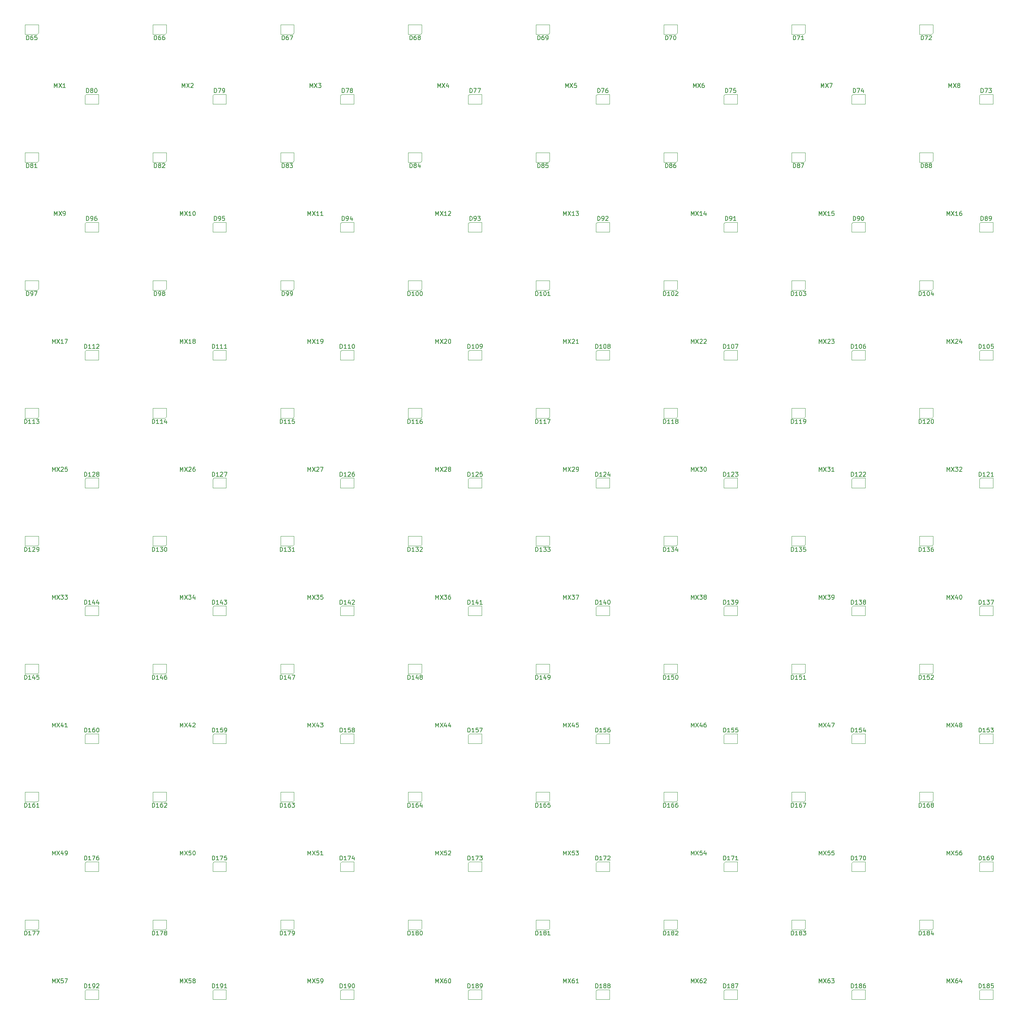
<source format=gbr>
%TF.GenerationSoftware,KiCad,Pcbnew,9.0.1*%
%TF.CreationDate,2025-05-30T23:37:25+01:00*%
%TF.ProjectId,Button MIDI Controller,42757474-6f6e-4204-9d49-444920436f6e,rev?*%
%TF.SameCoordinates,Original*%
%TF.FileFunction,Legend,Top*%
%TF.FilePolarity,Positive*%
%FSLAX46Y46*%
G04 Gerber Fmt 4.6, Leading zero omitted, Abs format (unit mm)*
G04 Created by KiCad (PCBNEW 9.0.1) date 2025-05-30 23:37:25*
%MOMM*%
%LPD*%
G01*
G04 APERTURE LIST*
%ADD10C,0.150000*%
%ADD11C,0.120000*%
G04 APERTURE END LIST*
D10*
X-85616285Y267409180D02*
X-85616285Y268409180D01*
X-85616285Y268409180D02*
X-85378190Y268409180D01*
X-85378190Y268409180D02*
X-85235333Y268361561D01*
X-85235333Y268361561D02*
X-85140095Y268266323D01*
X-85140095Y268266323D02*
X-85092476Y268171085D01*
X-85092476Y268171085D02*
X-85044857Y267980609D01*
X-85044857Y267980609D02*
X-85044857Y267837752D01*
X-85044857Y267837752D02*
X-85092476Y267647276D01*
X-85092476Y267647276D02*
X-85140095Y267552038D01*
X-85140095Y267552038D02*
X-85235333Y267456800D01*
X-85235333Y267456800D02*
X-85378190Y267409180D01*
X-85378190Y267409180D02*
X-85616285Y267409180D01*
X-84568666Y267409180D02*
X-84378190Y267409180D01*
X-84378190Y267409180D02*
X-84282952Y267456800D01*
X-84282952Y267456800D02*
X-84235333Y267504419D01*
X-84235333Y267504419D02*
X-84140095Y267647276D01*
X-84140095Y267647276D02*
X-84092476Y267837752D01*
X-84092476Y267837752D02*
X-84092476Y268218704D01*
X-84092476Y268218704D02*
X-84140095Y268313942D01*
X-84140095Y268313942D02*
X-84187714Y268361561D01*
X-84187714Y268361561D02*
X-84282952Y268409180D01*
X-84282952Y268409180D02*
X-84473428Y268409180D01*
X-84473428Y268409180D02*
X-84568666Y268361561D01*
X-84568666Y268361561D02*
X-84616285Y268313942D01*
X-84616285Y268313942D02*
X-84663904Y268218704D01*
X-84663904Y268218704D02*
X-84663904Y267980609D01*
X-84663904Y267980609D02*
X-84616285Y267885371D01*
X-84616285Y267885371D02*
X-84568666Y267837752D01*
X-84568666Y267837752D02*
X-84473428Y267790133D01*
X-84473428Y267790133D02*
X-84282952Y267790133D01*
X-84282952Y267790133D02*
X-84187714Y267837752D01*
X-84187714Y267837752D02*
X-84140095Y267885371D01*
X-84140095Y267885371D02*
X-84092476Y267980609D01*
X-83473428Y268409180D02*
X-83378190Y268409180D01*
X-83378190Y268409180D02*
X-83282952Y268361561D01*
X-83282952Y268361561D02*
X-83235333Y268313942D01*
X-83235333Y268313942D02*
X-83187714Y268218704D01*
X-83187714Y268218704D02*
X-83140095Y268028228D01*
X-83140095Y268028228D02*
X-83140095Y267790133D01*
X-83140095Y267790133D02*
X-83187714Y267599657D01*
X-83187714Y267599657D02*
X-83235333Y267504419D01*
X-83235333Y267504419D02*
X-83282952Y267456800D01*
X-83282952Y267456800D02*
X-83378190Y267409180D01*
X-83378190Y267409180D02*
X-83473428Y267409180D01*
X-83473428Y267409180D02*
X-83568666Y267456800D01*
X-83568666Y267456800D02*
X-83616285Y267504419D01*
X-83616285Y267504419D02*
X-83663904Y267599657D01*
X-83663904Y267599657D02*
X-83711523Y267790133D01*
X-83711523Y267790133D02*
X-83711523Y268028228D01*
X-83711523Y268028228D02*
X-83663904Y268218704D01*
X-83663904Y268218704D02*
X-83616285Y268313942D01*
X-83616285Y268313942D02*
X-83568666Y268361561D01*
X-83568666Y268361561D02*
X-83473428Y268409180D01*
X-251806475Y219319180D02*
X-251806475Y220319180D01*
X-251806475Y220319180D02*
X-251568380Y220319180D01*
X-251568380Y220319180D02*
X-251425523Y220271561D01*
X-251425523Y220271561D02*
X-251330285Y220176323D01*
X-251330285Y220176323D02*
X-251282666Y220081085D01*
X-251282666Y220081085D02*
X-251235047Y219890609D01*
X-251235047Y219890609D02*
X-251235047Y219747752D01*
X-251235047Y219747752D02*
X-251282666Y219557276D01*
X-251282666Y219557276D02*
X-251330285Y219462038D01*
X-251330285Y219462038D02*
X-251425523Y219366800D01*
X-251425523Y219366800D02*
X-251568380Y219319180D01*
X-251568380Y219319180D02*
X-251806475Y219319180D01*
X-250282666Y219319180D02*
X-250854094Y219319180D01*
X-250568380Y219319180D02*
X-250568380Y220319180D01*
X-250568380Y220319180D02*
X-250663618Y220176323D01*
X-250663618Y220176323D02*
X-250758856Y220081085D01*
X-250758856Y220081085D02*
X-250854094Y220033466D01*
X-249330285Y219319180D02*
X-249901713Y219319180D01*
X-249615999Y219319180D02*
X-249615999Y220319180D01*
X-249615999Y220319180D02*
X-249711237Y220176323D01*
X-249711237Y220176323D02*
X-249806475Y220081085D01*
X-249806475Y220081085D02*
X-249901713Y220033466D01*
X-248473142Y219985847D02*
X-248473142Y219319180D01*
X-248711237Y220366800D02*
X-248949332Y219652514D01*
X-248949332Y219652514D02*
X-248330285Y219652514D01*
X-267892475Y85609180D02*
X-267892475Y86609180D01*
X-267892475Y86609180D02*
X-267654380Y86609180D01*
X-267654380Y86609180D02*
X-267511523Y86561561D01*
X-267511523Y86561561D02*
X-267416285Y86466323D01*
X-267416285Y86466323D02*
X-267368666Y86371085D01*
X-267368666Y86371085D02*
X-267321047Y86180609D01*
X-267321047Y86180609D02*
X-267321047Y86037752D01*
X-267321047Y86037752D02*
X-267368666Y85847276D01*
X-267368666Y85847276D02*
X-267416285Y85752038D01*
X-267416285Y85752038D02*
X-267511523Y85656800D01*
X-267511523Y85656800D02*
X-267654380Y85609180D01*
X-267654380Y85609180D02*
X-267892475Y85609180D01*
X-266368666Y85609180D02*
X-266940094Y85609180D01*
X-266654380Y85609180D02*
X-266654380Y86609180D01*
X-266654380Y86609180D02*
X-266749618Y86466323D01*
X-266749618Y86466323D02*
X-266844856Y86371085D01*
X-266844856Y86371085D02*
X-266940094Y86323466D01*
X-265892475Y85609180D02*
X-265701999Y85609180D01*
X-265701999Y85609180D02*
X-265606761Y85656800D01*
X-265606761Y85656800D02*
X-265559142Y85704419D01*
X-265559142Y85704419D02*
X-265463904Y85847276D01*
X-265463904Y85847276D02*
X-265416285Y86037752D01*
X-265416285Y86037752D02*
X-265416285Y86418704D01*
X-265416285Y86418704D02*
X-265463904Y86513942D01*
X-265463904Y86513942D02*
X-265511523Y86561561D01*
X-265511523Y86561561D02*
X-265606761Y86609180D01*
X-265606761Y86609180D02*
X-265797237Y86609180D01*
X-265797237Y86609180D02*
X-265892475Y86561561D01*
X-265892475Y86561561D02*
X-265940094Y86513942D01*
X-265940094Y86513942D02*
X-265987713Y86418704D01*
X-265987713Y86418704D02*
X-265987713Y86180609D01*
X-265987713Y86180609D02*
X-265940094Y86085371D01*
X-265940094Y86085371D02*
X-265892475Y86037752D01*
X-265892475Y86037752D02*
X-265797237Y85990133D01*
X-265797237Y85990133D02*
X-265606761Y85990133D01*
X-265606761Y85990133D02*
X-265511523Y86037752D01*
X-265511523Y86037752D02*
X-265463904Y86085371D01*
X-265463904Y86085371D02*
X-265416285Y86180609D01*
X-265035332Y86513942D02*
X-264987713Y86561561D01*
X-264987713Y86561561D02*
X-264892475Y86609180D01*
X-264892475Y86609180D02*
X-264654380Y86609180D01*
X-264654380Y86609180D02*
X-264559142Y86561561D01*
X-264559142Y86561561D02*
X-264511523Y86513942D01*
X-264511523Y86513942D02*
X-264463904Y86418704D01*
X-264463904Y86418704D02*
X-264463904Y86323466D01*
X-264463904Y86323466D02*
X-264511523Y86180609D01*
X-264511523Y86180609D02*
X-265082951Y85609180D01*
X-265082951Y85609180D02*
X-264463904Y85609180D01*
X-176992475Y237109180D02*
X-176992475Y238109180D01*
X-176992475Y238109180D02*
X-176754380Y238109180D01*
X-176754380Y238109180D02*
X-176611523Y238061561D01*
X-176611523Y238061561D02*
X-176516285Y237966323D01*
X-176516285Y237966323D02*
X-176468666Y237871085D01*
X-176468666Y237871085D02*
X-176421047Y237680609D01*
X-176421047Y237680609D02*
X-176421047Y237537752D01*
X-176421047Y237537752D02*
X-176468666Y237347276D01*
X-176468666Y237347276D02*
X-176516285Y237252038D01*
X-176516285Y237252038D02*
X-176611523Y237156800D01*
X-176611523Y237156800D02*
X-176754380Y237109180D01*
X-176754380Y237109180D02*
X-176992475Y237109180D01*
X-175468666Y237109180D02*
X-176040094Y237109180D01*
X-175754380Y237109180D02*
X-175754380Y238109180D01*
X-175754380Y238109180D02*
X-175849618Y237966323D01*
X-175849618Y237966323D02*
X-175944856Y237871085D01*
X-175944856Y237871085D02*
X-176040094Y237823466D01*
X-174849618Y238109180D02*
X-174754380Y238109180D01*
X-174754380Y238109180D02*
X-174659142Y238061561D01*
X-174659142Y238061561D02*
X-174611523Y238013942D01*
X-174611523Y238013942D02*
X-174563904Y237918704D01*
X-174563904Y237918704D02*
X-174516285Y237728228D01*
X-174516285Y237728228D02*
X-174516285Y237490133D01*
X-174516285Y237490133D02*
X-174563904Y237299657D01*
X-174563904Y237299657D02*
X-174611523Y237204419D01*
X-174611523Y237204419D02*
X-174659142Y237156800D01*
X-174659142Y237156800D02*
X-174754380Y237109180D01*
X-174754380Y237109180D02*
X-174849618Y237109180D01*
X-174849618Y237109180D02*
X-174944856Y237156800D01*
X-174944856Y237156800D02*
X-174992475Y237204419D01*
X-174992475Y237204419D02*
X-175040094Y237299657D01*
X-175040094Y237299657D02*
X-175087713Y237490133D01*
X-175087713Y237490133D02*
X-175087713Y237728228D01*
X-175087713Y237728228D02*
X-175040094Y237918704D01*
X-175040094Y237918704D02*
X-174992475Y238013942D01*
X-174992475Y238013942D02*
X-174944856Y238061561D01*
X-174944856Y238061561D02*
X-174849618Y238109180D01*
X-174040094Y237109180D02*
X-173849618Y237109180D01*
X-173849618Y237109180D02*
X-173754380Y237156800D01*
X-173754380Y237156800D02*
X-173706761Y237204419D01*
X-173706761Y237204419D02*
X-173611523Y237347276D01*
X-173611523Y237347276D02*
X-173563904Y237537752D01*
X-173563904Y237537752D02*
X-173563904Y237918704D01*
X-173563904Y237918704D02*
X-173611523Y238013942D01*
X-173611523Y238013942D02*
X-173659142Y238061561D01*
X-173659142Y238061561D02*
X-173754380Y238109180D01*
X-173754380Y238109180D02*
X-173944856Y238109180D01*
X-173944856Y238109180D02*
X-174040094Y238061561D01*
X-174040094Y238061561D02*
X-174087713Y238013942D01*
X-174087713Y238013942D02*
X-174135332Y237918704D01*
X-174135332Y237918704D02*
X-174135332Y237680609D01*
X-174135332Y237680609D02*
X-174087713Y237585371D01*
X-174087713Y237585371D02*
X-174040094Y237537752D01*
X-174040094Y237537752D02*
X-173944856Y237490133D01*
X-173944856Y237490133D02*
X-173754380Y237490133D01*
X-173754380Y237490133D02*
X-173659142Y237537752D01*
X-173659142Y237537752D02*
X-173611523Y237585371D01*
X-173611523Y237585371D02*
X-173563904Y237680609D01*
X-184611904Y268595180D02*
X-184611904Y269595180D01*
X-184611904Y269595180D02*
X-184278571Y268880895D01*
X-184278571Y268880895D02*
X-183945238Y269595180D01*
X-183945238Y269595180D02*
X-183945238Y268595180D01*
X-183564285Y269595180D02*
X-182897619Y268595180D01*
X-182897619Y269595180D02*
X-183564285Y268595180D01*
X-181992857Y268595180D02*
X-182564285Y268595180D01*
X-182278571Y268595180D02*
X-182278571Y269595180D01*
X-182278571Y269595180D02*
X-182373809Y269452323D01*
X-182373809Y269452323D02*
X-182469047Y269357085D01*
X-182469047Y269357085D02*
X-182564285Y269309466D01*
X-181611904Y269499942D02*
X-181564285Y269547561D01*
X-181564285Y269547561D02*
X-181469047Y269595180D01*
X-181469047Y269595180D02*
X-181230952Y269595180D01*
X-181230952Y269595180D02*
X-181135714Y269547561D01*
X-181135714Y269547561D02*
X-181088095Y269499942D01*
X-181088095Y269499942D02*
X-181040476Y269404704D01*
X-181040476Y269404704D02*
X-181040476Y269309466D01*
X-181040476Y269309466D02*
X-181088095Y269166609D01*
X-181088095Y269166609D02*
X-181659523Y268595180D01*
X-181659523Y268595180D02*
X-181040476Y268595180D01*
X-69530285Y279919180D02*
X-69530285Y280919180D01*
X-69530285Y280919180D02*
X-69292190Y280919180D01*
X-69292190Y280919180D02*
X-69149333Y280871561D01*
X-69149333Y280871561D02*
X-69054095Y280776323D01*
X-69054095Y280776323D02*
X-69006476Y280681085D01*
X-69006476Y280681085D02*
X-68958857Y280490609D01*
X-68958857Y280490609D02*
X-68958857Y280347752D01*
X-68958857Y280347752D02*
X-69006476Y280157276D01*
X-69006476Y280157276D02*
X-69054095Y280062038D01*
X-69054095Y280062038D02*
X-69149333Y279966800D01*
X-69149333Y279966800D02*
X-69292190Y279919180D01*
X-69292190Y279919180D02*
X-69530285Y279919180D01*
X-68387428Y280490609D02*
X-68482666Y280538228D01*
X-68482666Y280538228D02*
X-68530285Y280585847D01*
X-68530285Y280585847D02*
X-68577904Y280681085D01*
X-68577904Y280681085D02*
X-68577904Y280728704D01*
X-68577904Y280728704D02*
X-68530285Y280823942D01*
X-68530285Y280823942D02*
X-68482666Y280871561D01*
X-68482666Y280871561D02*
X-68387428Y280919180D01*
X-68387428Y280919180D02*
X-68196952Y280919180D01*
X-68196952Y280919180D02*
X-68101714Y280871561D01*
X-68101714Y280871561D02*
X-68054095Y280823942D01*
X-68054095Y280823942D02*
X-68006476Y280728704D01*
X-68006476Y280728704D02*
X-68006476Y280681085D01*
X-68006476Y280681085D02*
X-68054095Y280585847D01*
X-68054095Y280585847D02*
X-68101714Y280538228D01*
X-68101714Y280538228D02*
X-68196952Y280490609D01*
X-68196952Y280490609D02*
X-68387428Y280490609D01*
X-68387428Y280490609D02*
X-68482666Y280442990D01*
X-68482666Y280442990D02*
X-68530285Y280395371D01*
X-68530285Y280395371D02*
X-68577904Y280300133D01*
X-68577904Y280300133D02*
X-68577904Y280109657D01*
X-68577904Y280109657D02*
X-68530285Y280014419D01*
X-68530285Y280014419D02*
X-68482666Y279966800D01*
X-68482666Y279966800D02*
X-68387428Y279919180D01*
X-68387428Y279919180D02*
X-68196952Y279919180D01*
X-68196952Y279919180D02*
X-68101714Y279966800D01*
X-68101714Y279966800D02*
X-68054095Y280014419D01*
X-68054095Y280014419D02*
X-68006476Y280109657D01*
X-68006476Y280109657D02*
X-68006476Y280300133D01*
X-68006476Y280300133D02*
X-68054095Y280395371D01*
X-68054095Y280395371D02*
X-68101714Y280442990D01*
X-68101714Y280442990D02*
X-68196952Y280490609D01*
X-67435047Y280490609D02*
X-67530285Y280538228D01*
X-67530285Y280538228D02*
X-67577904Y280585847D01*
X-67577904Y280585847D02*
X-67625523Y280681085D01*
X-67625523Y280681085D02*
X-67625523Y280728704D01*
X-67625523Y280728704D02*
X-67577904Y280823942D01*
X-67577904Y280823942D02*
X-67530285Y280871561D01*
X-67530285Y280871561D02*
X-67435047Y280919180D01*
X-67435047Y280919180D02*
X-67244571Y280919180D01*
X-67244571Y280919180D02*
X-67149333Y280871561D01*
X-67149333Y280871561D02*
X-67101714Y280823942D01*
X-67101714Y280823942D02*
X-67054095Y280728704D01*
X-67054095Y280728704D02*
X-67054095Y280681085D01*
X-67054095Y280681085D02*
X-67101714Y280585847D01*
X-67101714Y280585847D02*
X-67149333Y280538228D01*
X-67149333Y280538228D02*
X-67244571Y280490609D01*
X-67244571Y280490609D02*
X-67435047Y280490609D01*
X-67435047Y280490609D02*
X-67530285Y280442990D01*
X-67530285Y280442990D02*
X-67577904Y280395371D01*
X-67577904Y280395371D02*
X-67625523Y280300133D01*
X-67625523Y280300133D02*
X-67625523Y280109657D01*
X-67625523Y280109657D02*
X-67577904Y280014419D01*
X-67577904Y280014419D02*
X-67530285Y279966800D01*
X-67530285Y279966800D02*
X-67435047Y279919180D01*
X-67435047Y279919180D02*
X-67244571Y279919180D01*
X-67244571Y279919180D02*
X-67149333Y279966800D01*
X-67149333Y279966800D02*
X-67101714Y280014419D01*
X-67101714Y280014419D02*
X-67054095Y280109657D01*
X-67054095Y280109657D02*
X-67054095Y280300133D01*
X-67054095Y280300133D02*
X-67101714Y280395371D01*
X-67101714Y280395371D02*
X-67149333Y280442990D01*
X-67149333Y280442990D02*
X-67244571Y280490609D01*
X-70006475Y219319180D02*
X-70006475Y220319180D01*
X-70006475Y220319180D02*
X-69768380Y220319180D01*
X-69768380Y220319180D02*
X-69625523Y220271561D01*
X-69625523Y220271561D02*
X-69530285Y220176323D01*
X-69530285Y220176323D02*
X-69482666Y220081085D01*
X-69482666Y220081085D02*
X-69435047Y219890609D01*
X-69435047Y219890609D02*
X-69435047Y219747752D01*
X-69435047Y219747752D02*
X-69482666Y219557276D01*
X-69482666Y219557276D02*
X-69530285Y219462038D01*
X-69530285Y219462038D02*
X-69625523Y219366800D01*
X-69625523Y219366800D02*
X-69768380Y219319180D01*
X-69768380Y219319180D02*
X-70006475Y219319180D01*
X-68482666Y219319180D02*
X-69054094Y219319180D01*
X-68768380Y219319180D02*
X-68768380Y220319180D01*
X-68768380Y220319180D02*
X-68863618Y220176323D01*
X-68863618Y220176323D02*
X-68958856Y220081085D01*
X-68958856Y220081085D02*
X-69054094Y220033466D01*
X-68101713Y220223942D02*
X-68054094Y220271561D01*
X-68054094Y220271561D02*
X-67958856Y220319180D01*
X-67958856Y220319180D02*
X-67720761Y220319180D01*
X-67720761Y220319180D02*
X-67625523Y220271561D01*
X-67625523Y220271561D02*
X-67577904Y220223942D01*
X-67577904Y220223942D02*
X-67530285Y220128704D01*
X-67530285Y220128704D02*
X-67530285Y220033466D01*
X-67530285Y220033466D02*
X-67577904Y219890609D01*
X-67577904Y219890609D02*
X-68149332Y219319180D01*
X-68149332Y219319180D02*
X-67530285Y219319180D01*
X-66911237Y220319180D02*
X-66815999Y220319180D01*
X-66815999Y220319180D02*
X-66720761Y220271561D01*
X-66720761Y220271561D02*
X-66673142Y220223942D01*
X-66673142Y220223942D02*
X-66625523Y220128704D01*
X-66625523Y220128704D02*
X-66577904Y219938228D01*
X-66577904Y219938228D02*
X-66577904Y219700133D01*
X-66577904Y219700133D02*
X-66625523Y219509657D01*
X-66625523Y219509657D02*
X-66673142Y219414419D01*
X-66673142Y219414419D02*
X-66720761Y219366800D01*
X-66720761Y219366800D02*
X-66815999Y219319180D01*
X-66815999Y219319180D02*
X-66911237Y219319180D01*
X-66911237Y219319180D02*
X-67006475Y219366800D01*
X-67006475Y219366800D02*
X-67054094Y219414419D01*
X-67054094Y219414419D02*
X-67101713Y219509657D01*
X-67101713Y219509657D02*
X-67149332Y219700133D01*
X-67149332Y219700133D02*
X-67149332Y219938228D01*
X-67149332Y219938228D02*
X-67101713Y220128704D01*
X-67101713Y220128704D02*
X-67054094Y220223942D01*
X-67054094Y220223942D02*
X-67006475Y220271561D01*
X-67006475Y220271561D02*
X-66911237Y220319180D01*
X-282106475Y128419180D02*
X-282106475Y129419180D01*
X-282106475Y129419180D02*
X-281868380Y129419180D01*
X-281868380Y129419180D02*
X-281725523Y129371561D01*
X-281725523Y129371561D02*
X-281630285Y129276323D01*
X-281630285Y129276323D02*
X-281582666Y129181085D01*
X-281582666Y129181085D02*
X-281535047Y128990609D01*
X-281535047Y128990609D02*
X-281535047Y128847752D01*
X-281535047Y128847752D02*
X-281582666Y128657276D01*
X-281582666Y128657276D02*
X-281630285Y128562038D01*
X-281630285Y128562038D02*
X-281725523Y128466800D01*
X-281725523Y128466800D02*
X-281868380Y128419180D01*
X-281868380Y128419180D02*
X-282106475Y128419180D01*
X-280582666Y128419180D02*
X-281154094Y128419180D01*
X-280868380Y128419180D02*
X-280868380Y129419180D01*
X-280868380Y129419180D02*
X-280963618Y129276323D01*
X-280963618Y129276323D02*
X-281058856Y129181085D01*
X-281058856Y129181085D02*
X-281154094Y129133466D01*
X-279725523Y129419180D02*
X-279915999Y129419180D01*
X-279915999Y129419180D02*
X-280011237Y129371561D01*
X-280011237Y129371561D02*
X-280058856Y129323942D01*
X-280058856Y129323942D02*
X-280154094Y129181085D01*
X-280154094Y129181085D02*
X-280201713Y128990609D01*
X-280201713Y128990609D02*
X-280201713Y128609657D01*
X-280201713Y128609657D02*
X-280154094Y128514419D01*
X-280154094Y128514419D02*
X-280106475Y128466800D01*
X-280106475Y128466800D02*
X-280011237Y128419180D01*
X-280011237Y128419180D02*
X-279820761Y128419180D01*
X-279820761Y128419180D02*
X-279725523Y128466800D01*
X-279725523Y128466800D02*
X-279677904Y128514419D01*
X-279677904Y128514419D02*
X-279630285Y128609657D01*
X-279630285Y128609657D02*
X-279630285Y128847752D01*
X-279630285Y128847752D02*
X-279677904Y128942990D01*
X-279677904Y128942990D02*
X-279725523Y128990609D01*
X-279725523Y128990609D02*
X-279820761Y129038228D01*
X-279820761Y129038228D02*
X-280011237Y129038228D01*
X-280011237Y129038228D02*
X-280106475Y128990609D01*
X-280106475Y128990609D02*
X-280154094Y128942990D01*
X-280154094Y128942990D02*
X-280201713Y128847752D01*
X-278677904Y128419180D02*
X-279249332Y128419180D01*
X-278963618Y128419180D02*
X-278963618Y129419180D01*
X-278963618Y129419180D02*
X-279058856Y129276323D01*
X-279058856Y129276323D02*
X-279154094Y129181085D01*
X-279154094Y129181085D02*
X-279249332Y129133466D01*
X-55316285Y267409180D02*
X-55316285Y268409180D01*
X-55316285Y268409180D02*
X-55078190Y268409180D01*
X-55078190Y268409180D02*
X-54935333Y268361561D01*
X-54935333Y268361561D02*
X-54840095Y268266323D01*
X-54840095Y268266323D02*
X-54792476Y268171085D01*
X-54792476Y268171085D02*
X-54744857Y267980609D01*
X-54744857Y267980609D02*
X-54744857Y267837752D01*
X-54744857Y267837752D02*
X-54792476Y267647276D01*
X-54792476Y267647276D02*
X-54840095Y267552038D01*
X-54840095Y267552038D02*
X-54935333Y267456800D01*
X-54935333Y267456800D02*
X-55078190Y267409180D01*
X-55078190Y267409180D02*
X-55316285Y267409180D01*
X-54173428Y267980609D02*
X-54268666Y268028228D01*
X-54268666Y268028228D02*
X-54316285Y268075847D01*
X-54316285Y268075847D02*
X-54363904Y268171085D01*
X-54363904Y268171085D02*
X-54363904Y268218704D01*
X-54363904Y268218704D02*
X-54316285Y268313942D01*
X-54316285Y268313942D02*
X-54268666Y268361561D01*
X-54268666Y268361561D02*
X-54173428Y268409180D01*
X-54173428Y268409180D02*
X-53982952Y268409180D01*
X-53982952Y268409180D02*
X-53887714Y268361561D01*
X-53887714Y268361561D02*
X-53840095Y268313942D01*
X-53840095Y268313942D02*
X-53792476Y268218704D01*
X-53792476Y268218704D02*
X-53792476Y268171085D01*
X-53792476Y268171085D02*
X-53840095Y268075847D01*
X-53840095Y268075847D02*
X-53887714Y268028228D01*
X-53887714Y268028228D02*
X-53982952Y267980609D01*
X-53982952Y267980609D02*
X-54173428Y267980609D01*
X-54173428Y267980609D02*
X-54268666Y267932990D01*
X-54268666Y267932990D02*
X-54316285Y267885371D01*
X-54316285Y267885371D02*
X-54363904Y267790133D01*
X-54363904Y267790133D02*
X-54363904Y267599657D01*
X-54363904Y267599657D02*
X-54316285Y267504419D01*
X-54316285Y267504419D02*
X-54268666Y267456800D01*
X-54268666Y267456800D02*
X-54173428Y267409180D01*
X-54173428Y267409180D02*
X-53982952Y267409180D01*
X-53982952Y267409180D02*
X-53887714Y267456800D01*
X-53887714Y267456800D02*
X-53840095Y267504419D01*
X-53840095Y267504419D02*
X-53792476Y267599657D01*
X-53792476Y267599657D02*
X-53792476Y267790133D01*
X-53792476Y267790133D02*
X-53840095Y267885371D01*
X-53840095Y267885371D02*
X-53887714Y267932990D01*
X-53887714Y267932990D02*
X-53982952Y267980609D01*
X-53316285Y267409180D02*
X-53125809Y267409180D01*
X-53125809Y267409180D02*
X-53030571Y267456800D01*
X-53030571Y267456800D02*
X-52982952Y267504419D01*
X-52982952Y267504419D02*
X-52887714Y267647276D01*
X-52887714Y267647276D02*
X-52840095Y267837752D01*
X-52840095Y267837752D02*
X-52840095Y268218704D01*
X-52840095Y268218704D02*
X-52887714Y268313942D01*
X-52887714Y268313942D02*
X-52935333Y268361561D01*
X-52935333Y268361561D02*
X-53030571Y268409180D01*
X-53030571Y268409180D02*
X-53221047Y268409180D01*
X-53221047Y268409180D02*
X-53316285Y268361561D01*
X-53316285Y268361561D02*
X-53363904Y268313942D01*
X-53363904Y268313942D02*
X-53411523Y268218704D01*
X-53411523Y268218704D02*
X-53411523Y267980609D01*
X-53411523Y267980609D02*
X-53363904Y267885371D01*
X-53363904Y267885371D02*
X-53316285Y267837752D01*
X-53316285Y267837752D02*
X-53221047Y267790133D01*
X-53221047Y267790133D02*
X-53030571Y267790133D01*
X-53030571Y267790133D02*
X-52935333Y267837752D01*
X-52935333Y267837752D02*
X-52887714Y267885371D01*
X-52887714Y267885371D02*
X-52840095Y267980609D01*
X-214911904Y117095180D02*
X-214911904Y118095180D01*
X-214911904Y118095180D02*
X-214578571Y117380895D01*
X-214578571Y117380895D02*
X-214245238Y118095180D01*
X-214245238Y118095180D02*
X-214245238Y117095180D01*
X-213864285Y118095180D02*
X-213197619Y117095180D01*
X-213197619Y118095180D02*
X-213864285Y117095180D01*
X-212340476Y118095180D02*
X-212816666Y118095180D01*
X-212816666Y118095180D02*
X-212864285Y117618990D01*
X-212864285Y117618990D02*
X-212816666Y117666609D01*
X-212816666Y117666609D02*
X-212721428Y117714228D01*
X-212721428Y117714228D02*
X-212483333Y117714228D01*
X-212483333Y117714228D02*
X-212388095Y117666609D01*
X-212388095Y117666609D02*
X-212340476Y117618990D01*
X-212340476Y117618990D02*
X-212292857Y117523752D01*
X-212292857Y117523752D02*
X-212292857Y117285657D01*
X-212292857Y117285657D02*
X-212340476Y117190419D01*
X-212340476Y117190419D02*
X-212388095Y117142800D01*
X-212388095Y117142800D02*
X-212483333Y117095180D01*
X-212483333Y117095180D02*
X-212721428Y117095180D01*
X-212721428Y117095180D02*
X-212816666Y117142800D01*
X-212816666Y117142800D02*
X-212864285Y117190419D01*
X-211340476Y117095180D02*
X-211911904Y117095180D01*
X-211626190Y117095180D02*
X-211626190Y118095180D01*
X-211626190Y118095180D02*
X-211721428Y117952323D01*
X-211721428Y117952323D02*
X-211816666Y117857085D01*
X-211816666Y117857085D02*
X-211911904Y117809466D01*
X-124011904Y238295180D02*
X-124011904Y239295180D01*
X-124011904Y239295180D02*
X-123678571Y238580895D01*
X-123678571Y238580895D02*
X-123345238Y239295180D01*
X-123345238Y239295180D02*
X-123345238Y238295180D01*
X-122964285Y239295180D02*
X-122297619Y238295180D01*
X-122297619Y239295180D02*
X-122964285Y238295180D01*
X-121964285Y239199942D02*
X-121916666Y239247561D01*
X-121916666Y239247561D02*
X-121821428Y239295180D01*
X-121821428Y239295180D02*
X-121583333Y239295180D01*
X-121583333Y239295180D02*
X-121488095Y239247561D01*
X-121488095Y239247561D02*
X-121440476Y239199942D01*
X-121440476Y239199942D02*
X-121392857Y239104704D01*
X-121392857Y239104704D02*
X-121392857Y239009466D01*
X-121392857Y239009466D02*
X-121440476Y238866609D01*
X-121440476Y238866609D02*
X-122011904Y238295180D01*
X-122011904Y238295180D02*
X-121392857Y238295180D01*
X-121011904Y239199942D02*
X-120964285Y239247561D01*
X-120964285Y239247561D02*
X-120869047Y239295180D01*
X-120869047Y239295180D02*
X-120630952Y239295180D01*
X-120630952Y239295180D02*
X-120535714Y239247561D01*
X-120535714Y239247561D02*
X-120488095Y239199942D01*
X-120488095Y239199942D02*
X-120440476Y239104704D01*
X-120440476Y239104704D02*
X-120440476Y239009466D01*
X-120440476Y239009466D02*
X-120488095Y238866609D01*
X-120488095Y238866609D02*
X-121059523Y238295180D01*
X-121059523Y238295180D02*
X-120440476Y238295180D01*
X-70006475Y158719180D02*
X-70006475Y159719180D01*
X-70006475Y159719180D02*
X-69768380Y159719180D01*
X-69768380Y159719180D02*
X-69625523Y159671561D01*
X-69625523Y159671561D02*
X-69530285Y159576323D01*
X-69530285Y159576323D02*
X-69482666Y159481085D01*
X-69482666Y159481085D02*
X-69435047Y159290609D01*
X-69435047Y159290609D02*
X-69435047Y159147752D01*
X-69435047Y159147752D02*
X-69482666Y158957276D01*
X-69482666Y158957276D02*
X-69530285Y158862038D01*
X-69530285Y158862038D02*
X-69625523Y158766800D01*
X-69625523Y158766800D02*
X-69768380Y158719180D01*
X-69768380Y158719180D02*
X-70006475Y158719180D01*
X-68482666Y158719180D02*
X-69054094Y158719180D01*
X-68768380Y158719180D02*
X-68768380Y159719180D01*
X-68768380Y159719180D02*
X-68863618Y159576323D01*
X-68863618Y159576323D02*
X-68958856Y159481085D01*
X-68958856Y159481085D02*
X-69054094Y159433466D01*
X-67577904Y159719180D02*
X-68054094Y159719180D01*
X-68054094Y159719180D02*
X-68101713Y159242990D01*
X-68101713Y159242990D02*
X-68054094Y159290609D01*
X-68054094Y159290609D02*
X-67958856Y159338228D01*
X-67958856Y159338228D02*
X-67720761Y159338228D01*
X-67720761Y159338228D02*
X-67625523Y159290609D01*
X-67625523Y159290609D02*
X-67577904Y159242990D01*
X-67577904Y159242990D02*
X-67530285Y159147752D01*
X-67530285Y159147752D02*
X-67530285Y158909657D01*
X-67530285Y158909657D02*
X-67577904Y158814419D01*
X-67577904Y158814419D02*
X-67625523Y158766800D01*
X-67625523Y158766800D02*
X-67720761Y158719180D01*
X-67720761Y158719180D02*
X-67958856Y158719180D01*
X-67958856Y158719180D02*
X-68054094Y158766800D01*
X-68054094Y158766800D02*
X-68101713Y158814419D01*
X-67149332Y159623942D02*
X-67101713Y159671561D01*
X-67101713Y159671561D02*
X-67006475Y159719180D01*
X-67006475Y159719180D02*
X-66768380Y159719180D01*
X-66768380Y159719180D02*
X-66673142Y159671561D01*
X-66673142Y159671561D02*
X-66625523Y159623942D01*
X-66625523Y159623942D02*
X-66577904Y159528704D01*
X-66577904Y159528704D02*
X-66577904Y159433466D01*
X-66577904Y159433466D02*
X-66625523Y159290609D01*
X-66625523Y159290609D02*
X-67196951Y158719180D01*
X-67196951Y158719180D02*
X-66577904Y158719180D01*
X-116392475Y237109180D02*
X-116392475Y238109180D01*
X-116392475Y238109180D02*
X-116154380Y238109180D01*
X-116154380Y238109180D02*
X-116011523Y238061561D01*
X-116011523Y238061561D02*
X-115916285Y237966323D01*
X-115916285Y237966323D02*
X-115868666Y237871085D01*
X-115868666Y237871085D02*
X-115821047Y237680609D01*
X-115821047Y237680609D02*
X-115821047Y237537752D01*
X-115821047Y237537752D02*
X-115868666Y237347276D01*
X-115868666Y237347276D02*
X-115916285Y237252038D01*
X-115916285Y237252038D02*
X-116011523Y237156800D01*
X-116011523Y237156800D02*
X-116154380Y237109180D01*
X-116154380Y237109180D02*
X-116392475Y237109180D01*
X-114868666Y237109180D02*
X-115440094Y237109180D01*
X-115154380Y237109180D02*
X-115154380Y238109180D01*
X-115154380Y238109180D02*
X-115249618Y237966323D01*
X-115249618Y237966323D02*
X-115344856Y237871085D01*
X-115344856Y237871085D02*
X-115440094Y237823466D01*
X-114249618Y238109180D02*
X-114154380Y238109180D01*
X-114154380Y238109180D02*
X-114059142Y238061561D01*
X-114059142Y238061561D02*
X-114011523Y238013942D01*
X-114011523Y238013942D02*
X-113963904Y237918704D01*
X-113963904Y237918704D02*
X-113916285Y237728228D01*
X-113916285Y237728228D02*
X-113916285Y237490133D01*
X-113916285Y237490133D02*
X-113963904Y237299657D01*
X-113963904Y237299657D02*
X-114011523Y237204419D01*
X-114011523Y237204419D02*
X-114059142Y237156800D01*
X-114059142Y237156800D02*
X-114154380Y237109180D01*
X-114154380Y237109180D02*
X-114249618Y237109180D01*
X-114249618Y237109180D02*
X-114344856Y237156800D01*
X-114344856Y237156800D02*
X-114392475Y237204419D01*
X-114392475Y237204419D02*
X-114440094Y237299657D01*
X-114440094Y237299657D02*
X-114487713Y237490133D01*
X-114487713Y237490133D02*
X-114487713Y237728228D01*
X-114487713Y237728228D02*
X-114440094Y237918704D01*
X-114440094Y237918704D02*
X-114392475Y238013942D01*
X-114392475Y238013942D02*
X-114344856Y238061561D01*
X-114344856Y238061561D02*
X-114249618Y238109180D01*
X-113582951Y238109180D02*
X-112916285Y238109180D01*
X-112916285Y238109180D02*
X-113344856Y237109180D01*
X-55792475Y176509180D02*
X-55792475Y177509180D01*
X-55792475Y177509180D02*
X-55554380Y177509180D01*
X-55554380Y177509180D02*
X-55411523Y177461561D01*
X-55411523Y177461561D02*
X-55316285Y177366323D01*
X-55316285Y177366323D02*
X-55268666Y177271085D01*
X-55268666Y177271085D02*
X-55221047Y177080609D01*
X-55221047Y177080609D02*
X-55221047Y176937752D01*
X-55221047Y176937752D02*
X-55268666Y176747276D01*
X-55268666Y176747276D02*
X-55316285Y176652038D01*
X-55316285Y176652038D02*
X-55411523Y176556800D01*
X-55411523Y176556800D02*
X-55554380Y176509180D01*
X-55554380Y176509180D02*
X-55792475Y176509180D01*
X-54268666Y176509180D02*
X-54840094Y176509180D01*
X-54554380Y176509180D02*
X-54554380Y177509180D01*
X-54554380Y177509180D02*
X-54649618Y177366323D01*
X-54649618Y177366323D02*
X-54744856Y177271085D01*
X-54744856Y177271085D02*
X-54840094Y177223466D01*
X-53935332Y177509180D02*
X-53316285Y177509180D01*
X-53316285Y177509180D02*
X-53649618Y177128228D01*
X-53649618Y177128228D02*
X-53506761Y177128228D01*
X-53506761Y177128228D02*
X-53411523Y177080609D01*
X-53411523Y177080609D02*
X-53363904Y177032990D01*
X-53363904Y177032990D02*
X-53316285Y176937752D01*
X-53316285Y176937752D02*
X-53316285Y176699657D01*
X-53316285Y176699657D02*
X-53363904Y176604419D01*
X-53363904Y176604419D02*
X-53411523Y176556800D01*
X-53411523Y176556800D02*
X-53506761Y176509180D01*
X-53506761Y176509180D02*
X-53792475Y176509180D01*
X-53792475Y176509180D02*
X-53887713Y176556800D01*
X-53887713Y176556800D02*
X-53935332Y176604419D01*
X-52982951Y177509180D02*
X-52316285Y177509180D01*
X-52316285Y177509180D02*
X-52744856Y176509180D01*
X-184135713Y298895180D02*
X-184135713Y299895180D01*
X-184135713Y299895180D02*
X-183802380Y299180895D01*
X-183802380Y299180895D02*
X-183469047Y299895180D01*
X-183469047Y299895180D02*
X-183469047Y298895180D01*
X-183088094Y299895180D02*
X-182421428Y298895180D01*
X-182421428Y299895180D02*
X-183088094Y298895180D01*
X-181611904Y299561847D02*
X-181611904Y298895180D01*
X-181849999Y299942800D02*
X-182088094Y299228514D01*
X-182088094Y299228514D02*
X-181469047Y299228514D01*
X-160906475Y189019180D02*
X-160906475Y190019180D01*
X-160906475Y190019180D02*
X-160668380Y190019180D01*
X-160668380Y190019180D02*
X-160525523Y189971561D01*
X-160525523Y189971561D02*
X-160430285Y189876323D01*
X-160430285Y189876323D02*
X-160382666Y189781085D01*
X-160382666Y189781085D02*
X-160335047Y189590609D01*
X-160335047Y189590609D02*
X-160335047Y189447752D01*
X-160335047Y189447752D02*
X-160382666Y189257276D01*
X-160382666Y189257276D02*
X-160430285Y189162038D01*
X-160430285Y189162038D02*
X-160525523Y189066800D01*
X-160525523Y189066800D02*
X-160668380Y189019180D01*
X-160668380Y189019180D02*
X-160906475Y189019180D01*
X-159382666Y189019180D02*
X-159954094Y189019180D01*
X-159668380Y189019180D02*
X-159668380Y190019180D01*
X-159668380Y190019180D02*
X-159763618Y189876323D01*
X-159763618Y189876323D02*
X-159858856Y189781085D01*
X-159858856Y189781085D02*
X-159954094Y189733466D01*
X-159049332Y190019180D02*
X-158430285Y190019180D01*
X-158430285Y190019180D02*
X-158763618Y189638228D01*
X-158763618Y189638228D02*
X-158620761Y189638228D01*
X-158620761Y189638228D02*
X-158525523Y189590609D01*
X-158525523Y189590609D02*
X-158477904Y189542990D01*
X-158477904Y189542990D02*
X-158430285Y189447752D01*
X-158430285Y189447752D02*
X-158430285Y189209657D01*
X-158430285Y189209657D02*
X-158477904Y189114419D01*
X-158477904Y189114419D02*
X-158525523Y189066800D01*
X-158525523Y189066800D02*
X-158620761Y189019180D01*
X-158620761Y189019180D02*
X-158906475Y189019180D01*
X-158906475Y189019180D02*
X-159001713Y189066800D01*
X-159001713Y189066800D02*
X-159049332Y189114419D01*
X-158096951Y190019180D02*
X-157477904Y190019180D01*
X-157477904Y190019180D02*
X-157811237Y189638228D01*
X-157811237Y189638228D02*
X-157668380Y189638228D01*
X-157668380Y189638228D02*
X-157573142Y189590609D01*
X-157573142Y189590609D02*
X-157525523Y189542990D01*
X-157525523Y189542990D02*
X-157477904Y189447752D01*
X-157477904Y189447752D02*
X-157477904Y189209657D01*
X-157477904Y189209657D02*
X-157525523Y189114419D01*
X-157525523Y189114419D02*
X-157573142Y189066800D01*
X-157573142Y189066800D02*
X-157668380Y189019180D01*
X-157668380Y189019180D02*
X-157954094Y189019180D01*
X-157954094Y189019180D02*
X-158049332Y189066800D01*
X-158049332Y189066800D02*
X-158096951Y189114419D01*
X-282106475Y219319180D02*
X-282106475Y220319180D01*
X-282106475Y220319180D02*
X-281868380Y220319180D01*
X-281868380Y220319180D02*
X-281725523Y220271561D01*
X-281725523Y220271561D02*
X-281630285Y220176323D01*
X-281630285Y220176323D02*
X-281582666Y220081085D01*
X-281582666Y220081085D02*
X-281535047Y219890609D01*
X-281535047Y219890609D02*
X-281535047Y219747752D01*
X-281535047Y219747752D02*
X-281582666Y219557276D01*
X-281582666Y219557276D02*
X-281630285Y219462038D01*
X-281630285Y219462038D02*
X-281725523Y219366800D01*
X-281725523Y219366800D02*
X-281868380Y219319180D01*
X-281868380Y219319180D02*
X-282106475Y219319180D01*
X-280582666Y219319180D02*
X-281154094Y219319180D01*
X-280868380Y219319180D02*
X-280868380Y220319180D01*
X-280868380Y220319180D02*
X-280963618Y220176323D01*
X-280963618Y220176323D02*
X-281058856Y220081085D01*
X-281058856Y220081085D02*
X-281154094Y220033466D01*
X-279630285Y219319180D02*
X-280201713Y219319180D01*
X-279915999Y219319180D02*
X-279915999Y220319180D01*
X-279915999Y220319180D02*
X-280011237Y220176323D01*
X-280011237Y220176323D02*
X-280106475Y220081085D01*
X-280106475Y220081085D02*
X-280201713Y220033466D01*
X-279296951Y220319180D02*
X-278677904Y220319180D01*
X-278677904Y220319180D02*
X-279011237Y219938228D01*
X-279011237Y219938228D02*
X-278868380Y219938228D01*
X-278868380Y219938228D02*
X-278773142Y219890609D01*
X-278773142Y219890609D02*
X-278725523Y219842990D01*
X-278725523Y219842990D02*
X-278677904Y219747752D01*
X-278677904Y219747752D02*
X-278677904Y219509657D01*
X-278677904Y219509657D02*
X-278725523Y219414419D01*
X-278725523Y219414419D02*
X-278773142Y219366800D01*
X-278773142Y219366800D02*
X-278868380Y219319180D01*
X-278868380Y219319180D02*
X-279154094Y219319180D01*
X-279154094Y219319180D02*
X-279249332Y219366800D01*
X-279249332Y219366800D02*
X-279296951Y219414419D01*
X-115916285Y267409180D02*
X-115916285Y268409180D01*
X-115916285Y268409180D02*
X-115678190Y268409180D01*
X-115678190Y268409180D02*
X-115535333Y268361561D01*
X-115535333Y268361561D02*
X-115440095Y268266323D01*
X-115440095Y268266323D02*
X-115392476Y268171085D01*
X-115392476Y268171085D02*
X-115344857Y267980609D01*
X-115344857Y267980609D02*
X-115344857Y267837752D01*
X-115344857Y267837752D02*
X-115392476Y267647276D01*
X-115392476Y267647276D02*
X-115440095Y267552038D01*
X-115440095Y267552038D02*
X-115535333Y267456800D01*
X-115535333Y267456800D02*
X-115678190Y267409180D01*
X-115678190Y267409180D02*
X-115916285Y267409180D01*
X-114868666Y267409180D02*
X-114678190Y267409180D01*
X-114678190Y267409180D02*
X-114582952Y267456800D01*
X-114582952Y267456800D02*
X-114535333Y267504419D01*
X-114535333Y267504419D02*
X-114440095Y267647276D01*
X-114440095Y267647276D02*
X-114392476Y267837752D01*
X-114392476Y267837752D02*
X-114392476Y268218704D01*
X-114392476Y268218704D02*
X-114440095Y268313942D01*
X-114440095Y268313942D02*
X-114487714Y268361561D01*
X-114487714Y268361561D02*
X-114582952Y268409180D01*
X-114582952Y268409180D02*
X-114773428Y268409180D01*
X-114773428Y268409180D02*
X-114868666Y268361561D01*
X-114868666Y268361561D02*
X-114916285Y268313942D01*
X-114916285Y268313942D02*
X-114963904Y268218704D01*
X-114963904Y268218704D02*
X-114963904Y267980609D01*
X-114963904Y267980609D02*
X-114916285Y267885371D01*
X-114916285Y267885371D02*
X-114868666Y267837752D01*
X-114868666Y267837752D02*
X-114773428Y267790133D01*
X-114773428Y267790133D02*
X-114582952Y267790133D01*
X-114582952Y267790133D02*
X-114487714Y267837752D01*
X-114487714Y267837752D02*
X-114440095Y267885371D01*
X-114440095Y267885371D02*
X-114392476Y267980609D01*
X-113440095Y267409180D02*
X-114011523Y267409180D01*
X-113725809Y267409180D02*
X-113725809Y268409180D01*
X-113725809Y268409180D02*
X-113821047Y268266323D01*
X-113821047Y268266323D02*
X-113916285Y268171085D01*
X-113916285Y268171085D02*
X-114011523Y268123466D01*
X-190730285Y279919180D02*
X-190730285Y280919180D01*
X-190730285Y280919180D02*
X-190492190Y280919180D01*
X-190492190Y280919180D02*
X-190349333Y280871561D01*
X-190349333Y280871561D02*
X-190254095Y280776323D01*
X-190254095Y280776323D02*
X-190206476Y280681085D01*
X-190206476Y280681085D02*
X-190158857Y280490609D01*
X-190158857Y280490609D02*
X-190158857Y280347752D01*
X-190158857Y280347752D02*
X-190206476Y280157276D01*
X-190206476Y280157276D02*
X-190254095Y280062038D01*
X-190254095Y280062038D02*
X-190349333Y279966800D01*
X-190349333Y279966800D02*
X-190492190Y279919180D01*
X-190492190Y279919180D02*
X-190730285Y279919180D01*
X-189587428Y280490609D02*
X-189682666Y280538228D01*
X-189682666Y280538228D02*
X-189730285Y280585847D01*
X-189730285Y280585847D02*
X-189777904Y280681085D01*
X-189777904Y280681085D02*
X-189777904Y280728704D01*
X-189777904Y280728704D02*
X-189730285Y280823942D01*
X-189730285Y280823942D02*
X-189682666Y280871561D01*
X-189682666Y280871561D02*
X-189587428Y280919180D01*
X-189587428Y280919180D02*
X-189396952Y280919180D01*
X-189396952Y280919180D02*
X-189301714Y280871561D01*
X-189301714Y280871561D02*
X-189254095Y280823942D01*
X-189254095Y280823942D02*
X-189206476Y280728704D01*
X-189206476Y280728704D02*
X-189206476Y280681085D01*
X-189206476Y280681085D02*
X-189254095Y280585847D01*
X-189254095Y280585847D02*
X-189301714Y280538228D01*
X-189301714Y280538228D02*
X-189396952Y280490609D01*
X-189396952Y280490609D02*
X-189587428Y280490609D01*
X-189587428Y280490609D02*
X-189682666Y280442990D01*
X-189682666Y280442990D02*
X-189730285Y280395371D01*
X-189730285Y280395371D02*
X-189777904Y280300133D01*
X-189777904Y280300133D02*
X-189777904Y280109657D01*
X-189777904Y280109657D02*
X-189730285Y280014419D01*
X-189730285Y280014419D02*
X-189682666Y279966800D01*
X-189682666Y279966800D02*
X-189587428Y279919180D01*
X-189587428Y279919180D02*
X-189396952Y279919180D01*
X-189396952Y279919180D02*
X-189301714Y279966800D01*
X-189301714Y279966800D02*
X-189254095Y280014419D01*
X-189254095Y280014419D02*
X-189206476Y280109657D01*
X-189206476Y280109657D02*
X-189206476Y280300133D01*
X-189206476Y280300133D02*
X-189254095Y280395371D01*
X-189254095Y280395371D02*
X-189301714Y280442990D01*
X-189301714Y280442990D02*
X-189396952Y280490609D01*
X-188349333Y280585847D02*
X-188349333Y279919180D01*
X-188587428Y280966800D02*
X-188825523Y280252514D01*
X-188825523Y280252514D02*
X-188206476Y280252514D01*
X-244735713Y298895180D02*
X-244735713Y299895180D01*
X-244735713Y299895180D02*
X-244402380Y299180895D01*
X-244402380Y299180895D02*
X-244069047Y299895180D01*
X-244069047Y299895180D02*
X-244069047Y298895180D01*
X-243688094Y299895180D02*
X-243021428Y298895180D01*
X-243021428Y299895180D02*
X-243688094Y298895180D01*
X-242688094Y299799942D02*
X-242640475Y299847561D01*
X-242640475Y299847561D02*
X-242545237Y299895180D01*
X-242545237Y299895180D02*
X-242307142Y299895180D01*
X-242307142Y299895180D02*
X-242211904Y299847561D01*
X-242211904Y299847561D02*
X-242164285Y299799942D01*
X-242164285Y299799942D02*
X-242116666Y299704704D01*
X-242116666Y299704704D02*
X-242116666Y299609466D01*
X-242116666Y299609466D02*
X-242164285Y299466609D01*
X-242164285Y299466609D02*
X-242735713Y298895180D01*
X-242735713Y298895180D02*
X-242116666Y298895180D01*
X-100306475Y219319180D02*
X-100306475Y220319180D01*
X-100306475Y220319180D02*
X-100068380Y220319180D01*
X-100068380Y220319180D02*
X-99925523Y220271561D01*
X-99925523Y220271561D02*
X-99830285Y220176323D01*
X-99830285Y220176323D02*
X-99782666Y220081085D01*
X-99782666Y220081085D02*
X-99735047Y219890609D01*
X-99735047Y219890609D02*
X-99735047Y219747752D01*
X-99735047Y219747752D02*
X-99782666Y219557276D01*
X-99782666Y219557276D02*
X-99830285Y219462038D01*
X-99830285Y219462038D02*
X-99925523Y219366800D01*
X-99925523Y219366800D02*
X-100068380Y219319180D01*
X-100068380Y219319180D02*
X-100306475Y219319180D01*
X-98782666Y219319180D02*
X-99354094Y219319180D01*
X-99068380Y219319180D02*
X-99068380Y220319180D01*
X-99068380Y220319180D02*
X-99163618Y220176323D01*
X-99163618Y220176323D02*
X-99258856Y220081085D01*
X-99258856Y220081085D02*
X-99354094Y220033466D01*
X-97830285Y219319180D02*
X-98401713Y219319180D01*
X-98115999Y219319180D02*
X-98115999Y220319180D01*
X-98115999Y220319180D02*
X-98211237Y220176323D01*
X-98211237Y220176323D02*
X-98306475Y220081085D01*
X-98306475Y220081085D02*
X-98401713Y220033466D01*
X-97354094Y219319180D02*
X-97163618Y219319180D01*
X-97163618Y219319180D02*
X-97068380Y219366800D01*
X-97068380Y219366800D02*
X-97020761Y219414419D01*
X-97020761Y219414419D02*
X-96925523Y219557276D01*
X-96925523Y219557276D02*
X-96877904Y219747752D01*
X-96877904Y219747752D02*
X-96877904Y220128704D01*
X-96877904Y220128704D02*
X-96925523Y220223942D01*
X-96925523Y220223942D02*
X-96973142Y220271561D01*
X-96973142Y220271561D02*
X-97068380Y220319180D01*
X-97068380Y220319180D02*
X-97258856Y220319180D01*
X-97258856Y220319180D02*
X-97354094Y220271561D01*
X-97354094Y220271561D02*
X-97401713Y220223942D01*
X-97401713Y220223942D02*
X-97449332Y220128704D01*
X-97449332Y220128704D02*
X-97449332Y219890609D01*
X-97449332Y219890609D02*
X-97401713Y219795371D01*
X-97401713Y219795371D02*
X-97354094Y219747752D01*
X-97354094Y219747752D02*
X-97258856Y219700133D01*
X-97258856Y219700133D02*
X-97068380Y219700133D01*
X-97068380Y219700133D02*
X-96973142Y219747752D01*
X-96973142Y219747752D02*
X-96925523Y219795371D01*
X-96925523Y219795371D02*
X-96877904Y219890609D01*
X-207292475Y115909180D02*
X-207292475Y116909180D01*
X-207292475Y116909180D02*
X-207054380Y116909180D01*
X-207054380Y116909180D02*
X-206911523Y116861561D01*
X-206911523Y116861561D02*
X-206816285Y116766323D01*
X-206816285Y116766323D02*
X-206768666Y116671085D01*
X-206768666Y116671085D02*
X-206721047Y116480609D01*
X-206721047Y116480609D02*
X-206721047Y116337752D01*
X-206721047Y116337752D02*
X-206768666Y116147276D01*
X-206768666Y116147276D02*
X-206816285Y116052038D01*
X-206816285Y116052038D02*
X-206911523Y115956800D01*
X-206911523Y115956800D02*
X-207054380Y115909180D01*
X-207054380Y115909180D02*
X-207292475Y115909180D01*
X-205768666Y115909180D02*
X-206340094Y115909180D01*
X-206054380Y115909180D02*
X-206054380Y116909180D01*
X-206054380Y116909180D02*
X-206149618Y116766323D01*
X-206149618Y116766323D02*
X-206244856Y116671085D01*
X-206244856Y116671085D02*
X-206340094Y116623466D01*
X-205435332Y116909180D02*
X-204768666Y116909180D01*
X-204768666Y116909180D02*
X-205197237Y115909180D01*
X-203959142Y116575847D02*
X-203959142Y115909180D01*
X-204197237Y116956800D02*
X-204435332Y116242514D01*
X-204435332Y116242514D02*
X-203816285Y116242514D01*
X-267892475Y237109180D02*
X-267892475Y238109180D01*
X-267892475Y238109180D02*
X-267654380Y238109180D01*
X-267654380Y238109180D02*
X-267511523Y238061561D01*
X-267511523Y238061561D02*
X-267416285Y237966323D01*
X-267416285Y237966323D02*
X-267368666Y237871085D01*
X-267368666Y237871085D02*
X-267321047Y237680609D01*
X-267321047Y237680609D02*
X-267321047Y237537752D01*
X-267321047Y237537752D02*
X-267368666Y237347276D01*
X-267368666Y237347276D02*
X-267416285Y237252038D01*
X-267416285Y237252038D02*
X-267511523Y237156800D01*
X-267511523Y237156800D02*
X-267654380Y237109180D01*
X-267654380Y237109180D02*
X-267892475Y237109180D01*
X-266368666Y237109180D02*
X-266940094Y237109180D01*
X-266654380Y237109180D02*
X-266654380Y238109180D01*
X-266654380Y238109180D02*
X-266749618Y237966323D01*
X-266749618Y237966323D02*
X-266844856Y237871085D01*
X-266844856Y237871085D02*
X-266940094Y237823466D01*
X-265416285Y237109180D02*
X-265987713Y237109180D01*
X-265701999Y237109180D02*
X-265701999Y238109180D01*
X-265701999Y238109180D02*
X-265797237Y237966323D01*
X-265797237Y237966323D02*
X-265892475Y237871085D01*
X-265892475Y237871085D02*
X-265987713Y237823466D01*
X-265035332Y238013942D02*
X-264987713Y238061561D01*
X-264987713Y238061561D02*
X-264892475Y238109180D01*
X-264892475Y238109180D02*
X-264654380Y238109180D01*
X-264654380Y238109180D02*
X-264559142Y238061561D01*
X-264559142Y238061561D02*
X-264511523Y238013942D01*
X-264511523Y238013942D02*
X-264463904Y237918704D01*
X-264463904Y237918704D02*
X-264463904Y237823466D01*
X-264463904Y237823466D02*
X-264511523Y237680609D01*
X-264511523Y237680609D02*
X-265082951Y237109180D01*
X-265082951Y237109180D02*
X-264463904Y237109180D01*
X-267892475Y146209180D02*
X-267892475Y147209180D01*
X-267892475Y147209180D02*
X-267654380Y147209180D01*
X-267654380Y147209180D02*
X-267511523Y147161561D01*
X-267511523Y147161561D02*
X-267416285Y147066323D01*
X-267416285Y147066323D02*
X-267368666Y146971085D01*
X-267368666Y146971085D02*
X-267321047Y146780609D01*
X-267321047Y146780609D02*
X-267321047Y146637752D01*
X-267321047Y146637752D02*
X-267368666Y146447276D01*
X-267368666Y146447276D02*
X-267416285Y146352038D01*
X-267416285Y146352038D02*
X-267511523Y146256800D01*
X-267511523Y146256800D02*
X-267654380Y146209180D01*
X-267654380Y146209180D02*
X-267892475Y146209180D01*
X-266368666Y146209180D02*
X-266940094Y146209180D01*
X-266654380Y146209180D02*
X-266654380Y147209180D01*
X-266654380Y147209180D02*
X-266749618Y147066323D01*
X-266749618Y147066323D02*
X-266844856Y146971085D01*
X-266844856Y146971085D02*
X-266940094Y146923466D01*
X-265511523Y147209180D02*
X-265701999Y147209180D01*
X-265701999Y147209180D02*
X-265797237Y147161561D01*
X-265797237Y147161561D02*
X-265844856Y147113942D01*
X-265844856Y147113942D02*
X-265940094Y146971085D01*
X-265940094Y146971085D02*
X-265987713Y146780609D01*
X-265987713Y146780609D02*
X-265987713Y146399657D01*
X-265987713Y146399657D02*
X-265940094Y146304419D01*
X-265940094Y146304419D02*
X-265892475Y146256800D01*
X-265892475Y146256800D02*
X-265797237Y146209180D01*
X-265797237Y146209180D02*
X-265606761Y146209180D01*
X-265606761Y146209180D02*
X-265511523Y146256800D01*
X-265511523Y146256800D02*
X-265463904Y146304419D01*
X-265463904Y146304419D02*
X-265416285Y146399657D01*
X-265416285Y146399657D02*
X-265416285Y146637752D01*
X-265416285Y146637752D02*
X-265463904Y146732990D01*
X-265463904Y146732990D02*
X-265511523Y146780609D01*
X-265511523Y146780609D02*
X-265606761Y146828228D01*
X-265606761Y146828228D02*
X-265797237Y146828228D01*
X-265797237Y146828228D02*
X-265892475Y146780609D01*
X-265892475Y146780609D02*
X-265940094Y146732990D01*
X-265940094Y146732990D02*
X-265987713Y146637752D01*
X-264797237Y147209180D02*
X-264701999Y147209180D01*
X-264701999Y147209180D02*
X-264606761Y147161561D01*
X-264606761Y147161561D02*
X-264559142Y147113942D01*
X-264559142Y147113942D02*
X-264511523Y147018704D01*
X-264511523Y147018704D02*
X-264463904Y146828228D01*
X-264463904Y146828228D02*
X-264463904Y146590133D01*
X-264463904Y146590133D02*
X-264511523Y146399657D01*
X-264511523Y146399657D02*
X-264559142Y146304419D01*
X-264559142Y146304419D02*
X-264606761Y146256800D01*
X-264606761Y146256800D02*
X-264701999Y146209180D01*
X-264701999Y146209180D02*
X-264797237Y146209180D01*
X-264797237Y146209180D02*
X-264892475Y146256800D01*
X-264892475Y146256800D02*
X-264940094Y146304419D01*
X-264940094Y146304419D02*
X-264987713Y146399657D01*
X-264987713Y146399657D02*
X-265035332Y146590133D01*
X-265035332Y146590133D02*
X-265035332Y146828228D01*
X-265035332Y146828228D02*
X-264987713Y147018704D01*
X-264987713Y147018704D02*
X-264940094Y147113942D01*
X-264940094Y147113942D02*
X-264892475Y147161561D01*
X-264892475Y147161561D02*
X-264797237Y147209180D01*
X-55792475Y146209180D02*
X-55792475Y147209180D01*
X-55792475Y147209180D02*
X-55554380Y147209180D01*
X-55554380Y147209180D02*
X-55411523Y147161561D01*
X-55411523Y147161561D02*
X-55316285Y147066323D01*
X-55316285Y147066323D02*
X-55268666Y146971085D01*
X-55268666Y146971085D02*
X-55221047Y146780609D01*
X-55221047Y146780609D02*
X-55221047Y146637752D01*
X-55221047Y146637752D02*
X-55268666Y146447276D01*
X-55268666Y146447276D02*
X-55316285Y146352038D01*
X-55316285Y146352038D02*
X-55411523Y146256800D01*
X-55411523Y146256800D02*
X-55554380Y146209180D01*
X-55554380Y146209180D02*
X-55792475Y146209180D01*
X-54268666Y146209180D02*
X-54840094Y146209180D01*
X-54554380Y146209180D02*
X-54554380Y147209180D01*
X-54554380Y147209180D02*
X-54649618Y147066323D01*
X-54649618Y147066323D02*
X-54744856Y146971085D01*
X-54744856Y146971085D02*
X-54840094Y146923466D01*
X-53363904Y147209180D02*
X-53840094Y147209180D01*
X-53840094Y147209180D02*
X-53887713Y146732990D01*
X-53887713Y146732990D02*
X-53840094Y146780609D01*
X-53840094Y146780609D02*
X-53744856Y146828228D01*
X-53744856Y146828228D02*
X-53506761Y146828228D01*
X-53506761Y146828228D02*
X-53411523Y146780609D01*
X-53411523Y146780609D02*
X-53363904Y146732990D01*
X-53363904Y146732990D02*
X-53316285Y146637752D01*
X-53316285Y146637752D02*
X-53316285Y146399657D01*
X-53316285Y146399657D02*
X-53363904Y146304419D01*
X-53363904Y146304419D02*
X-53411523Y146256800D01*
X-53411523Y146256800D02*
X-53506761Y146209180D01*
X-53506761Y146209180D02*
X-53744856Y146209180D01*
X-53744856Y146209180D02*
X-53840094Y146256800D01*
X-53840094Y146256800D02*
X-53887713Y146304419D01*
X-52982951Y147209180D02*
X-52363904Y147209180D01*
X-52363904Y147209180D02*
X-52697237Y146828228D01*
X-52697237Y146828228D02*
X-52554380Y146828228D01*
X-52554380Y146828228D02*
X-52459142Y146780609D01*
X-52459142Y146780609D02*
X-52411523Y146732990D01*
X-52411523Y146732990D02*
X-52363904Y146637752D01*
X-52363904Y146637752D02*
X-52363904Y146399657D01*
X-52363904Y146399657D02*
X-52411523Y146304419D01*
X-52411523Y146304419D02*
X-52459142Y146256800D01*
X-52459142Y146256800D02*
X-52554380Y146209180D01*
X-52554380Y146209180D02*
X-52840094Y146209180D01*
X-52840094Y146209180D02*
X-52935332Y146256800D01*
X-52935332Y146256800D02*
X-52982951Y146304419D01*
X-146216285Y267409180D02*
X-146216285Y268409180D01*
X-146216285Y268409180D02*
X-145978190Y268409180D01*
X-145978190Y268409180D02*
X-145835333Y268361561D01*
X-145835333Y268361561D02*
X-145740095Y268266323D01*
X-145740095Y268266323D02*
X-145692476Y268171085D01*
X-145692476Y268171085D02*
X-145644857Y267980609D01*
X-145644857Y267980609D02*
X-145644857Y267837752D01*
X-145644857Y267837752D02*
X-145692476Y267647276D01*
X-145692476Y267647276D02*
X-145740095Y267552038D01*
X-145740095Y267552038D02*
X-145835333Y267456800D01*
X-145835333Y267456800D02*
X-145978190Y267409180D01*
X-145978190Y267409180D02*
X-146216285Y267409180D01*
X-145168666Y267409180D02*
X-144978190Y267409180D01*
X-144978190Y267409180D02*
X-144882952Y267456800D01*
X-144882952Y267456800D02*
X-144835333Y267504419D01*
X-144835333Y267504419D02*
X-144740095Y267647276D01*
X-144740095Y267647276D02*
X-144692476Y267837752D01*
X-144692476Y267837752D02*
X-144692476Y268218704D01*
X-144692476Y268218704D02*
X-144740095Y268313942D01*
X-144740095Y268313942D02*
X-144787714Y268361561D01*
X-144787714Y268361561D02*
X-144882952Y268409180D01*
X-144882952Y268409180D02*
X-145073428Y268409180D01*
X-145073428Y268409180D02*
X-145168666Y268361561D01*
X-145168666Y268361561D02*
X-145216285Y268313942D01*
X-145216285Y268313942D02*
X-145263904Y268218704D01*
X-145263904Y268218704D02*
X-145263904Y267980609D01*
X-145263904Y267980609D02*
X-145216285Y267885371D01*
X-145216285Y267885371D02*
X-145168666Y267837752D01*
X-145168666Y267837752D02*
X-145073428Y267790133D01*
X-145073428Y267790133D02*
X-144882952Y267790133D01*
X-144882952Y267790133D02*
X-144787714Y267837752D01*
X-144787714Y267837752D02*
X-144740095Y267885371D01*
X-144740095Y267885371D02*
X-144692476Y267980609D01*
X-144311523Y268313942D02*
X-144263904Y268361561D01*
X-144263904Y268361561D02*
X-144168666Y268409180D01*
X-144168666Y268409180D02*
X-143930571Y268409180D01*
X-143930571Y268409180D02*
X-143835333Y268361561D01*
X-143835333Y268361561D02*
X-143787714Y268313942D01*
X-143787714Y268313942D02*
X-143740095Y268218704D01*
X-143740095Y268218704D02*
X-143740095Y268123466D01*
X-143740095Y268123466D02*
X-143787714Y267980609D01*
X-143787714Y267980609D02*
X-144359142Y267409180D01*
X-144359142Y267409180D02*
X-143740095Y267409180D01*
X-206816285Y267409180D02*
X-206816285Y268409180D01*
X-206816285Y268409180D02*
X-206578190Y268409180D01*
X-206578190Y268409180D02*
X-206435333Y268361561D01*
X-206435333Y268361561D02*
X-206340095Y268266323D01*
X-206340095Y268266323D02*
X-206292476Y268171085D01*
X-206292476Y268171085D02*
X-206244857Y267980609D01*
X-206244857Y267980609D02*
X-206244857Y267837752D01*
X-206244857Y267837752D02*
X-206292476Y267647276D01*
X-206292476Y267647276D02*
X-206340095Y267552038D01*
X-206340095Y267552038D02*
X-206435333Y267456800D01*
X-206435333Y267456800D02*
X-206578190Y267409180D01*
X-206578190Y267409180D02*
X-206816285Y267409180D01*
X-205768666Y267409180D02*
X-205578190Y267409180D01*
X-205578190Y267409180D02*
X-205482952Y267456800D01*
X-205482952Y267456800D02*
X-205435333Y267504419D01*
X-205435333Y267504419D02*
X-205340095Y267647276D01*
X-205340095Y267647276D02*
X-205292476Y267837752D01*
X-205292476Y267837752D02*
X-205292476Y268218704D01*
X-205292476Y268218704D02*
X-205340095Y268313942D01*
X-205340095Y268313942D02*
X-205387714Y268361561D01*
X-205387714Y268361561D02*
X-205482952Y268409180D01*
X-205482952Y268409180D02*
X-205673428Y268409180D01*
X-205673428Y268409180D02*
X-205768666Y268361561D01*
X-205768666Y268361561D02*
X-205816285Y268313942D01*
X-205816285Y268313942D02*
X-205863904Y268218704D01*
X-205863904Y268218704D02*
X-205863904Y267980609D01*
X-205863904Y267980609D02*
X-205816285Y267885371D01*
X-205816285Y267885371D02*
X-205768666Y267837752D01*
X-205768666Y267837752D02*
X-205673428Y267790133D01*
X-205673428Y267790133D02*
X-205482952Y267790133D01*
X-205482952Y267790133D02*
X-205387714Y267837752D01*
X-205387714Y267837752D02*
X-205340095Y267885371D01*
X-205340095Y267885371D02*
X-205292476Y267980609D01*
X-204435333Y268075847D02*
X-204435333Y267409180D01*
X-204673428Y268456800D02*
X-204911523Y267742514D01*
X-204911523Y267742514D02*
X-204292476Y267742514D01*
X-160430285Y310219180D02*
X-160430285Y311219180D01*
X-160430285Y311219180D02*
X-160192190Y311219180D01*
X-160192190Y311219180D02*
X-160049333Y311171561D01*
X-160049333Y311171561D02*
X-159954095Y311076323D01*
X-159954095Y311076323D02*
X-159906476Y310981085D01*
X-159906476Y310981085D02*
X-159858857Y310790609D01*
X-159858857Y310790609D02*
X-159858857Y310647752D01*
X-159858857Y310647752D02*
X-159906476Y310457276D01*
X-159906476Y310457276D02*
X-159954095Y310362038D01*
X-159954095Y310362038D02*
X-160049333Y310266800D01*
X-160049333Y310266800D02*
X-160192190Y310219180D01*
X-160192190Y310219180D02*
X-160430285Y310219180D01*
X-159001714Y311219180D02*
X-159192190Y311219180D01*
X-159192190Y311219180D02*
X-159287428Y311171561D01*
X-159287428Y311171561D02*
X-159335047Y311123942D01*
X-159335047Y311123942D02*
X-159430285Y310981085D01*
X-159430285Y310981085D02*
X-159477904Y310790609D01*
X-159477904Y310790609D02*
X-159477904Y310409657D01*
X-159477904Y310409657D02*
X-159430285Y310314419D01*
X-159430285Y310314419D02*
X-159382666Y310266800D01*
X-159382666Y310266800D02*
X-159287428Y310219180D01*
X-159287428Y310219180D02*
X-159096952Y310219180D01*
X-159096952Y310219180D02*
X-159001714Y310266800D01*
X-159001714Y310266800D02*
X-158954095Y310314419D01*
X-158954095Y310314419D02*
X-158906476Y310409657D01*
X-158906476Y310409657D02*
X-158906476Y310647752D01*
X-158906476Y310647752D02*
X-158954095Y310742990D01*
X-158954095Y310742990D02*
X-159001714Y310790609D01*
X-159001714Y310790609D02*
X-159096952Y310838228D01*
X-159096952Y310838228D02*
X-159287428Y310838228D01*
X-159287428Y310838228D02*
X-159382666Y310790609D01*
X-159382666Y310790609D02*
X-159430285Y310742990D01*
X-159430285Y310742990D02*
X-159477904Y310647752D01*
X-158430285Y310219180D02*
X-158239809Y310219180D01*
X-158239809Y310219180D02*
X-158144571Y310266800D01*
X-158144571Y310266800D02*
X-158096952Y310314419D01*
X-158096952Y310314419D02*
X-158001714Y310457276D01*
X-158001714Y310457276D02*
X-157954095Y310647752D01*
X-157954095Y310647752D02*
X-157954095Y311028704D01*
X-157954095Y311028704D02*
X-158001714Y311123942D01*
X-158001714Y311123942D02*
X-158049333Y311171561D01*
X-158049333Y311171561D02*
X-158144571Y311219180D01*
X-158144571Y311219180D02*
X-158335047Y311219180D01*
X-158335047Y311219180D02*
X-158430285Y311171561D01*
X-158430285Y311171561D02*
X-158477904Y311123942D01*
X-158477904Y311123942D02*
X-158525523Y311028704D01*
X-158525523Y311028704D02*
X-158525523Y310790609D01*
X-158525523Y310790609D02*
X-158477904Y310695371D01*
X-158477904Y310695371D02*
X-158430285Y310647752D01*
X-158430285Y310647752D02*
X-158335047Y310600133D01*
X-158335047Y310600133D02*
X-158144571Y310600133D01*
X-158144571Y310600133D02*
X-158049333Y310647752D01*
X-158049333Y310647752D02*
X-158001714Y310695371D01*
X-158001714Y310695371D02*
X-157954095Y310790609D01*
X-146692475Y85609180D02*
X-146692475Y86609180D01*
X-146692475Y86609180D02*
X-146454380Y86609180D01*
X-146454380Y86609180D02*
X-146311523Y86561561D01*
X-146311523Y86561561D02*
X-146216285Y86466323D01*
X-146216285Y86466323D02*
X-146168666Y86371085D01*
X-146168666Y86371085D02*
X-146121047Y86180609D01*
X-146121047Y86180609D02*
X-146121047Y86037752D01*
X-146121047Y86037752D02*
X-146168666Y85847276D01*
X-146168666Y85847276D02*
X-146216285Y85752038D01*
X-146216285Y85752038D02*
X-146311523Y85656800D01*
X-146311523Y85656800D02*
X-146454380Y85609180D01*
X-146454380Y85609180D02*
X-146692475Y85609180D01*
X-145168666Y85609180D02*
X-145740094Y85609180D01*
X-145454380Y85609180D02*
X-145454380Y86609180D01*
X-145454380Y86609180D02*
X-145549618Y86466323D01*
X-145549618Y86466323D02*
X-145644856Y86371085D01*
X-145644856Y86371085D02*
X-145740094Y86323466D01*
X-144597237Y86180609D02*
X-144692475Y86228228D01*
X-144692475Y86228228D02*
X-144740094Y86275847D01*
X-144740094Y86275847D02*
X-144787713Y86371085D01*
X-144787713Y86371085D02*
X-144787713Y86418704D01*
X-144787713Y86418704D02*
X-144740094Y86513942D01*
X-144740094Y86513942D02*
X-144692475Y86561561D01*
X-144692475Y86561561D02*
X-144597237Y86609180D01*
X-144597237Y86609180D02*
X-144406761Y86609180D01*
X-144406761Y86609180D02*
X-144311523Y86561561D01*
X-144311523Y86561561D02*
X-144263904Y86513942D01*
X-144263904Y86513942D02*
X-144216285Y86418704D01*
X-144216285Y86418704D02*
X-144216285Y86371085D01*
X-144216285Y86371085D02*
X-144263904Y86275847D01*
X-144263904Y86275847D02*
X-144311523Y86228228D01*
X-144311523Y86228228D02*
X-144406761Y86180609D01*
X-144406761Y86180609D02*
X-144597237Y86180609D01*
X-144597237Y86180609D02*
X-144692475Y86132990D01*
X-144692475Y86132990D02*
X-144740094Y86085371D01*
X-144740094Y86085371D02*
X-144787713Y85990133D01*
X-144787713Y85990133D02*
X-144787713Y85799657D01*
X-144787713Y85799657D02*
X-144740094Y85704419D01*
X-144740094Y85704419D02*
X-144692475Y85656800D01*
X-144692475Y85656800D02*
X-144597237Y85609180D01*
X-144597237Y85609180D02*
X-144406761Y85609180D01*
X-144406761Y85609180D02*
X-144311523Y85656800D01*
X-144311523Y85656800D02*
X-144263904Y85704419D01*
X-144263904Y85704419D02*
X-144216285Y85799657D01*
X-144216285Y85799657D02*
X-144216285Y85990133D01*
X-144216285Y85990133D02*
X-144263904Y86085371D01*
X-144263904Y86085371D02*
X-144311523Y86132990D01*
X-144311523Y86132990D02*
X-144406761Y86180609D01*
X-143644856Y86180609D02*
X-143740094Y86228228D01*
X-143740094Y86228228D02*
X-143787713Y86275847D01*
X-143787713Y86275847D02*
X-143835332Y86371085D01*
X-143835332Y86371085D02*
X-143835332Y86418704D01*
X-143835332Y86418704D02*
X-143787713Y86513942D01*
X-143787713Y86513942D02*
X-143740094Y86561561D01*
X-143740094Y86561561D02*
X-143644856Y86609180D01*
X-143644856Y86609180D02*
X-143454380Y86609180D01*
X-143454380Y86609180D02*
X-143359142Y86561561D01*
X-143359142Y86561561D02*
X-143311523Y86513942D01*
X-143311523Y86513942D02*
X-143263904Y86418704D01*
X-143263904Y86418704D02*
X-143263904Y86371085D01*
X-143263904Y86371085D02*
X-143311523Y86275847D01*
X-143311523Y86275847D02*
X-143359142Y86228228D01*
X-143359142Y86228228D02*
X-143454380Y86180609D01*
X-143454380Y86180609D02*
X-143644856Y86180609D01*
X-143644856Y86180609D02*
X-143740094Y86132990D01*
X-143740094Y86132990D02*
X-143787713Y86085371D01*
X-143787713Y86085371D02*
X-143835332Y85990133D01*
X-143835332Y85990133D02*
X-143835332Y85799657D01*
X-143835332Y85799657D02*
X-143787713Y85704419D01*
X-143787713Y85704419D02*
X-143740094Y85656800D01*
X-143740094Y85656800D02*
X-143644856Y85609180D01*
X-143644856Y85609180D02*
X-143454380Y85609180D01*
X-143454380Y85609180D02*
X-143359142Y85656800D01*
X-143359142Y85656800D02*
X-143311523Y85704419D01*
X-143311523Y85704419D02*
X-143263904Y85799657D01*
X-143263904Y85799657D02*
X-143263904Y85990133D01*
X-143263904Y85990133D02*
X-143311523Y86085371D01*
X-143311523Y86085371D02*
X-143359142Y86132990D01*
X-143359142Y86132990D02*
X-143454380Y86180609D01*
X-69530285Y310219180D02*
X-69530285Y311219180D01*
X-69530285Y311219180D02*
X-69292190Y311219180D01*
X-69292190Y311219180D02*
X-69149333Y311171561D01*
X-69149333Y311171561D02*
X-69054095Y311076323D01*
X-69054095Y311076323D02*
X-69006476Y310981085D01*
X-69006476Y310981085D02*
X-68958857Y310790609D01*
X-68958857Y310790609D02*
X-68958857Y310647752D01*
X-68958857Y310647752D02*
X-69006476Y310457276D01*
X-69006476Y310457276D02*
X-69054095Y310362038D01*
X-69054095Y310362038D02*
X-69149333Y310266800D01*
X-69149333Y310266800D02*
X-69292190Y310219180D01*
X-69292190Y310219180D02*
X-69530285Y310219180D01*
X-68625523Y311219180D02*
X-67958857Y311219180D01*
X-67958857Y311219180D02*
X-68387428Y310219180D01*
X-67625523Y311123942D02*
X-67577904Y311171561D01*
X-67577904Y311171561D02*
X-67482666Y311219180D01*
X-67482666Y311219180D02*
X-67244571Y311219180D01*
X-67244571Y311219180D02*
X-67149333Y311171561D01*
X-67149333Y311171561D02*
X-67101714Y311123942D01*
X-67101714Y311123942D02*
X-67054095Y311028704D01*
X-67054095Y311028704D02*
X-67054095Y310933466D01*
X-67054095Y310933466D02*
X-67101714Y310790609D01*
X-67101714Y310790609D02*
X-67673142Y310219180D01*
X-67673142Y310219180D02*
X-67054095Y310219180D01*
X-124011904Y147395180D02*
X-124011904Y148395180D01*
X-124011904Y148395180D02*
X-123678571Y147680895D01*
X-123678571Y147680895D02*
X-123345238Y148395180D01*
X-123345238Y148395180D02*
X-123345238Y147395180D01*
X-122964285Y148395180D02*
X-122297619Y147395180D01*
X-122297619Y148395180D02*
X-122964285Y147395180D01*
X-121488095Y148061847D02*
X-121488095Y147395180D01*
X-121726190Y148442800D02*
X-121964285Y147728514D01*
X-121964285Y147728514D02*
X-121345238Y147728514D01*
X-120535714Y148395180D02*
X-120726190Y148395180D01*
X-120726190Y148395180D02*
X-120821428Y148347561D01*
X-120821428Y148347561D02*
X-120869047Y148299942D01*
X-120869047Y148299942D02*
X-120964285Y148157085D01*
X-120964285Y148157085D02*
X-121011904Y147966609D01*
X-121011904Y147966609D02*
X-121011904Y147585657D01*
X-121011904Y147585657D02*
X-120964285Y147490419D01*
X-120964285Y147490419D02*
X-120916666Y147442800D01*
X-120916666Y147442800D02*
X-120821428Y147395180D01*
X-120821428Y147395180D02*
X-120630952Y147395180D01*
X-120630952Y147395180D02*
X-120535714Y147442800D01*
X-120535714Y147442800D02*
X-120488095Y147490419D01*
X-120488095Y147490419D02*
X-120440476Y147585657D01*
X-120440476Y147585657D02*
X-120440476Y147823752D01*
X-120440476Y147823752D02*
X-120488095Y147918990D01*
X-120488095Y147918990D02*
X-120535714Y147966609D01*
X-120535714Y147966609D02*
X-120630952Y148014228D01*
X-120630952Y148014228D02*
X-120821428Y148014228D01*
X-120821428Y148014228D02*
X-120916666Y147966609D01*
X-120916666Y147966609D02*
X-120964285Y147918990D01*
X-120964285Y147918990D02*
X-121011904Y147823752D01*
X-93711904Y117095180D02*
X-93711904Y118095180D01*
X-93711904Y118095180D02*
X-93378571Y117380895D01*
X-93378571Y117380895D02*
X-93045238Y118095180D01*
X-93045238Y118095180D02*
X-93045238Y117095180D01*
X-92664285Y118095180D02*
X-91997619Y117095180D01*
X-91997619Y118095180D02*
X-92664285Y117095180D01*
X-91140476Y118095180D02*
X-91616666Y118095180D01*
X-91616666Y118095180D02*
X-91664285Y117618990D01*
X-91664285Y117618990D02*
X-91616666Y117666609D01*
X-91616666Y117666609D02*
X-91521428Y117714228D01*
X-91521428Y117714228D02*
X-91283333Y117714228D01*
X-91283333Y117714228D02*
X-91188095Y117666609D01*
X-91188095Y117666609D02*
X-91140476Y117618990D01*
X-91140476Y117618990D02*
X-91092857Y117523752D01*
X-91092857Y117523752D02*
X-91092857Y117285657D01*
X-91092857Y117285657D02*
X-91140476Y117190419D01*
X-91140476Y117190419D02*
X-91188095Y117142800D01*
X-91188095Y117142800D02*
X-91283333Y117095180D01*
X-91283333Y117095180D02*
X-91521428Y117095180D01*
X-91521428Y117095180D02*
X-91616666Y117142800D01*
X-91616666Y117142800D02*
X-91664285Y117190419D01*
X-90188095Y118095180D02*
X-90664285Y118095180D01*
X-90664285Y118095180D02*
X-90711904Y117618990D01*
X-90711904Y117618990D02*
X-90664285Y117666609D01*
X-90664285Y117666609D02*
X-90569047Y117714228D01*
X-90569047Y117714228D02*
X-90330952Y117714228D01*
X-90330952Y117714228D02*
X-90235714Y117666609D01*
X-90235714Y117666609D02*
X-90188095Y117618990D01*
X-90188095Y117618990D02*
X-90140476Y117523752D01*
X-90140476Y117523752D02*
X-90140476Y117285657D01*
X-90140476Y117285657D02*
X-90188095Y117190419D01*
X-90188095Y117190419D02*
X-90235714Y117142800D01*
X-90235714Y117142800D02*
X-90330952Y117095180D01*
X-90330952Y117095180D02*
X-90569047Y117095180D01*
X-90569047Y117095180D02*
X-90664285Y117142800D01*
X-90664285Y117142800D02*
X-90711904Y117190419D01*
X-251806475Y189019180D02*
X-251806475Y190019180D01*
X-251806475Y190019180D02*
X-251568380Y190019180D01*
X-251568380Y190019180D02*
X-251425523Y189971561D01*
X-251425523Y189971561D02*
X-251330285Y189876323D01*
X-251330285Y189876323D02*
X-251282666Y189781085D01*
X-251282666Y189781085D02*
X-251235047Y189590609D01*
X-251235047Y189590609D02*
X-251235047Y189447752D01*
X-251235047Y189447752D02*
X-251282666Y189257276D01*
X-251282666Y189257276D02*
X-251330285Y189162038D01*
X-251330285Y189162038D02*
X-251425523Y189066800D01*
X-251425523Y189066800D02*
X-251568380Y189019180D01*
X-251568380Y189019180D02*
X-251806475Y189019180D01*
X-250282666Y189019180D02*
X-250854094Y189019180D01*
X-250568380Y189019180D02*
X-250568380Y190019180D01*
X-250568380Y190019180D02*
X-250663618Y189876323D01*
X-250663618Y189876323D02*
X-250758856Y189781085D01*
X-250758856Y189781085D02*
X-250854094Y189733466D01*
X-249949332Y190019180D02*
X-249330285Y190019180D01*
X-249330285Y190019180D02*
X-249663618Y189638228D01*
X-249663618Y189638228D02*
X-249520761Y189638228D01*
X-249520761Y189638228D02*
X-249425523Y189590609D01*
X-249425523Y189590609D02*
X-249377904Y189542990D01*
X-249377904Y189542990D02*
X-249330285Y189447752D01*
X-249330285Y189447752D02*
X-249330285Y189209657D01*
X-249330285Y189209657D02*
X-249377904Y189114419D01*
X-249377904Y189114419D02*
X-249425523Y189066800D01*
X-249425523Y189066800D02*
X-249520761Y189019180D01*
X-249520761Y189019180D02*
X-249806475Y189019180D01*
X-249806475Y189019180D02*
X-249901713Y189066800D01*
X-249901713Y189066800D02*
X-249949332Y189114419D01*
X-248711237Y190019180D02*
X-248615999Y190019180D01*
X-248615999Y190019180D02*
X-248520761Y189971561D01*
X-248520761Y189971561D02*
X-248473142Y189923942D01*
X-248473142Y189923942D02*
X-248425523Y189828704D01*
X-248425523Y189828704D02*
X-248377904Y189638228D01*
X-248377904Y189638228D02*
X-248377904Y189400133D01*
X-248377904Y189400133D02*
X-248425523Y189209657D01*
X-248425523Y189209657D02*
X-248473142Y189114419D01*
X-248473142Y189114419D02*
X-248520761Y189066800D01*
X-248520761Y189066800D02*
X-248615999Y189019180D01*
X-248615999Y189019180D02*
X-248711237Y189019180D01*
X-248711237Y189019180D02*
X-248806475Y189066800D01*
X-248806475Y189066800D02*
X-248854094Y189114419D01*
X-248854094Y189114419D02*
X-248901713Y189209657D01*
X-248901713Y189209657D02*
X-248949332Y189400133D01*
X-248949332Y189400133D02*
X-248949332Y189638228D01*
X-248949332Y189638228D02*
X-248901713Y189828704D01*
X-248901713Y189828704D02*
X-248854094Y189923942D01*
X-248854094Y189923942D02*
X-248806475Y189971561D01*
X-248806475Y189971561D02*
X-248711237Y190019180D01*
X-63411904Y117095180D02*
X-63411904Y118095180D01*
X-63411904Y118095180D02*
X-63078571Y117380895D01*
X-63078571Y117380895D02*
X-62745238Y118095180D01*
X-62745238Y118095180D02*
X-62745238Y117095180D01*
X-62364285Y118095180D02*
X-61697619Y117095180D01*
X-61697619Y118095180D02*
X-62364285Y117095180D01*
X-60840476Y118095180D02*
X-61316666Y118095180D01*
X-61316666Y118095180D02*
X-61364285Y117618990D01*
X-61364285Y117618990D02*
X-61316666Y117666609D01*
X-61316666Y117666609D02*
X-61221428Y117714228D01*
X-61221428Y117714228D02*
X-60983333Y117714228D01*
X-60983333Y117714228D02*
X-60888095Y117666609D01*
X-60888095Y117666609D02*
X-60840476Y117618990D01*
X-60840476Y117618990D02*
X-60792857Y117523752D01*
X-60792857Y117523752D02*
X-60792857Y117285657D01*
X-60792857Y117285657D02*
X-60840476Y117190419D01*
X-60840476Y117190419D02*
X-60888095Y117142800D01*
X-60888095Y117142800D02*
X-60983333Y117095180D01*
X-60983333Y117095180D02*
X-61221428Y117095180D01*
X-61221428Y117095180D02*
X-61316666Y117142800D01*
X-61316666Y117142800D02*
X-61364285Y117190419D01*
X-59935714Y118095180D02*
X-60126190Y118095180D01*
X-60126190Y118095180D02*
X-60221428Y118047561D01*
X-60221428Y118047561D02*
X-60269047Y117999942D01*
X-60269047Y117999942D02*
X-60364285Y117857085D01*
X-60364285Y117857085D02*
X-60411904Y117666609D01*
X-60411904Y117666609D02*
X-60411904Y117285657D01*
X-60411904Y117285657D02*
X-60364285Y117190419D01*
X-60364285Y117190419D02*
X-60316666Y117142800D01*
X-60316666Y117142800D02*
X-60221428Y117095180D01*
X-60221428Y117095180D02*
X-60030952Y117095180D01*
X-60030952Y117095180D02*
X-59935714Y117142800D01*
X-59935714Y117142800D02*
X-59888095Y117190419D01*
X-59888095Y117190419D02*
X-59840476Y117285657D01*
X-59840476Y117285657D02*
X-59840476Y117523752D01*
X-59840476Y117523752D02*
X-59888095Y117618990D01*
X-59888095Y117618990D02*
X-59935714Y117666609D01*
X-59935714Y117666609D02*
X-60030952Y117714228D01*
X-60030952Y117714228D02*
X-60221428Y117714228D01*
X-60221428Y117714228D02*
X-60316666Y117666609D01*
X-60316666Y117666609D02*
X-60364285Y117618990D01*
X-60364285Y117618990D02*
X-60411904Y117523752D01*
X-191206475Y189019180D02*
X-191206475Y190019180D01*
X-191206475Y190019180D02*
X-190968380Y190019180D01*
X-190968380Y190019180D02*
X-190825523Y189971561D01*
X-190825523Y189971561D02*
X-190730285Y189876323D01*
X-190730285Y189876323D02*
X-190682666Y189781085D01*
X-190682666Y189781085D02*
X-190635047Y189590609D01*
X-190635047Y189590609D02*
X-190635047Y189447752D01*
X-190635047Y189447752D02*
X-190682666Y189257276D01*
X-190682666Y189257276D02*
X-190730285Y189162038D01*
X-190730285Y189162038D02*
X-190825523Y189066800D01*
X-190825523Y189066800D02*
X-190968380Y189019180D01*
X-190968380Y189019180D02*
X-191206475Y189019180D01*
X-189682666Y189019180D02*
X-190254094Y189019180D01*
X-189968380Y189019180D02*
X-189968380Y190019180D01*
X-189968380Y190019180D02*
X-190063618Y189876323D01*
X-190063618Y189876323D02*
X-190158856Y189781085D01*
X-190158856Y189781085D02*
X-190254094Y189733466D01*
X-189349332Y190019180D02*
X-188730285Y190019180D01*
X-188730285Y190019180D02*
X-189063618Y189638228D01*
X-189063618Y189638228D02*
X-188920761Y189638228D01*
X-188920761Y189638228D02*
X-188825523Y189590609D01*
X-188825523Y189590609D02*
X-188777904Y189542990D01*
X-188777904Y189542990D02*
X-188730285Y189447752D01*
X-188730285Y189447752D02*
X-188730285Y189209657D01*
X-188730285Y189209657D02*
X-188777904Y189114419D01*
X-188777904Y189114419D02*
X-188825523Y189066800D01*
X-188825523Y189066800D02*
X-188920761Y189019180D01*
X-188920761Y189019180D02*
X-189206475Y189019180D01*
X-189206475Y189019180D02*
X-189301713Y189066800D01*
X-189301713Y189066800D02*
X-189349332Y189114419D01*
X-188349332Y189923942D02*
X-188301713Y189971561D01*
X-188301713Y189971561D02*
X-188206475Y190019180D01*
X-188206475Y190019180D02*
X-187968380Y190019180D01*
X-187968380Y190019180D02*
X-187873142Y189971561D01*
X-187873142Y189971561D02*
X-187825523Y189923942D01*
X-187825523Y189923942D02*
X-187777904Y189828704D01*
X-187777904Y189828704D02*
X-187777904Y189733466D01*
X-187777904Y189733466D02*
X-187825523Y189590609D01*
X-187825523Y189590609D02*
X-188396951Y189019180D01*
X-188396951Y189019180D02*
X-187777904Y189019180D01*
X-237592475Y115909180D02*
X-237592475Y116909180D01*
X-237592475Y116909180D02*
X-237354380Y116909180D01*
X-237354380Y116909180D02*
X-237211523Y116861561D01*
X-237211523Y116861561D02*
X-237116285Y116766323D01*
X-237116285Y116766323D02*
X-237068666Y116671085D01*
X-237068666Y116671085D02*
X-237021047Y116480609D01*
X-237021047Y116480609D02*
X-237021047Y116337752D01*
X-237021047Y116337752D02*
X-237068666Y116147276D01*
X-237068666Y116147276D02*
X-237116285Y116052038D01*
X-237116285Y116052038D02*
X-237211523Y115956800D01*
X-237211523Y115956800D02*
X-237354380Y115909180D01*
X-237354380Y115909180D02*
X-237592475Y115909180D01*
X-236068666Y115909180D02*
X-236640094Y115909180D01*
X-236354380Y115909180D02*
X-236354380Y116909180D01*
X-236354380Y116909180D02*
X-236449618Y116766323D01*
X-236449618Y116766323D02*
X-236544856Y116671085D01*
X-236544856Y116671085D02*
X-236640094Y116623466D01*
X-235735332Y116909180D02*
X-235068666Y116909180D01*
X-235068666Y116909180D02*
X-235497237Y115909180D01*
X-234211523Y116909180D02*
X-234687713Y116909180D01*
X-234687713Y116909180D02*
X-234735332Y116432990D01*
X-234735332Y116432990D02*
X-234687713Y116480609D01*
X-234687713Y116480609D02*
X-234592475Y116528228D01*
X-234592475Y116528228D02*
X-234354380Y116528228D01*
X-234354380Y116528228D02*
X-234259142Y116480609D01*
X-234259142Y116480609D02*
X-234211523Y116432990D01*
X-234211523Y116432990D02*
X-234163904Y116337752D01*
X-234163904Y116337752D02*
X-234163904Y116099657D01*
X-234163904Y116099657D02*
X-234211523Y116004419D01*
X-234211523Y116004419D02*
X-234259142Y115956800D01*
X-234259142Y115956800D02*
X-234354380Y115909180D01*
X-234354380Y115909180D02*
X-234592475Y115909180D01*
X-234592475Y115909180D02*
X-234687713Y115956800D01*
X-234687713Y115956800D02*
X-234735332Y116004419D01*
X-63411904Y147395180D02*
X-63411904Y148395180D01*
X-63411904Y148395180D02*
X-63078571Y147680895D01*
X-63078571Y147680895D02*
X-62745238Y148395180D01*
X-62745238Y148395180D02*
X-62745238Y147395180D01*
X-62364285Y148395180D02*
X-61697619Y147395180D01*
X-61697619Y148395180D02*
X-62364285Y147395180D01*
X-60888095Y148061847D02*
X-60888095Y147395180D01*
X-61126190Y148442800D02*
X-61364285Y147728514D01*
X-61364285Y147728514D02*
X-60745238Y147728514D01*
X-60221428Y147966609D02*
X-60316666Y148014228D01*
X-60316666Y148014228D02*
X-60364285Y148061847D01*
X-60364285Y148061847D02*
X-60411904Y148157085D01*
X-60411904Y148157085D02*
X-60411904Y148204704D01*
X-60411904Y148204704D02*
X-60364285Y148299942D01*
X-60364285Y148299942D02*
X-60316666Y148347561D01*
X-60316666Y148347561D02*
X-60221428Y148395180D01*
X-60221428Y148395180D02*
X-60030952Y148395180D01*
X-60030952Y148395180D02*
X-59935714Y148347561D01*
X-59935714Y148347561D02*
X-59888095Y148299942D01*
X-59888095Y148299942D02*
X-59840476Y148204704D01*
X-59840476Y148204704D02*
X-59840476Y148157085D01*
X-59840476Y148157085D02*
X-59888095Y148061847D01*
X-59888095Y148061847D02*
X-59935714Y148014228D01*
X-59935714Y148014228D02*
X-60030952Y147966609D01*
X-60030952Y147966609D02*
X-60221428Y147966609D01*
X-60221428Y147966609D02*
X-60316666Y147918990D01*
X-60316666Y147918990D02*
X-60364285Y147871371D01*
X-60364285Y147871371D02*
X-60411904Y147776133D01*
X-60411904Y147776133D02*
X-60411904Y147585657D01*
X-60411904Y147585657D02*
X-60364285Y147490419D01*
X-60364285Y147490419D02*
X-60316666Y147442800D01*
X-60316666Y147442800D02*
X-60221428Y147395180D01*
X-60221428Y147395180D02*
X-60030952Y147395180D01*
X-60030952Y147395180D02*
X-59935714Y147442800D01*
X-59935714Y147442800D02*
X-59888095Y147490419D01*
X-59888095Y147490419D02*
X-59840476Y147585657D01*
X-59840476Y147585657D02*
X-59840476Y147776133D01*
X-59840476Y147776133D02*
X-59888095Y147871371D01*
X-59888095Y147871371D02*
X-59935714Y147918990D01*
X-59935714Y147918990D02*
X-60030952Y147966609D01*
X-251330285Y310219180D02*
X-251330285Y311219180D01*
X-251330285Y311219180D02*
X-251092190Y311219180D01*
X-251092190Y311219180D02*
X-250949333Y311171561D01*
X-250949333Y311171561D02*
X-250854095Y311076323D01*
X-250854095Y311076323D02*
X-250806476Y310981085D01*
X-250806476Y310981085D02*
X-250758857Y310790609D01*
X-250758857Y310790609D02*
X-250758857Y310647752D01*
X-250758857Y310647752D02*
X-250806476Y310457276D01*
X-250806476Y310457276D02*
X-250854095Y310362038D01*
X-250854095Y310362038D02*
X-250949333Y310266800D01*
X-250949333Y310266800D02*
X-251092190Y310219180D01*
X-251092190Y310219180D02*
X-251330285Y310219180D01*
X-249901714Y311219180D02*
X-250092190Y311219180D01*
X-250092190Y311219180D02*
X-250187428Y311171561D01*
X-250187428Y311171561D02*
X-250235047Y311123942D01*
X-250235047Y311123942D02*
X-250330285Y310981085D01*
X-250330285Y310981085D02*
X-250377904Y310790609D01*
X-250377904Y310790609D02*
X-250377904Y310409657D01*
X-250377904Y310409657D02*
X-250330285Y310314419D01*
X-250330285Y310314419D02*
X-250282666Y310266800D01*
X-250282666Y310266800D02*
X-250187428Y310219180D01*
X-250187428Y310219180D02*
X-249996952Y310219180D01*
X-249996952Y310219180D02*
X-249901714Y310266800D01*
X-249901714Y310266800D02*
X-249854095Y310314419D01*
X-249854095Y310314419D02*
X-249806476Y310409657D01*
X-249806476Y310409657D02*
X-249806476Y310647752D01*
X-249806476Y310647752D02*
X-249854095Y310742990D01*
X-249854095Y310742990D02*
X-249901714Y310790609D01*
X-249901714Y310790609D02*
X-249996952Y310838228D01*
X-249996952Y310838228D02*
X-250187428Y310838228D01*
X-250187428Y310838228D02*
X-250282666Y310790609D01*
X-250282666Y310790609D02*
X-250330285Y310742990D01*
X-250330285Y310742990D02*
X-250377904Y310647752D01*
X-248949333Y311219180D02*
X-249139809Y311219180D01*
X-249139809Y311219180D02*
X-249235047Y311171561D01*
X-249235047Y311171561D02*
X-249282666Y311123942D01*
X-249282666Y311123942D02*
X-249377904Y310981085D01*
X-249377904Y310981085D02*
X-249425523Y310790609D01*
X-249425523Y310790609D02*
X-249425523Y310409657D01*
X-249425523Y310409657D02*
X-249377904Y310314419D01*
X-249377904Y310314419D02*
X-249330285Y310266800D01*
X-249330285Y310266800D02*
X-249235047Y310219180D01*
X-249235047Y310219180D02*
X-249044571Y310219180D01*
X-249044571Y310219180D02*
X-248949333Y310266800D01*
X-248949333Y310266800D02*
X-248901714Y310314419D01*
X-248901714Y310314419D02*
X-248854095Y310409657D01*
X-248854095Y310409657D02*
X-248854095Y310647752D01*
X-248854095Y310647752D02*
X-248901714Y310742990D01*
X-248901714Y310742990D02*
X-248949333Y310790609D01*
X-248949333Y310790609D02*
X-249044571Y310838228D01*
X-249044571Y310838228D02*
X-249235047Y310838228D01*
X-249235047Y310838228D02*
X-249330285Y310790609D01*
X-249330285Y310790609D02*
X-249377904Y310742990D01*
X-249377904Y310742990D02*
X-249425523Y310647752D01*
X-63411904Y177695180D02*
X-63411904Y178695180D01*
X-63411904Y178695180D02*
X-63078571Y177980895D01*
X-63078571Y177980895D02*
X-62745238Y178695180D01*
X-62745238Y178695180D02*
X-62745238Y177695180D01*
X-62364285Y178695180D02*
X-61697619Y177695180D01*
X-61697619Y178695180D02*
X-62364285Y177695180D01*
X-60888095Y178361847D02*
X-60888095Y177695180D01*
X-61126190Y178742800D02*
X-61364285Y178028514D01*
X-61364285Y178028514D02*
X-60745238Y178028514D01*
X-60173809Y178695180D02*
X-60078571Y178695180D01*
X-60078571Y178695180D02*
X-59983333Y178647561D01*
X-59983333Y178647561D02*
X-59935714Y178599942D01*
X-59935714Y178599942D02*
X-59888095Y178504704D01*
X-59888095Y178504704D02*
X-59840476Y178314228D01*
X-59840476Y178314228D02*
X-59840476Y178076133D01*
X-59840476Y178076133D02*
X-59888095Y177885657D01*
X-59888095Y177885657D02*
X-59935714Y177790419D01*
X-59935714Y177790419D02*
X-59983333Y177742800D01*
X-59983333Y177742800D02*
X-60078571Y177695180D01*
X-60078571Y177695180D02*
X-60173809Y177695180D01*
X-60173809Y177695180D02*
X-60269047Y177742800D01*
X-60269047Y177742800D02*
X-60316666Y177790419D01*
X-60316666Y177790419D02*
X-60364285Y177885657D01*
X-60364285Y177885657D02*
X-60411904Y178076133D01*
X-60411904Y178076133D02*
X-60411904Y178314228D01*
X-60411904Y178314228D02*
X-60364285Y178504704D01*
X-60364285Y178504704D02*
X-60316666Y178599942D01*
X-60316666Y178599942D02*
X-60269047Y178647561D01*
X-60269047Y178647561D02*
X-60173809Y178695180D01*
X-237116285Y267409180D02*
X-237116285Y268409180D01*
X-237116285Y268409180D02*
X-236878190Y268409180D01*
X-236878190Y268409180D02*
X-236735333Y268361561D01*
X-236735333Y268361561D02*
X-236640095Y268266323D01*
X-236640095Y268266323D02*
X-236592476Y268171085D01*
X-236592476Y268171085D02*
X-236544857Y267980609D01*
X-236544857Y267980609D02*
X-236544857Y267837752D01*
X-236544857Y267837752D02*
X-236592476Y267647276D01*
X-236592476Y267647276D02*
X-236640095Y267552038D01*
X-236640095Y267552038D02*
X-236735333Y267456800D01*
X-236735333Y267456800D02*
X-236878190Y267409180D01*
X-236878190Y267409180D02*
X-237116285Y267409180D01*
X-236068666Y267409180D02*
X-235878190Y267409180D01*
X-235878190Y267409180D02*
X-235782952Y267456800D01*
X-235782952Y267456800D02*
X-235735333Y267504419D01*
X-235735333Y267504419D02*
X-235640095Y267647276D01*
X-235640095Y267647276D02*
X-235592476Y267837752D01*
X-235592476Y267837752D02*
X-235592476Y268218704D01*
X-235592476Y268218704D02*
X-235640095Y268313942D01*
X-235640095Y268313942D02*
X-235687714Y268361561D01*
X-235687714Y268361561D02*
X-235782952Y268409180D01*
X-235782952Y268409180D02*
X-235973428Y268409180D01*
X-235973428Y268409180D02*
X-236068666Y268361561D01*
X-236068666Y268361561D02*
X-236116285Y268313942D01*
X-236116285Y268313942D02*
X-236163904Y268218704D01*
X-236163904Y268218704D02*
X-236163904Y267980609D01*
X-236163904Y267980609D02*
X-236116285Y267885371D01*
X-236116285Y267885371D02*
X-236068666Y267837752D01*
X-236068666Y267837752D02*
X-235973428Y267790133D01*
X-235973428Y267790133D02*
X-235782952Y267790133D01*
X-235782952Y267790133D02*
X-235687714Y267837752D01*
X-235687714Y267837752D02*
X-235640095Y267885371D01*
X-235640095Y267885371D02*
X-235592476Y267980609D01*
X-234687714Y268409180D02*
X-235163904Y268409180D01*
X-235163904Y268409180D02*
X-235211523Y267932990D01*
X-235211523Y267932990D02*
X-235163904Y267980609D01*
X-235163904Y267980609D02*
X-235068666Y268028228D01*
X-235068666Y268028228D02*
X-234830571Y268028228D01*
X-234830571Y268028228D02*
X-234735333Y267980609D01*
X-234735333Y267980609D02*
X-234687714Y267932990D01*
X-234687714Y267932990D02*
X-234640095Y267837752D01*
X-234640095Y267837752D02*
X-234640095Y267599657D01*
X-234640095Y267599657D02*
X-234687714Y267504419D01*
X-234687714Y267504419D02*
X-234735333Y267456800D01*
X-234735333Y267456800D02*
X-234830571Y267409180D01*
X-234830571Y267409180D02*
X-235068666Y267409180D01*
X-235068666Y267409180D02*
X-235163904Y267456800D01*
X-235163904Y267456800D02*
X-235211523Y267504419D01*
X-93711904Y147395180D02*
X-93711904Y148395180D01*
X-93711904Y148395180D02*
X-93378571Y147680895D01*
X-93378571Y147680895D02*
X-93045238Y148395180D01*
X-93045238Y148395180D02*
X-93045238Y147395180D01*
X-92664285Y148395180D02*
X-91997619Y147395180D01*
X-91997619Y148395180D02*
X-92664285Y147395180D01*
X-91188095Y148061847D02*
X-91188095Y147395180D01*
X-91426190Y148442800D02*
X-91664285Y147728514D01*
X-91664285Y147728514D02*
X-91045238Y147728514D01*
X-90759523Y148395180D02*
X-90092857Y148395180D01*
X-90092857Y148395180D02*
X-90521428Y147395180D01*
X-86092475Y85609180D02*
X-86092475Y86609180D01*
X-86092475Y86609180D02*
X-85854380Y86609180D01*
X-85854380Y86609180D02*
X-85711523Y86561561D01*
X-85711523Y86561561D02*
X-85616285Y86466323D01*
X-85616285Y86466323D02*
X-85568666Y86371085D01*
X-85568666Y86371085D02*
X-85521047Y86180609D01*
X-85521047Y86180609D02*
X-85521047Y86037752D01*
X-85521047Y86037752D02*
X-85568666Y85847276D01*
X-85568666Y85847276D02*
X-85616285Y85752038D01*
X-85616285Y85752038D02*
X-85711523Y85656800D01*
X-85711523Y85656800D02*
X-85854380Y85609180D01*
X-85854380Y85609180D02*
X-86092475Y85609180D01*
X-84568666Y85609180D02*
X-85140094Y85609180D01*
X-84854380Y85609180D02*
X-84854380Y86609180D01*
X-84854380Y86609180D02*
X-84949618Y86466323D01*
X-84949618Y86466323D02*
X-85044856Y86371085D01*
X-85044856Y86371085D02*
X-85140094Y86323466D01*
X-83997237Y86180609D02*
X-84092475Y86228228D01*
X-84092475Y86228228D02*
X-84140094Y86275847D01*
X-84140094Y86275847D02*
X-84187713Y86371085D01*
X-84187713Y86371085D02*
X-84187713Y86418704D01*
X-84187713Y86418704D02*
X-84140094Y86513942D01*
X-84140094Y86513942D02*
X-84092475Y86561561D01*
X-84092475Y86561561D02*
X-83997237Y86609180D01*
X-83997237Y86609180D02*
X-83806761Y86609180D01*
X-83806761Y86609180D02*
X-83711523Y86561561D01*
X-83711523Y86561561D02*
X-83663904Y86513942D01*
X-83663904Y86513942D02*
X-83616285Y86418704D01*
X-83616285Y86418704D02*
X-83616285Y86371085D01*
X-83616285Y86371085D02*
X-83663904Y86275847D01*
X-83663904Y86275847D02*
X-83711523Y86228228D01*
X-83711523Y86228228D02*
X-83806761Y86180609D01*
X-83806761Y86180609D02*
X-83997237Y86180609D01*
X-83997237Y86180609D02*
X-84092475Y86132990D01*
X-84092475Y86132990D02*
X-84140094Y86085371D01*
X-84140094Y86085371D02*
X-84187713Y85990133D01*
X-84187713Y85990133D02*
X-84187713Y85799657D01*
X-84187713Y85799657D02*
X-84140094Y85704419D01*
X-84140094Y85704419D02*
X-84092475Y85656800D01*
X-84092475Y85656800D02*
X-83997237Y85609180D01*
X-83997237Y85609180D02*
X-83806761Y85609180D01*
X-83806761Y85609180D02*
X-83711523Y85656800D01*
X-83711523Y85656800D02*
X-83663904Y85704419D01*
X-83663904Y85704419D02*
X-83616285Y85799657D01*
X-83616285Y85799657D02*
X-83616285Y85990133D01*
X-83616285Y85990133D02*
X-83663904Y86085371D01*
X-83663904Y86085371D02*
X-83711523Y86132990D01*
X-83711523Y86132990D02*
X-83806761Y86180609D01*
X-82759142Y86609180D02*
X-82949618Y86609180D01*
X-82949618Y86609180D02*
X-83044856Y86561561D01*
X-83044856Y86561561D02*
X-83092475Y86513942D01*
X-83092475Y86513942D02*
X-83187713Y86371085D01*
X-83187713Y86371085D02*
X-83235332Y86180609D01*
X-83235332Y86180609D02*
X-83235332Y85799657D01*
X-83235332Y85799657D02*
X-83187713Y85704419D01*
X-83187713Y85704419D02*
X-83140094Y85656800D01*
X-83140094Y85656800D02*
X-83044856Y85609180D01*
X-83044856Y85609180D02*
X-82854380Y85609180D01*
X-82854380Y85609180D02*
X-82759142Y85656800D01*
X-82759142Y85656800D02*
X-82711523Y85704419D01*
X-82711523Y85704419D02*
X-82663904Y85799657D01*
X-82663904Y85799657D02*
X-82663904Y86037752D01*
X-82663904Y86037752D02*
X-82711523Y86132990D01*
X-82711523Y86132990D02*
X-82759142Y86180609D01*
X-82759142Y86180609D02*
X-82854380Y86228228D01*
X-82854380Y86228228D02*
X-83044856Y86228228D01*
X-83044856Y86228228D02*
X-83140094Y86180609D01*
X-83140094Y86180609D02*
X-83187713Y86132990D01*
X-83187713Y86132990D02*
X-83235332Y86037752D01*
X-176516285Y297709180D02*
X-176516285Y298709180D01*
X-176516285Y298709180D02*
X-176278190Y298709180D01*
X-176278190Y298709180D02*
X-176135333Y298661561D01*
X-176135333Y298661561D02*
X-176040095Y298566323D01*
X-176040095Y298566323D02*
X-175992476Y298471085D01*
X-175992476Y298471085D02*
X-175944857Y298280609D01*
X-175944857Y298280609D02*
X-175944857Y298137752D01*
X-175944857Y298137752D02*
X-175992476Y297947276D01*
X-175992476Y297947276D02*
X-176040095Y297852038D01*
X-176040095Y297852038D02*
X-176135333Y297756800D01*
X-176135333Y297756800D02*
X-176278190Y297709180D01*
X-176278190Y297709180D02*
X-176516285Y297709180D01*
X-175611523Y298709180D02*
X-174944857Y298709180D01*
X-174944857Y298709180D02*
X-175373428Y297709180D01*
X-174659142Y298709180D02*
X-173992476Y298709180D01*
X-173992476Y298709180D02*
X-174421047Y297709180D01*
X-267416285Y297709180D02*
X-267416285Y298709180D01*
X-267416285Y298709180D02*
X-267178190Y298709180D01*
X-267178190Y298709180D02*
X-267035333Y298661561D01*
X-267035333Y298661561D02*
X-266940095Y298566323D01*
X-266940095Y298566323D02*
X-266892476Y298471085D01*
X-266892476Y298471085D02*
X-266844857Y298280609D01*
X-266844857Y298280609D02*
X-266844857Y298137752D01*
X-266844857Y298137752D02*
X-266892476Y297947276D01*
X-266892476Y297947276D02*
X-266940095Y297852038D01*
X-266940095Y297852038D02*
X-267035333Y297756800D01*
X-267035333Y297756800D02*
X-267178190Y297709180D01*
X-267178190Y297709180D02*
X-267416285Y297709180D01*
X-266273428Y298280609D02*
X-266368666Y298328228D01*
X-266368666Y298328228D02*
X-266416285Y298375847D01*
X-266416285Y298375847D02*
X-266463904Y298471085D01*
X-266463904Y298471085D02*
X-266463904Y298518704D01*
X-266463904Y298518704D02*
X-266416285Y298613942D01*
X-266416285Y298613942D02*
X-266368666Y298661561D01*
X-266368666Y298661561D02*
X-266273428Y298709180D01*
X-266273428Y298709180D02*
X-266082952Y298709180D01*
X-266082952Y298709180D02*
X-265987714Y298661561D01*
X-265987714Y298661561D02*
X-265940095Y298613942D01*
X-265940095Y298613942D02*
X-265892476Y298518704D01*
X-265892476Y298518704D02*
X-265892476Y298471085D01*
X-265892476Y298471085D02*
X-265940095Y298375847D01*
X-265940095Y298375847D02*
X-265987714Y298328228D01*
X-265987714Y298328228D02*
X-266082952Y298280609D01*
X-266082952Y298280609D02*
X-266273428Y298280609D01*
X-266273428Y298280609D02*
X-266368666Y298232990D01*
X-266368666Y298232990D02*
X-266416285Y298185371D01*
X-266416285Y298185371D02*
X-266463904Y298090133D01*
X-266463904Y298090133D02*
X-266463904Y297899657D01*
X-266463904Y297899657D02*
X-266416285Y297804419D01*
X-266416285Y297804419D02*
X-266368666Y297756800D01*
X-266368666Y297756800D02*
X-266273428Y297709180D01*
X-266273428Y297709180D02*
X-266082952Y297709180D01*
X-266082952Y297709180D02*
X-265987714Y297756800D01*
X-265987714Y297756800D02*
X-265940095Y297804419D01*
X-265940095Y297804419D02*
X-265892476Y297899657D01*
X-265892476Y297899657D02*
X-265892476Y298090133D01*
X-265892476Y298090133D02*
X-265940095Y298185371D01*
X-265940095Y298185371D02*
X-265987714Y298232990D01*
X-265987714Y298232990D02*
X-266082952Y298280609D01*
X-265273428Y298709180D02*
X-265178190Y298709180D01*
X-265178190Y298709180D02*
X-265082952Y298661561D01*
X-265082952Y298661561D02*
X-265035333Y298613942D01*
X-265035333Y298613942D02*
X-264987714Y298518704D01*
X-264987714Y298518704D02*
X-264940095Y298328228D01*
X-264940095Y298328228D02*
X-264940095Y298090133D01*
X-264940095Y298090133D02*
X-264987714Y297899657D01*
X-264987714Y297899657D02*
X-265035333Y297804419D01*
X-265035333Y297804419D02*
X-265082952Y297756800D01*
X-265082952Y297756800D02*
X-265178190Y297709180D01*
X-265178190Y297709180D02*
X-265273428Y297709180D01*
X-265273428Y297709180D02*
X-265368666Y297756800D01*
X-265368666Y297756800D02*
X-265416285Y297804419D01*
X-265416285Y297804419D02*
X-265463904Y297899657D01*
X-265463904Y297899657D02*
X-265511523Y298090133D01*
X-265511523Y298090133D02*
X-265511523Y298328228D01*
X-265511523Y298328228D02*
X-265463904Y298518704D01*
X-265463904Y298518704D02*
X-265416285Y298613942D01*
X-265416285Y298613942D02*
X-265368666Y298661561D01*
X-265368666Y298661561D02*
X-265273428Y298709180D01*
X-282106475Y189019180D02*
X-282106475Y190019180D01*
X-282106475Y190019180D02*
X-281868380Y190019180D01*
X-281868380Y190019180D02*
X-281725523Y189971561D01*
X-281725523Y189971561D02*
X-281630285Y189876323D01*
X-281630285Y189876323D02*
X-281582666Y189781085D01*
X-281582666Y189781085D02*
X-281535047Y189590609D01*
X-281535047Y189590609D02*
X-281535047Y189447752D01*
X-281535047Y189447752D02*
X-281582666Y189257276D01*
X-281582666Y189257276D02*
X-281630285Y189162038D01*
X-281630285Y189162038D02*
X-281725523Y189066800D01*
X-281725523Y189066800D02*
X-281868380Y189019180D01*
X-281868380Y189019180D02*
X-282106475Y189019180D01*
X-280582666Y189019180D02*
X-281154094Y189019180D01*
X-280868380Y189019180D02*
X-280868380Y190019180D01*
X-280868380Y190019180D02*
X-280963618Y189876323D01*
X-280963618Y189876323D02*
X-281058856Y189781085D01*
X-281058856Y189781085D02*
X-281154094Y189733466D01*
X-280201713Y189923942D02*
X-280154094Y189971561D01*
X-280154094Y189971561D02*
X-280058856Y190019180D01*
X-280058856Y190019180D02*
X-279820761Y190019180D01*
X-279820761Y190019180D02*
X-279725523Y189971561D01*
X-279725523Y189971561D02*
X-279677904Y189923942D01*
X-279677904Y189923942D02*
X-279630285Y189828704D01*
X-279630285Y189828704D02*
X-279630285Y189733466D01*
X-279630285Y189733466D02*
X-279677904Y189590609D01*
X-279677904Y189590609D02*
X-280249332Y189019180D01*
X-280249332Y189019180D02*
X-279630285Y189019180D01*
X-279154094Y189019180D02*
X-278963618Y189019180D01*
X-278963618Y189019180D02*
X-278868380Y189066800D01*
X-278868380Y189066800D02*
X-278820761Y189114419D01*
X-278820761Y189114419D02*
X-278725523Y189257276D01*
X-278725523Y189257276D02*
X-278677904Y189447752D01*
X-278677904Y189447752D02*
X-278677904Y189828704D01*
X-278677904Y189828704D02*
X-278725523Y189923942D01*
X-278725523Y189923942D02*
X-278773142Y189971561D01*
X-278773142Y189971561D02*
X-278868380Y190019180D01*
X-278868380Y190019180D02*
X-279058856Y190019180D01*
X-279058856Y190019180D02*
X-279154094Y189971561D01*
X-279154094Y189971561D02*
X-279201713Y189923942D01*
X-279201713Y189923942D02*
X-279249332Y189828704D01*
X-279249332Y189828704D02*
X-279249332Y189590609D01*
X-279249332Y189590609D02*
X-279201713Y189495371D01*
X-279201713Y189495371D02*
X-279154094Y189447752D01*
X-279154094Y189447752D02*
X-279058856Y189400133D01*
X-279058856Y189400133D02*
X-278868380Y189400133D01*
X-278868380Y189400133D02*
X-278773142Y189447752D01*
X-278773142Y189447752D02*
X-278725523Y189495371D01*
X-278725523Y189495371D02*
X-278677904Y189590609D01*
X-207292475Y146209180D02*
X-207292475Y147209180D01*
X-207292475Y147209180D02*
X-207054380Y147209180D01*
X-207054380Y147209180D02*
X-206911523Y147161561D01*
X-206911523Y147161561D02*
X-206816285Y147066323D01*
X-206816285Y147066323D02*
X-206768666Y146971085D01*
X-206768666Y146971085D02*
X-206721047Y146780609D01*
X-206721047Y146780609D02*
X-206721047Y146637752D01*
X-206721047Y146637752D02*
X-206768666Y146447276D01*
X-206768666Y146447276D02*
X-206816285Y146352038D01*
X-206816285Y146352038D02*
X-206911523Y146256800D01*
X-206911523Y146256800D02*
X-207054380Y146209180D01*
X-207054380Y146209180D02*
X-207292475Y146209180D01*
X-205768666Y146209180D02*
X-206340094Y146209180D01*
X-206054380Y146209180D02*
X-206054380Y147209180D01*
X-206054380Y147209180D02*
X-206149618Y147066323D01*
X-206149618Y147066323D02*
X-206244856Y146971085D01*
X-206244856Y146971085D02*
X-206340094Y146923466D01*
X-204863904Y147209180D02*
X-205340094Y147209180D01*
X-205340094Y147209180D02*
X-205387713Y146732990D01*
X-205387713Y146732990D02*
X-205340094Y146780609D01*
X-205340094Y146780609D02*
X-205244856Y146828228D01*
X-205244856Y146828228D02*
X-205006761Y146828228D01*
X-205006761Y146828228D02*
X-204911523Y146780609D01*
X-204911523Y146780609D02*
X-204863904Y146732990D01*
X-204863904Y146732990D02*
X-204816285Y146637752D01*
X-204816285Y146637752D02*
X-204816285Y146399657D01*
X-204816285Y146399657D02*
X-204863904Y146304419D01*
X-204863904Y146304419D02*
X-204911523Y146256800D01*
X-204911523Y146256800D02*
X-205006761Y146209180D01*
X-205006761Y146209180D02*
X-205244856Y146209180D01*
X-205244856Y146209180D02*
X-205340094Y146256800D01*
X-205340094Y146256800D02*
X-205387713Y146304419D01*
X-204244856Y146780609D02*
X-204340094Y146828228D01*
X-204340094Y146828228D02*
X-204387713Y146875847D01*
X-204387713Y146875847D02*
X-204435332Y146971085D01*
X-204435332Y146971085D02*
X-204435332Y147018704D01*
X-204435332Y147018704D02*
X-204387713Y147113942D01*
X-204387713Y147113942D02*
X-204340094Y147161561D01*
X-204340094Y147161561D02*
X-204244856Y147209180D01*
X-204244856Y147209180D02*
X-204054380Y147209180D01*
X-204054380Y147209180D02*
X-203959142Y147161561D01*
X-203959142Y147161561D02*
X-203911523Y147113942D01*
X-203911523Y147113942D02*
X-203863904Y147018704D01*
X-203863904Y147018704D02*
X-203863904Y146971085D01*
X-203863904Y146971085D02*
X-203911523Y146875847D01*
X-203911523Y146875847D02*
X-203959142Y146828228D01*
X-203959142Y146828228D02*
X-204054380Y146780609D01*
X-204054380Y146780609D02*
X-204244856Y146780609D01*
X-204244856Y146780609D02*
X-204340094Y146732990D01*
X-204340094Y146732990D02*
X-204387713Y146685371D01*
X-204387713Y146685371D02*
X-204435332Y146590133D01*
X-204435332Y146590133D02*
X-204435332Y146399657D01*
X-204435332Y146399657D02*
X-204387713Y146304419D01*
X-204387713Y146304419D02*
X-204340094Y146256800D01*
X-204340094Y146256800D02*
X-204244856Y146209180D01*
X-204244856Y146209180D02*
X-204054380Y146209180D01*
X-204054380Y146209180D02*
X-203959142Y146256800D01*
X-203959142Y146256800D02*
X-203911523Y146304419D01*
X-203911523Y146304419D02*
X-203863904Y146399657D01*
X-203863904Y146399657D02*
X-203863904Y146590133D01*
X-203863904Y146590133D02*
X-203911523Y146685371D01*
X-203911523Y146685371D02*
X-203959142Y146732990D01*
X-203959142Y146732990D02*
X-204054380Y146780609D01*
X-191206475Y158719180D02*
X-191206475Y159719180D01*
X-191206475Y159719180D02*
X-190968380Y159719180D01*
X-190968380Y159719180D02*
X-190825523Y159671561D01*
X-190825523Y159671561D02*
X-190730285Y159576323D01*
X-190730285Y159576323D02*
X-190682666Y159481085D01*
X-190682666Y159481085D02*
X-190635047Y159290609D01*
X-190635047Y159290609D02*
X-190635047Y159147752D01*
X-190635047Y159147752D02*
X-190682666Y158957276D01*
X-190682666Y158957276D02*
X-190730285Y158862038D01*
X-190730285Y158862038D02*
X-190825523Y158766800D01*
X-190825523Y158766800D02*
X-190968380Y158719180D01*
X-190968380Y158719180D02*
X-191206475Y158719180D01*
X-189682666Y158719180D02*
X-190254094Y158719180D01*
X-189968380Y158719180D02*
X-189968380Y159719180D01*
X-189968380Y159719180D02*
X-190063618Y159576323D01*
X-190063618Y159576323D02*
X-190158856Y159481085D01*
X-190158856Y159481085D02*
X-190254094Y159433466D01*
X-188825523Y159385847D02*
X-188825523Y158719180D01*
X-189063618Y159766800D02*
X-189301713Y159052514D01*
X-189301713Y159052514D02*
X-188682666Y159052514D01*
X-188158856Y159290609D02*
X-188254094Y159338228D01*
X-188254094Y159338228D02*
X-188301713Y159385847D01*
X-188301713Y159385847D02*
X-188349332Y159481085D01*
X-188349332Y159481085D02*
X-188349332Y159528704D01*
X-188349332Y159528704D02*
X-188301713Y159623942D01*
X-188301713Y159623942D02*
X-188254094Y159671561D01*
X-188254094Y159671561D02*
X-188158856Y159719180D01*
X-188158856Y159719180D02*
X-187968380Y159719180D01*
X-187968380Y159719180D02*
X-187873142Y159671561D01*
X-187873142Y159671561D02*
X-187825523Y159623942D01*
X-187825523Y159623942D02*
X-187777904Y159528704D01*
X-187777904Y159528704D02*
X-187777904Y159481085D01*
X-187777904Y159481085D02*
X-187825523Y159385847D01*
X-187825523Y159385847D02*
X-187873142Y159338228D01*
X-187873142Y159338228D02*
X-187968380Y159290609D01*
X-187968380Y159290609D02*
X-188158856Y159290609D01*
X-188158856Y159290609D02*
X-188254094Y159242990D01*
X-188254094Y159242990D02*
X-188301713Y159195371D01*
X-188301713Y159195371D02*
X-188349332Y159100133D01*
X-188349332Y159100133D02*
X-188349332Y158909657D01*
X-188349332Y158909657D02*
X-188301713Y158814419D01*
X-188301713Y158814419D02*
X-188254094Y158766800D01*
X-188254094Y158766800D02*
X-188158856Y158719180D01*
X-188158856Y158719180D02*
X-187968380Y158719180D01*
X-187968380Y158719180D02*
X-187873142Y158766800D01*
X-187873142Y158766800D02*
X-187825523Y158814419D01*
X-187825523Y158814419D02*
X-187777904Y158909657D01*
X-187777904Y158909657D02*
X-187777904Y159100133D01*
X-187777904Y159100133D02*
X-187825523Y159195371D01*
X-187825523Y159195371D02*
X-187873142Y159242990D01*
X-187873142Y159242990D02*
X-187968380Y159290609D01*
X-245211904Y147395180D02*
X-245211904Y148395180D01*
X-245211904Y148395180D02*
X-244878571Y147680895D01*
X-244878571Y147680895D02*
X-244545238Y148395180D01*
X-244545238Y148395180D02*
X-244545238Y147395180D01*
X-244164285Y148395180D02*
X-243497619Y147395180D01*
X-243497619Y148395180D02*
X-244164285Y147395180D01*
X-242688095Y148061847D02*
X-242688095Y147395180D01*
X-242926190Y148442800D02*
X-243164285Y147728514D01*
X-243164285Y147728514D02*
X-242545238Y147728514D01*
X-242211904Y148299942D02*
X-242164285Y148347561D01*
X-242164285Y148347561D02*
X-242069047Y148395180D01*
X-242069047Y148395180D02*
X-241830952Y148395180D01*
X-241830952Y148395180D02*
X-241735714Y148347561D01*
X-241735714Y148347561D02*
X-241688095Y148299942D01*
X-241688095Y148299942D02*
X-241640476Y148204704D01*
X-241640476Y148204704D02*
X-241640476Y148109466D01*
X-241640476Y148109466D02*
X-241688095Y147966609D01*
X-241688095Y147966609D02*
X-242259523Y147395180D01*
X-242259523Y147395180D02*
X-241640476Y147395180D01*
X-116392475Y85609180D02*
X-116392475Y86609180D01*
X-116392475Y86609180D02*
X-116154380Y86609180D01*
X-116154380Y86609180D02*
X-116011523Y86561561D01*
X-116011523Y86561561D02*
X-115916285Y86466323D01*
X-115916285Y86466323D02*
X-115868666Y86371085D01*
X-115868666Y86371085D02*
X-115821047Y86180609D01*
X-115821047Y86180609D02*
X-115821047Y86037752D01*
X-115821047Y86037752D02*
X-115868666Y85847276D01*
X-115868666Y85847276D02*
X-115916285Y85752038D01*
X-115916285Y85752038D02*
X-116011523Y85656800D01*
X-116011523Y85656800D02*
X-116154380Y85609180D01*
X-116154380Y85609180D02*
X-116392475Y85609180D01*
X-114868666Y85609180D02*
X-115440094Y85609180D01*
X-115154380Y85609180D02*
X-115154380Y86609180D01*
X-115154380Y86609180D02*
X-115249618Y86466323D01*
X-115249618Y86466323D02*
X-115344856Y86371085D01*
X-115344856Y86371085D02*
X-115440094Y86323466D01*
X-114297237Y86180609D02*
X-114392475Y86228228D01*
X-114392475Y86228228D02*
X-114440094Y86275847D01*
X-114440094Y86275847D02*
X-114487713Y86371085D01*
X-114487713Y86371085D02*
X-114487713Y86418704D01*
X-114487713Y86418704D02*
X-114440094Y86513942D01*
X-114440094Y86513942D02*
X-114392475Y86561561D01*
X-114392475Y86561561D02*
X-114297237Y86609180D01*
X-114297237Y86609180D02*
X-114106761Y86609180D01*
X-114106761Y86609180D02*
X-114011523Y86561561D01*
X-114011523Y86561561D02*
X-113963904Y86513942D01*
X-113963904Y86513942D02*
X-113916285Y86418704D01*
X-113916285Y86418704D02*
X-113916285Y86371085D01*
X-113916285Y86371085D02*
X-113963904Y86275847D01*
X-113963904Y86275847D02*
X-114011523Y86228228D01*
X-114011523Y86228228D02*
X-114106761Y86180609D01*
X-114106761Y86180609D02*
X-114297237Y86180609D01*
X-114297237Y86180609D02*
X-114392475Y86132990D01*
X-114392475Y86132990D02*
X-114440094Y86085371D01*
X-114440094Y86085371D02*
X-114487713Y85990133D01*
X-114487713Y85990133D02*
X-114487713Y85799657D01*
X-114487713Y85799657D02*
X-114440094Y85704419D01*
X-114440094Y85704419D02*
X-114392475Y85656800D01*
X-114392475Y85656800D02*
X-114297237Y85609180D01*
X-114297237Y85609180D02*
X-114106761Y85609180D01*
X-114106761Y85609180D02*
X-114011523Y85656800D01*
X-114011523Y85656800D02*
X-113963904Y85704419D01*
X-113963904Y85704419D02*
X-113916285Y85799657D01*
X-113916285Y85799657D02*
X-113916285Y85990133D01*
X-113916285Y85990133D02*
X-113963904Y86085371D01*
X-113963904Y86085371D02*
X-114011523Y86132990D01*
X-114011523Y86132990D02*
X-114106761Y86180609D01*
X-113582951Y86609180D02*
X-112916285Y86609180D01*
X-112916285Y86609180D02*
X-113344856Y85609180D01*
X-207292475Y237109180D02*
X-207292475Y238109180D01*
X-207292475Y238109180D02*
X-207054380Y238109180D01*
X-207054380Y238109180D02*
X-206911523Y238061561D01*
X-206911523Y238061561D02*
X-206816285Y237966323D01*
X-206816285Y237966323D02*
X-206768666Y237871085D01*
X-206768666Y237871085D02*
X-206721047Y237680609D01*
X-206721047Y237680609D02*
X-206721047Y237537752D01*
X-206721047Y237537752D02*
X-206768666Y237347276D01*
X-206768666Y237347276D02*
X-206816285Y237252038D01*
X-206816285Y237252038D02*
X-206911523Y237156800D01*
X-206911523Y237156800D02*
X-207054380Y237109180D01*
X-207054380Y237109180D02*
X-207292475Y237109180D01*
X-205768666Y237109180D02*
X-206340094Y237109180D01*
X-206054380Y237109180D02*
X-206054380Y238109180D01*
X-206054380Y238109180D02*
X-206149618Y237966323D01*
X-206149618Y237966323D02*
X-206244856Y237871085D01*
X-206244856Y237871085D02*
X-206340094Y237823466D01*
X-204816285Y237109180D02*
X-205387713Y237109180D01*
X-205101999Y237109180D02*
X-205101999Y238109180D01*
X-205101999Y238109180D02*
X-205197237Y237966323D01*
X-205197237Y237966323D02*
X-205292475Y237871085D01*
X-205292475Y237871085D02*
X-205387713Y237823466D01*
X-204197237Y238109180D02*
X-204101999Y238109180D01*
X-204101999Y238109180D02*
X-204006761Y238061561D01*
X-204006761Y238061561D02*
X-203959142Y238013942D01*
X-203959142Y238013942D02*
X-203911523Y237918704D01*
X-203911523Y237918704D02*
X-203863904Y237728228D01*
X-203863904Y237728228D02*
X-203863904Y237490133D01*
X-203863904Y237490133D02*
X-203911523Y237299657D01*
X-203911523Y237299657D02*
X-203959142Y237204419D01*
X-203959142Y237204419D02*
X-204006761Y237156800D01*
X-204006761Y237156800D02*
X-204101999Y237109180D01*
X-204101999Y237109180D02*
X-204197237Y237109180D01*
X-204197237Y237109180D02*
X-204292475Y237156800D01*
X-204292475Y237156800D02*
X-204340094Y237204419D01*
X-204340094Y237204419D02*
X-204387713Y237299657D01*
X-204387713Y237299657D02*
X-204435332Y237490133D01*
X-204435332Y237490133D02*
X-204435332Y237728228D01*
X-204435332Y237728228D02*
X-204387713Y237918704D01*
X-204387713Y237918704D02*
X-204340094Y238013942D01*
X-204340094Y238013942D02*
X-204292475Y238061561D01*
X-204292475Y238061561D02*
X-204197237Y238109180D01*
X-154311904Y117095180D02*
X-154311904Y118095180D01*
X-154311904Y118095180D02*
X-153978571Y117380895D01*
X-153978571Y117380895D02*
X-153645238Y118095180D01*
X-153645238Y118095180D02*
X-153645238Y117095180D01*
X-153264285Y118095180D02*
X-152597619Y117095180D01*
X-152597619Y118095180D02*
X-153264285Y117095180D01*
X-151740476Y118095180D02*
X-152216666Y118095180D01*
X-152216666Y118095180D02*
X-152264285Y117618990D01*
X-152264285Y117618990D02*
X-152216666Y117666609D01*
X-152216666Y117666609D02*
X-152121428Y117714228D01*
X-152121428Y117714228D02*
X-151883333Y117714228D01*
X-151883333Y117714228D02*
X-151788095Y117666609D01*
X-151788095Y117666609D02*
X-151740476Y117618990D01*
X-151740476Y117618990D02*
X-151692857Y117523752D01*
X-151692857Y117523752D02*
X-151692857Y117285657D01*
X-151692857Y117285657D02*
X-151740476Y117190419D01*
X-151740476Y117190419D02*
X-151788095Y117142800D01*
X-151788095Y117142800D02*
X-151883333Y117095180D01*
X-151883333Y117095180D02*
X-152121428Y117095180D01*
X-152121428Y117095180D02*
X-152216666Y117142800D01*
X-152216666Y117142800D02*
X-152264285Y117190419D01*
X-151359523Y118095180D02*
X-150740476Y118095180D01*
X-150740476Y118095180D02*
X-151073809Y117714228D01*
X-151073809Y117714228D02*
X-150930952Y117714228D01*
X-150930952Y117714228D02*
X-150835714Y117666609D01*
X-150835714Y117666609D02*
X-150788095Y117618990D01*
X-150788095Y117618990D02*
X-150740476Y117523752D01*
X-150740476Y117523752D02*
X-150740476Y117285657D01*
X-150740476Y117285657D02*
X-150788095Y117190419D01*
X-150788095Y117190419D02*
X-150835714Y117142800D01*
X-150835714Y117142800D02*
X-150930952Y117095180D01*
X-150930952Y117095180D02*
X-151216666Y117095180D01*
X-151216666Y117095180D02*
X-151311904Y117142800D01*
X-151311904Y117142800D02*
X-151359523Y117190419D01*
X-282106475Y98119180D02*
X-282106475Y99119180D01*
X-282106475Y99119180D02*
X-281868380Y99119180D01*
X-281868380Y99119180D02*
X-281725523Y99071561D01*
X-281725523Y99071561D02*
X-281630285Y98976323D01*
X-281630285Y98976323D02*
X-281582666Y98881085D01*
X-281582666Y98881085D02*
X-281535047Y98690609D01*
X-281535047Y98690609D02*
X-281535047Y98547752D01*
X-281535047Y98547752D02*
X-281582666Y98357276D01*
X-281582666Y98357276D02*
X-281630285Y98262038D01*
X-281630285Y98262038D02*
X-281725523Y98166800D01*
X-281725523Y98166800D02*
X-281868380Y98119180D01*
X-281868380Y98119180D02*
X-282106475Y98119180D01*
X-280582666Y98119180D02*
X-281154094Y98119180D01*
X-280868380Y98119180D02*
X-280868380Y99119180D01*
X-280868380Y99119180D02*
X-280963618Y98976323D01*
X-280963618Y98976323D02*
X-281058856Y98881085D01*
X-281058856Y98881085D02*
X-281154094Y98833466D01*
X-280249332Y99119180D02*
X-279582666Y99119180D01*
X-279582666Y99119180D02*
X-280011237Y98119180D01*
X-279296951Y99119180D02*
X-278630285Y99119180D01*
X-278630285Y99119180D02*
X-279058856Y98119180D01*
X-86092475Y146209180D02*
X-86092475Y147209180D01*
X-86092475Y147209180D02*
X-85854380Y147209180D01*
X-85854380Y147209180D02*
X-85711523Y147161561D01*
X-85711523Y147161561D02*
X-85616285Y147066323D01*
X-85616285Y147066323D02*
X-85568666Y146971085D01*
X-85568666Y146971085D02*
X-85521047Y146780609D01*
X-85521047Y146780609D02*
X-85521047Y146637752D01*
X-85521047Y146637752D02*
X-85568666Y146447276D01*
X-85568666Y146447276D02*
X-85616285Y146352038D01*
X-85616285Y146352038D02*
X-85711523Y146256800D01*
X-85711523Y146256800D02*
X-85854380Y146209180D01*
X-85854380Y146209180D02*
X-86092475Y146209180D01*
X-84568666Y146209180D02*
X-85140094Y146209180D01*
X-84854380Y146209180D02*
X-84854380Y147209180D01*
X-84854380Y147209180D02*
X-84949618Y147066323D01*
X-84949618Y147066323D02*
X-85044856Y146971085D01*
X-85044856Y146971085D02*
X-85140094Y146923466D01*
X-83663904Y147209180D02*
X-84140094Y147209180D01*
X-84140094Y147209180D02*
X-84187713Y146732990D01*
X-84187713Y146732990D02*
X-84140094Y146780609D01*
X-84140094Y146780609D02*
X-84044856Y146828228D01*
X-84044856Y146828228D02*
X-83806761Y146828228D01*
X-83806761Y146828228D02*
X-83711523Y146780609D01*
X-83711523Y146780609D02*
X-83663904Y146732990D01*
X-83663904Y146732990D02*
X-83616285Y146637752D01*
X-83616285Y146637752D02*
X-83616285Y146399657D01*
X-83616285Y146399657D02*
X-83663904Y146304419D01*
X-83663904Y146304419D02*
X-83711523Y146256800D01*
X-83711523Y146256800D02*
X-83806761Y146209180D01*
X-83806761Y146209180D02*
X-84044856Y146209180D01*
X-84044856Y146209180D02*
X-84140094Y146256800D01*
X-84140094Y146256800D02*
X-84187713Y146304419D01*
X-82759142Y146875847D02*
X-82759142Y146209180D01*
X-82997237Y147256800D02*
X-83235332Y146542514D01*
X-83235332Y146542514D02*
X-82616285Y146542514D01*
X-191206475Y249619180D02*
X-191206475Y250619180D01*
X-191206475Y250619180D02*
X-190968380Y250619180D01*
X-190968380Y250619180D02*
X-190825523Y250571561D01*
X-190825523Y250571561D02*
X-190730285Y250476323D01*
X-190730285Y250476323D02*
X-190682666Y250381085D01*
X-190682666Y250381085D02*
X-190635047Y250190609D01*
X-190635047Y250190609D02*
X-190635047Y250047752D01*
X-190635047Y250047752D02*
X-190682666Y249857276D01*
X-190682666Y249857276D02*
X-190730285Y249762038D01*
X-190730285Y249762038D02*
X-190825523Y249666800D01*
X-190825523Y249666800D02*
X-190968380Y249619180D01*
X-190968380Y249619180D02*
X-191206475Y249619180D01*
X-189682666Y249619180D02*
X-190254094Y249619180D01*
X-189968380Y249619180D02*
X-189968380Y250619180D01*
X-189968380Y250619180D02*
X-190063618Y250476323D01*
X-190063618Y250476323D02*
X-190158856Y250381085D01*
X-190158856Y250381085D02*
X-190254094Y250333466D01*
X-189063618Y250619180D02*
X-188968380Y250619180D01*
X-188968380Y250619180D02*
X-188873142Y250571561D01*
X-188873142Y250571561D02*
X-188825523Y250523942D01*
X-188825523Y250523942D02*
X-188777904Y250428704D01*
X-188777904Y250428704D02*
X-188730285Y250238228D01*
X-188730285Y250238228D02*
X-188730285Y250000133D01*
X-188730285Y250000133D02*
X-188777904Y249809657D01*
X-188777904Y249809657D02*
X-188825523Y249714419D01*
X-188825523Y249714419D02*
X-188873142Y249666800D01*
X-188873142Y249666800D02*
X-188968380Y249619180D01*
X-188968380Y249619180D02*
X-189063618Y249619180D01*
X-189063618Y249619180D02*
X-189158856Y249666800D01*
X-189158856Y249666800D02*
X-189206475Y249714419D01*
X-189206475Y249714419D02*
X-189254094Y249809657D01*
X-189254094Y249809657D02*
X-189301713Y250000133D01*
X-189301713Y250000133D02*
X-189301713Y250238228D01*
X-189301713Y250238228D02*
X-189254094Y250428704D01*
X-189254094Y250428704D02*
X-189206475Y250523942D01*
X-189206475Y250523942D02*
X-189158856Y250571561D01*
X-189158856Y250571561D02*
X-189063618Y250619180D01*
X-188111237Y250619180D02*
X-188015999Y250619180D01*
X-188015999Y250619180D02*
X-187920761Y250571561D01*
X-187920761Y250571561D02*
X-187873142Y250523942D01*
X-187873142Y250523942D02*
X-187825523Y250428704D01*
X-187825523Y250428704D02*
X-187777904Y250238228D01*
X-187777904Y250238228D02*
X-187777904Y250000133D01*
X-187777904Y250000133D02*
X-187825523Y249809657D01*
X-187825523Y249809657D02*
X-187873142Y249714419D01*
X-187873142Y249714419D02*
X-187920761Y249666800D01*
X-187920761Y249666800D02*
X-188015999Y249619180D01*
X-188015999Y249619180D02*
X-188111237Y249619180D01*
X-188111237Y249619180D02*
X-188206475Y249666800D01*
X-188206475Y249666800D02*
X-188254094Y249714419D01*
X-188254094Y249714419D02*
X-188301713Y249809657D01*
X-188301713Y249809657D02*
X-188349332Y250000133D01*
X-188349332Y250000133D02*
X-188349332Y250238228D01*
X-188349332Y250238228D02*
X-188301713Y250428704D01*
X-188301713Y250428704D02*
X-188254094Y250523942D01*
X-188254094Y250523942D02*
X-188206475Y250571561D01*
X-188206475Y250571561D02*
X-188111237Y250619180D01*
X-124011904Y177695180D02*
X-124011904Y178695180D01*
X-124011904Y178695180D02*
X-123678571Y177980895D01*
X-123678571Y177980895D02*
X-123345238Y178695180D01*
X-123345238Y178695180D02*
X-123345238Y177695180D01*
X-122964285Y178695180D02*
X-122297619Y177695180D01*
X-122297619Y178695180D02*
X-122964285Y177695180D01*
X-122011904Y178695180D02*
X-121392857Y178695180D01*
X-121392857Y178695180D02*
X-121726190Y178314228D01*
X-121726190Y178314228D02*
X-121583333Y178314228D01*
X-121583333Y178314228D02*
X-121488095Y178266609D01*
X-121488095Y178266609D02*
X-121440476Y178218990D01*
X-121440476Y178218990D02*
X-121392857Y178123752D01*
X-121392857Y178123752D02*
X-121392857Y177885657D01*
X-121392857Y177885657D02*
X-121440476Y177790419D01*
X-121440476Y177790419D02*
X-121488095Y177742800D01*
X-121488095Y177742800D02*
X-121583333Y177695180D01*
X-121583333Y177695180D02*
X-121869047Y177695180D01*
X-121869047Y177695180D02*
X-121964285Y177742800D01*
X-121964285Y177742800D02*
X-122011904Y177790419D01*
X-120821428Y178266609D02*
X-120916666Y178314228D01*
X-120916666Y178314228D02*
X-120964285Y178361847D01*
X-120964285Y178361847D02*
X-121011904Y178457085D01*
X-121011904Y178457085D02*
X-121011904Y178504704D01*
X-121011904Y178504704D02*
X-120964285Y178599942D01*
X-120964285Y178599942D02*
X-120916666Y178647561D01*
X-120916666Y178647561D02*
X-120821428Y178695180D01*
X-120821428Y178695180D02*
X-120630952Y178695180D01*
X-120630952Y178695180D02*
X-120535714Y178647561D01*
X-120535714Y178647561D02*
X-120488095Y178599942D01*
X-120488095Y178599942D02*
X-120440476Y178504704D01*
X-120440476Y178504704D02*
X-120440476Y178457085D01*
X-120440476Y178457085D02*
X-120488095Y178361847D01*
X-120488095Y178361847D02*
X-120535714Y178314228D01*
X-120535714Y178314228D02*
X-120630952Y178266609D01*
X-120630952Y178266609D02*
X-120821428Y178266609D01*
X-120821428Y178266609D02*
X-120916666Y178218990D01*
X-120916666Y178218990D02*
X-120964285Y178171371D01*
X-120964285Y178171371D02*
X-121011904Y178076133D01*
X-121011904Y178076133D02*
X-121011904Y177885657D01*
X-121011904Y177885657D02*
X-120964285Y177790419D01*
X-120964285Y177790419D02*
X-120916666Y177742800D01*
X-120916666Y177742800D02*
X-120821428Y177695180D01*
X-120821428Y177695180D02*
X-120630952Y177695180D01*
X-120630952Y177695180D02*
X-120535714Y177742800D01*
X-120535714Y177742800D02*
X-120488095Y177790419D01*
X-120488095Y177790419D02*
X-120440476Y177885657D01*
X-120440476Y177885657D02*
X-120440476Y178076133D01*
X-120440476Y178076133D02*
X-120488095Y178171371D01*
X-120488095Y178171371D02*
X-120535714Y178218990D01*
X-120535714Y178218990D02*
X-120630952Y178266609D01*
X-130606475Y189019180D02*
X-130606475Y190019180D01*
X-130606475Y190019180D02*
X-130368380Y190019180D01*
X-130368380Y190019180D02*
X-130225523Y189971561D01*
X-130225523Y189971561D02*
X-130130285Y189876323D01*
X-130130285Y189876323D02*
X-130082666Y189781085D01*
X-130082666Y189781085D02*
X-130035047Y189590609D01*
X-130035047Y189590609D02*
X-130035047Y189447752D01*
X-130035047Y189447752D02*
X-130082666Y189257276D01*
X-130082666Y189257276D02*
X-130130285Y189162038D01*
X-130130285Y189162038D02*
X-130225523Y189066800D01*
X-130225523Y189066800D02*
X-130368380Y189019180D01*
X-130368380Y189019180D02*
X-130606475Y189019180D01*
X-129082666Y189019180D02*
X-129654094Y189019180D01*
X-129368380Y189019180D02*
X-129368380Y190019180D01*
X-129368380Y190019180D02*
X-129463618Y189876323D01*
X-129463618Y189876323D02*
X-129558856Y189781085D01*
X-129558856Y189781085D02*
X-129654094Y189733466D01*
X-128749332Y190019180D02*
X-128130285Y190019180D01*
X-128130285Y190019180D02*
X-128463618Y189638228D01*
X-128463618Y189638228D02*
X-128320761Y189638228D01*
X-128320761Y189638228D02*
X-128225523Y189590609D01*
X-128225523Y189590609D02*
X-128177904Y189542990D01*
X-128177904Y189542990D02*
X-128130285Y189447752D01*
X-128130285Y189447752D02*
X-128130285Y189209657D01*
X-128130285Y189209657D02*
X-128177904Y189114419D01*
X-128177904Y189114419D02*
X-128225523Y189066800D01*
X-128225523Y189066800D02*
X-128320761Y189019180D01*
X-128320761Y189019180D02*
X-128606475Y189019180D01*
X-128606475Y189019180D02*
X-128701713Y189066800D01*
X-128701713Y189066800D02*
X-128749332Y189114419D01*
X-127273142Y189685847D02*
X-127273142Y189019180D01*
X-127511237Y190066800D02*
X-127749332Y189352514D01*
X-127749332Y189352514D02*
X-127130285Y189352514D01*
X-100306475Y158719180D02*
X-100306475Y159719180D01*
X-100306475Y159719180D02*
X-100068380Y159719180D01*
X-100068380Y159719180D02*
X-99925523Y159671561D01*
X-99925523Y159671561D02*
X-99830285Y159576323D01*
X-99830285Y159576323D02*
X-99782666Y159481085D01*
X-99782666Y159481085D02*
X-99735047Y159290609D01*
X-99735047Y159290609D02*
X-99735047Y159147752D01*
X-99735047Y159147752D02*
X-99782666Y158957276D01*
X-99782666Y158957276D02*
X-99830285Y158862038D01*
X-99830285Y158862038D02*
X-99925523Y158766800D01*
X-99925523Y158766800D02*
X-100068380Y158719180D01*
X-100068380Y158719180D02*
X-100306475Y158719180D01*
X-98782666Y158719180D02*
X-99354094Y158719180D01*
X-99068380Y158719180D02*
X-99068380Y159719180D01*
X-99068380Y159719180D02*
X-99163618Y159576323D01*
X-99163618Y159576323D02*
X-99258856Y159481085D01*
X-99258856Y159481085D02*
X-99354094Y159433466D01*
X-97877904Y159719180D02*
X-98354094Y159719180D01*
X-98354094Y159719180D02*
X-98401713Y159242990D01*
X-98401713Y159242990D02*
X-98354094Y159290609D01*
X-98354094Y159290609D02*
X-98258856Y159338228D01*
X-98258856Y159338228D02*
X-98020761Y159338228D01*
X-98020761Y159338228D02*
X-97925523Y159290609D01*
X-97925523Y159290609D02*
X-97877904Y159242990D01*
X-97877904Y159242990D02*
X-97830285Y159147752D01*
X-97830285Y159147752D02*
X-97830285Y158909657D01*
X-97830285Y158909657D02*
X-97877904Y158814419D01*
X-97877904Y158814419D02*
X-97925523Y158766800D01*
X-97925523Y158766800D02*
X-98020761Y158719180D01*
X-98020761Y158719180D02*
X-98258856Y158719180D01*
X-98258856Y158719180D02*
X-98354094Y158766800D01*
X-98354094Y158766800D02*
X-98401713Y158814419D01*
X-96877904Y158719180D02*
X-97449332Y158719180D01*
X-97163618Y158719180D02*
X-97163618Y159719180D01*
X-97163618Y159719180D02*
X-97258856Y159576323D01*
X-97258856Y159576323D02*
X-97354094Y159481085D01*
X-97354094Y159481085D02*
X-97449332Y159433466D01*
X-154311904Y177695180D02*
X-154311904Y178695180D01*
X-154311904Y178695180D02*
X-153978571Y177980895D01*
X-153978571Y177980895D02*
X-153645238Y178695180D01*
X-153645238Y178695180D02*
X-153645238Y177695180D01*
X-153264285Y178695180D02*
X-152597619Y177695180D01*
X-152597619Y178695180D02*
X-153264285Y177695180D01*
X-152311904Y178695180D02*
X-151692857Y178695180D01*
X-151692857Y178695180D02*
X-152026190Y178314228D01*
X-152026190Y178314228D02*
X-151883333Y178314228D01*
X-151883333Y178314228D02*
X-151788095Y178266609D01*
X-151788095Y178266609D02*
X-151740476Y178218990D01*
X-151740476Y178218990D02*
X-151692857Y178123752D01*
X-151692857Y178123752D02*
X-151692857Y177885657D01*
X-151692857Y177885657D02*
X-151740476Y177790419D01*
X-151740476Y177790419D02*
X-151788095Y177742800D01*
X-151788095Y177742800D02*
X-151883333Y177695180D01*
X-151883333Y177695180D02*
X-152169047Y177695180D01*
X-152169047Y177695180D02*
X-152264285Y177742800D01*
X-152264285Y177742800D02*
X-152311904Y177790419D01*
X-151359523Y178695180D02*
X-150692857Y178695180D01*
X-150692857Y178695180D02*
X-151121428Y177695180D01*
X-154311904Y86795180D02*
X-154311904Y87795180D01*
X-154311904Y87795180D02*
X-153978571Y87080895D01*
X-153978571Y87080895D02*
X-153645238Y87795180D01*
X-153645238Y87795180D02*
X-153645238Y86795180D01*
X-153264285Y87795180D02*
X-152597619Y86795180D01*
X-152597619Y87795180D02*
X-153264285Y86795180D01*
X-151788095Y87795180D02*
X-151978571Y87795180D01*
X-151978571Y87795180D02*
X-152073809Y87747561D01*
X-152073809Y87747561D02*
X-152121428Y87699942D01*
X-152121428Y87699942D02*
X-152216666Y87557085D01*
X-152216666Y87557085D02*
X-152264285Y87366609D01*
X-152264285Y87366609D02*
X-152264285Y86985657D01*
X-152264285Y86985657D02*
X-152216666Y86890419D01*
X-152216666Y86890419D02*
X-152169047Y86842800D01*
X-152169047Y86842800D02*
X-152073809Y86795180D01*
X-152073809Y86795180D02*
X-151883333Y86795180D01*
X-151883333Y86795180D02*
X-151788095Y86842800D01*
X-151788095Y86842800D02*
X-151740476Y86890419D01*
X-151740476Y86890419D02*
X-151692857Y86985657D01*
X-151692857Y86985657D02*
X-151692857Y87223752D01*
X-151692857Y87223752D02*
X-151740476Y87318990D01*
X-151740476Y87318990D02*
X-151788095Y87366609D01*
X-151788095Y87366609D02*
X-151883333Y87414228D01*
X-151883333Y87414228D02*
X-152073809Y87414228D01*
X-152073809Y87414228D02*
X-152169047Y87366609D01*
X-152169047Y87366609D02*
X-152216666Y87318990D01*
X-152216666Y87318990D02*
X-152264285Y87223752D01*
X-150740476Y86795180D02*
X-151311904Y86795180D01*
X-151026190Y86795180D02*
X-151026190Y87795180D01*
X-151026190Y87795180D02*
X-151121428Y87652323D01*
X-151121428Y87652323D02*
X-151216666Y87557085D01*
X-151216666Y87557085D02*
X-151311904Y87509466D01*
X-207292475Y206809180D02*
X-207292475Y207809180D01*
X-207292475Y207809180D02*
X-207054380Y207809180D01*
X-207054380Y207809180D02*
X-206911523Y207761561D01*
X-206911523Y207761561D02*
X-206816285Y207666323D01*
X-206816285Y207666323D02*
X-206768666Y207571085D01*
X-206768666Y207571085D02*
X-206721047Y207380609D01*
X-206721047Y207380609D02*
X-206721047Y207237752D01*
X-206721047Y207237752D02*
X-206768666Y207047276D01*
X-206768666Y207047276D02*
X-206816285Y206952038D01*
X-206816285Y206952038D02*
X-206911523Y206856800D01*
X-206911523Y206856800D02*
X-207054380Y206809180D01*
X-207054380Y206809180D02*
X-207292475Y206809180D01*
X-205768666Y206809180D02*
X-206340094Y206809180D01*
X-206054380Y206809180D02*
X-206054380Y207809180D01*
X-206054380Y207809180D02*
X-206149618Y207666323D01*
X-206149618Y207666323D02*
X-206244856Y207571085D01*
X-206244856Y207571085D02*
X-206340094Y207523466D01*
X-205387713Y207713942D02*
X-205340094Y207761561D01*
X-205340094Y207761561D02*
X-205244856Y207809180D01*
X-205244856Y207809180D02*
X-205006761Y207809180D01*
X-205006761Y207809180D02*
X-204911523Y207761561D01*
X-204911523Y207761561D02*
X-204863904Y207713942D01*
X-204863904Y207713942D02*
X-204816285Y207618704D01*
X-204816285Y207618704D02*
X-204816285Y207523466D01*
X-204816285Y207523466D02*
X-204863904Y207380609D01*
X-204863904Y207380609D02*
X-205435332Y206809180D01*
X-205435332Y206809180D02*
X-204816285Y206809180D01*
X-203959142Y207809180D02*
X-204149618Y207809180D01*
X-204149618Y207809180D02*
X-204244856Y207761561D01*
X-204244856Y207761561D02*
X-204292475Y207713942D01*
X-204292475Y207713942D02*
X-204387713Y207571085D01*
X-204387713Y207571085D02*
X-204435332Y207380609D01*
X-204435332Y207380609D02*
X-204435332Y206999657D01*
X-204435332Y206999657D02*
X-204387713Y206904419D01*
X-204387713Y206904419D02*
X-204340094Y206856800D01*
X-204340094Y206856800D02*
X-204244856Y206809180D01*
X-204244856Y206809180D02*
X-204054380Y206809180D01*
X-204054380Y206809180D02*
X-203959142Y206856800D01*
X-203959142Y206856800D02*
X-203911523Y206904419D01*
X-203911523Y206904419D02*
X-203863904Y206999657D01*
X-203863904Y206999657D02*
X-203863904Y207237752D01*
X-203863904Y207237752D02*
X-203911523Y207332990D01*
X-203911523Y207332990D02*
X-203959142Y207380609D01*
X-203959142Y207380609D02*
X-204054380Y207428228D01*
X-204054380Y207428228D02*
X-204244856Y207428228D01*
X-204244856Y207428228D02*
X-204340094Y207380609D01*
X-204340094Y207380609D02*
X-204387713Y207332990D01*
X-204387713Y207332990D02*
X-204435332Y207237752D01*
X-116392475Y176509180D02*
X-116392475Y177509180D01*
X-116392475Y177509180D02*
X-116154380Y177509180D01*
X-116154380Y177509180D02*
X-116011523Y177461561D01*
X-116011523Y177461561D02*
X-115916285Y177366323D01*
X-115916285Y177366323D02*
X-115868666Y177271085D01*
X-115868666Y177271085D02*
X-115821047Y177080609D01*
X-115821047Y177080609D02*
X-115821047Y176937752D01*
X-115821047Y176937752D02*
X-115868666Y176747276D01*
X-115868666Y176747276D02*
X-115916285Y176652038D01*
X-115916285Y176652038D02*
X-116011523Y176556800D01*
X-116011523Y176556800D02*
X-116154380Y176509180D01*
X-116154380Y176509180D02*
X-116392475Y176509180D01*
X-114868666Y176509180D02*
X-115440094Y176509180D01*
X-115154380Y176509180D02*
X-115154380Y177509180D01*
X-115154380Y177509180D02*
X-115249618Y177366323D01*
X-115249618Y177366323D02*
X-115344856Y177271085D01*
X-115344856Y177271085D02*
X-115440094Y177223466D01*
X-114535332Y177509180D02*
X-113916285Y177509180D01*
X-113916285Y177509180D02*
X-114249618Y177128228D01*
X-114249618Y177128228D02*
X-114106761Y177128228D01*
X-114106761Y177128228D02*
X-114011523Y177080609D01*
X-114011523Y177080609D02*
X-113963904Y177032990D01*
X-113963904Y177032990D02*
X-113916285Y176937752D01*
X-113916285Y176937752D02*
X-113916285Y176699657D01*
X-113916285Y176699657D02*
X-113963904Y176604419D01*
X-113963904Y176604419D02*
X-114011523Y176556800D01*
X-114011523Y176556800D02*
X-114106761Y176509180D01*
X-114106761Y176509180D02*
X-114392475Y176509180D01*
X-114392475Y176509180D02*
X-114487713Y176556800D01*
X-114487713Y176556800D02*
X-114535332Y176604419D01*
X-113440094Y176509180D02*
X-113249618Y176509180D01*
X-113249618Y176509180D02*
X-113154380Y176556800D01*
X-113154380Y176556800D02*
X-113106761Y176604419D01*
X-113106761Y176604419D02*
X-113011523Y176747276D01*
X-113011523Y176747276D02*
X-112963904Y176937752D01*
X-112963904Y176937752D02*
X-112963904Y177318704D01*
X-112963904Y177318704D02*
X-113011523Y177413942D01*
X-113011523Y177413942D02*
X-113059142Y177461561D01*
X-113059142Y177461561D02*
X-113154380Y177509180D01*
X-113154380Y177509180D02*
X-113344856Y177509180D01*
X-113344856Y177509180D02*
X-113440094Y177461561D01*
X-113440094Y177461561D02*
X-113487713Y177413942D01*
X-113487713Y177413942D02*
X-113535332Y177318704D01*
X-113535332Y177318704D02*
X-113535332Y177080609D01*
X-113535332Y177080609D02*
X-113487713Y176985371D01*
X-113487713Y176985371D02*
X-113440094Y176937752D01*
X-113440094Y176937752D02*
X-113344856Y176890133D01*
X-113344856Y176890133D02*
X-113154380Y176890133D01*
X-113154380Y176890133D02*
X-113059142Y176937752D01*
X-113059142Y176937752D02*
X-113011523Y176985371D01*
X-113011523Y176985371D02*
X-112963904Y177080609D01*
X-100306475Y249619180D02*
X-100306475Y250619180D01*
X-100306475Y250619180D02*
X-100068380Y250619180D01*
X-100068380Y250619180D02*
X-99925523Y250571561D01*
X-99925523Y250571561D02*
X-99830285Y250476323D01*
X-99830285Y250476323D02*
X-99782666Y250381085D01*
X-99782666Y250381085D02*
X-99735047Y250190609D01*
X-99735047Y250190609D02*
X-99735047Y250047752D01*
X-99735047Y250047752D02*
X-99782666Y249857276D01*
X-99782666Y249857276D02*
X-99830285Y249762038D01*
X-99830285Y249762038D02*
X-99925523Y249666800D01*
X-99925523Y249666800D02*
X-100068380Y249619180D01*
X-100068380Y249619180D02*
X-100306475Y249619180D01*
X-98782666Y249619180D02*
X-99354094Y249619180D01*
X-99068380Y249619180D02*
X-99068380Y250619180D01*
X-99068380Y250619180D02*
X-99163618Y250476323D01*
X-99163618Y250476323D02*
X-99258856Y250381085D01*
X-99258856Y250381085D02*
X-99354094Y250333466D01*
X-98163618Y250619180D02*
X-98068380Y250619180D01*
X-98068380Y250619180D02*
X-97973142Y250571561D01*
X-97973142Y250571561D02*
X-97925523Y250523942D01*
X-97925523Y250523942D02*
X-97877904Y250428704D01*
X-97877904Y250428704D02*
X-97830285Y250238228D01*
X-97830285Y250238228D02*
X-97830285Y250000133D01*
X-97830285Y250000133D02*
X-97877904Y249809657D01*
X-97877904Y249809657D02*
X-97925523Y249714419D01*
X-97925523Y249714419D02*
X-97973142Y249666800D01*
X-97973142Y249666800D02*
X-98068380Y249619180D01*
X-98068380Y249619180D02*
X-98163618Y249619180D01*
X-98163618Y249619180D02*
X-98258856Y249666800D01*
X-98258856Y249666800D02*
X-98306475Y249714419D01*
X-98306475Y249714419D02*
X-98354094Y249809657D01*
X-98354094Y249809657D02*
X-98401713Y250000133D01*
X-98401713Y250000133D02*
X-98401713Y250238228D01*
X-98401713Y250238228D02*
X-98354094Y250428704D01*
X-98354094Y250428704D02*
X-98306475Y250523942D01*
X-98306475Y250523942D02*
X-98258856Y250571561D01*
X-98258856Y250571561D02*
X-98163618Y250619180D01*
X-97496951Y250619180D02*
X-96877904Y250619180D01*
X-96877904Y250619180D02*
X-97211237Y250238228D01*
X-97211237Y250238228D02*
X-97068380Y250238228D01*
X-97068380Y250238228D02*
X-96973142Y250190609D01*
X-96973142Y250190609D02*
X-96925523Y250142990D01*
X-96925523Y250142990D02*
X-96877904Y250047752D01*
X-96877904Y250047752D02*
X-96877904Y249809657D01*
X-96877904Y249809657D02*
X-96925523Y249714419D01*
X-96925523Y249714419D02*
X-96973142Y249666800D01*
X-96973142Y249666800D02*
X-97068380Y249619180D01*
X-97068380Y249619180D02*
X-97354094Y249619180D01*
X-97354094Y249619180D02*
X-97449332Y249666800D01*
X-97449332Y249666800D02*
X-97496951Y249714419D01*
X-86092475Y237109180D02*
X-86092475Y238109180D01*
X-86092475Y238109180D02*
X-85854380Y238109180D01*
X-85854380Y238109180D02*
X-85711523Y238061561D01*
X-85711523Y238061561D02*
X-85616285Y237966323D01*
X-85616285Y237966323D02*
X-85568666Y237871085D01*
X-85568666Y237871085D02*
X-85521047Y237680609D01*
X-85521047Y237680609D02*
X-85521047Y237537752D01*
X-85521047Y237537752D02*
X-85568666Y237347276D01*
X-85568666Y237347276D02*
X-85616285Y237252038D01*
X-85616285Y237252038D02*
X-85711523Y237156800D01*
X-85711523Y237156800D02*
X-85854380Y237109180D01*
X-85854380Y237109180D02*
X-86092475Y237109180D01*
X-84568666Y237109180D02*
X-85140094Y237109180D01*
X-84854380Y237109180D02*
X-84854380Y238109180D01*
X-84854380Y238109180D02*
X-84949618Y237966323D01*
X-84949618Y237966323D02*
X-85044856Y237871085D01*
X-85044856Y237871085D02*
X-85140094Y237823466D01*
X-83949618Y238109180D02*
X-83854380Y238109180D01*
X-83854380Y238109180D02*
X-83759142Y238061561D01*
X-83759142Y238061561D02*
X-83711523Y238013942D01*
X-83711523Y238013942D02*
X-83663904Y237918704D01*
X-83663904Y237918704D02*
X-83616285Y237728228D01*
X-83616285Y237728228D02*
X-83616285Y237490133D01*
X-83616285Y237490133D02*
X-83663904Y237299657D01*
X-83663904Y237299657D02*
X-83711523Y237204419D01*
X-83711523Y237204419D02*
X-83759142Y237156800D01*
X-83759142Y237156800D02*
X-83854380Y237109180D01*
X-83854380Y237109180D02*
X-83949618Y237109180D01*
X-83949618Y237109180D02*
X-84044856Y237156800D01*
X-84044856Y237156800D02*
X-84092475Y237204419D01*
X-84092475Y237204419D02*
X-84140094Y237299657D01*
X-84140094Y237299657D02*
X-84187713Y237490133D01*
X-84187713Y237490133D02*
X-84187713Y237728228D01*
X-84187713Y237728228D02*
X-84140094Y237918704D01*
X-84140094Y237918704D02*
X-84092475Y238013942D01*
X-84092475Y238013942D02*
X-84044856Y238061561D01*
X-84044856Y238061561D02*
X-83949618Y238109180D01*
X-82759142Y238109180D02*
X-82949618Y238109180D01*
X-82949618Y238109180D02*
X-83044856Y238061561D01*
X-83044856Y238061561D02*
X-83092475Y238013942D01*
X-83092475Y238013942D02*
X-83187713Y237871085D01*
X-83187713Y237871085D02*
X-83235332Y237680609D01*
X-83235332Y237680609D02*
X-83235332Y237299657D01*
X-83235332Y237299657D02*
X-83187713Y237204419D01*
X-83187713Y237204419D02*
X-83140094Y237156800D01*
X-83140094Y237156800D02*
X-83044856Y237109180D01*
X-83044856Y237109180D02*
X-82854380Y237109180D01*
X-82854380Y237109180D02*
X-82759142Y237156800D01*
X-82759142Y237156800D02*
X-82711523Y237204419D01*
X-82711523Y237204419D02*
X-82663904Y237299657D01*
X-82663904Y237299657D02*
X-82663904Y237537752D01*
X-82663904Y237537752D02*
X-82711523Y237632990D01*
X-82711523Y237632990D02*
X-82759142Y237680609D01*
X-82759142Y237680609D02*
X-82854380Y237728228D01*
X-82854380Y237728228D02*
X-83044856Y237728228D01*
X-83044856Y237728228D02*
X-83140094Y237680609D01*
X-83140094Y237680609D02*
X-83187713Y237632990D01*
X-83187713Y237632990D02*
X-83235332Y237537752D01*
X-99830285Y279919180D02*
X-99830285Y280919180D01*
X-99830285Y280919180D02*
X-99592190Y280919180D01*
X-99592190Y280919180D02*
X-99449333Y280871561D01*
X-99449333Y280871561D02*
X-99354095Y280776323D01*
X-99354095Y280776323D02*
X-99306476Y280681085D01*
X-99306476Y280681085D02*
X-99258857Y280490609D01*
X-99258857Y280490609D02*
X-99258857Y280347752D01*
X-99258857Y280347752D02*
X-99306476Y280157276D01*
X-99306476Y280157276D02*
X-99354095Y280062038D01*
X-99354095Y280062038D02*
X-99449333Y279966800D01*
X-99449333Y279966800D02*
X-99592190Y279919180D01*
X-99592190Y279919180D02*
X-99830285Y279919180D01*
X-98687428Y280490609D02*
X-98782666Y280538228D01*
X-98782666Y280538228D02*
X-98830285Y280585847D01*
X-98830285Y280585847D02*
X-98877904Y280681085D01*
X-98877904Y280681085D02*
X-98877904Y280728704D01*
X-98877904Y280728704D02*
X-98830285Y280823942D01*
X-98830285Y280823942D02*
X-98782666Y280871561D01*
X-98782666Y280871561D02*
X-98687428Y280919180D01*
X-98687428Y280919180D02*
X-98496952Y280919180D01*
X-98496952Y280919180D02*
X-98401714Y280871561D01*
X-98401714Y280871561D02*
X-98354095Y280823942D01*
X-98354095Y280823942D02*
X-98306476Y280728704D01*
X-98306476Y280728704D02*
X-98306476Y280681085D01*
X-98306476Y280681085D02*
X-98354095Y280585847D01*
X-98354095Y280585847D02*
X-98401714Y280538228D01*
X-98401714Y280538228D02*
X-98496952Y280490609D01*
X-98496952Y280490609D02*
X-98687428Y280490609D01*
X-98687428Y280490609D02*
X-98782666Y280442990D01*
X-98782666Y280442990D02*
X-98830285Y280395371D01*
X-98830285Y280395371D02*
X-98877904Y280300133D01*
X-98877904Y280300133D02*
X-98877904Y280109657D01*
X-98877904Y280109657D02*
X-98830285Y280014419D01*
X-98830285Y280014419D02*
X-98782666Y279966800D01*
X-98782666Y279966800D02*
X-98687428Y279919180D01*
X-98687428Y279919180D02*
X-98496952Y279919180D01*
X-98496952Y279919180D02*
X-98401714Y279966800D01*
X-98401714Y279966800D02*
X-98354095Y280014419D01*
X-98354095Y280014419D02*
X-98306476Y280109657D01*
X-98306476Y280109657D02*
X-98306476Y280300133D01*
X-98306476Y280300133D02*
X-98354095Y280395371D01*
X-98354095Y280395371D02*
X-98401714Y280442990D01*
X-98401714Y280442990D02*
X-98496952Y280490609D01*
X-97973142Y280919180D02*
X-97306476Y280919180D01*
X-97306476Y280919180D02*
X-97735047Y279919180D01*
X-70006475Y98119180D02*
X-70006475Y99119180D01*
X-70006475Y99119180D02*
X-69768380Y99119180D01*
X-69768380Y99119180D02*
X-69625523Y99071561D01*
X-69625523Y99071561D02*
X-69530285Y98976323D01*
X-69530285Y98976323D02*
X-69482666Y98881085D01*
X-69482666Y98881085D02*
X-69435047Y98690609D01*
X-69435047Y98690609D02*
X-69435047Y98547752D01*
X-69435047Y98547752D02*
X-69482666Y98357276D01*
X-69482666Y98357276D02*
X-69530285Y98262038D01*
X-69530285Y98262038D02*
X-69625523Y98166800D01*
X-69625523Y98166800D02*
X-69768380Y98119180D01*
X-69768380Y98119180D02*
X-70006475Y98119180D01*
X-68482666Y98119180D02*
X-69054094Y98119180D01*
X-68768380Y98119180D02*
X-68768380Y99119180D01*
X-68768380Y99119180D02*
X-68863618Y98976323D01*
X-68863618Y98976323D02*
X-68958856Y98881085D01*
X-68958856Y98881085D02*
X-69054094Y98833466D01*
X-67911237Y98690609D02*
X-68006475Y98738228D01*
X-68006475Y98738228D02*
X-68054094Y98785847D01*
X-68054094Y98785847D02*
X-68101713Y98881085D01*
X-68101713Y98881085D02*
X-68101713Y98928704D01*
X-68101713Y98928704D02*
X-68054094Y99023942D01*
X-68054094Y99023942D02*
X-68006475Y99071561D01*
X-68006475Y99071561D02*
X-67911237Y99119180D01*
X-67911237Y99119180D02*
X-67720761Y99119180D01*
X-67720761Y99119180D02*
X-67625523Y99071561D01*
X-67625523Y99071561D02*
X-67577904Y99023942D01*
X-67577904Y99023942D02*
X-67530285Y98928704D01*
X-67530285Y98928704D02*
X-67530285Y98881085D01*
X-67530285Y98881085D02*
X-67577904Y98785847D01*
X-67577904Y98785847D02*
X-67625523Y98738228D01*
X-67625523Y98738228D02*
X-67720761Y98690609D01*
X-67720761Y98690609D02*
X-67911237Y98690609D01*
X-67911237Y98690609D02*
X-68006475Y98642990D01*
X-68006475Y98642990D02*
X-68054094Y98595371D01*
X-68054094Y98595371D02*
X-68101713Y98500133D01*
X-68101713Y98500133D02*
X-68101713Y98309657D01*
X-68101713Y98309657D02*
X-68054094Y98214419D01*
X-68054094Y98214419D02*
X-68006475Y98166800D01*
X-68006475Y98166800D02*
X-67911237Y98119180D01*
X-67911237Y98119180D02*
X-67720761Y98119180D01*
X-67720761Y98119180D02*
X-67625523Y98166800D01*
X-67625523Y98166800D02*
X-67577904Y98214419D01*
X-67577904Y98214419D02*
X-67530285Y98309657D01*
X-67530285Y98309657D02*
X-67530285Y98500133D01*
X-67530285Y98500133D02*
X-67577904Y98595371D01*
X-67577904Y98595371D02*
X-67625523Y98642990D01*
X-67625523Y98642990D02*
X-67720761Y98690609D01*
X-66673142Y98785847D02*
X-66673142Y98119180D01*
X-66911237Y99166800D02*
X-67149332Y98452514D01*
X-67149332Y98452514D02*
X-66530285Y98452514D01*
X-281630285Y310219180D02*
X-281630285Y311219180D01*
X-281630285Y311219180D02*
X-281392190Y311219180D01*
X-281392190Y311219180D02*
X-281249333Y311171561D01*
X-281249333Y311171561D02*
X-281154095Y311076323D01*
X-281154095Y311076323D02*
X-281106476Y310981085D01*
X-281106476Y310981085D02*
X-281058857Y310790609D01*
X-281058857Y310790609D02*
X-281058857Y310647752D01*
X-281058857Y310647752D02*
X-281106476Y310457276D01*
X-281106476Y310457276D02*
X-281154095Y310362038D01*
X-281154095Y310362038D02*
X-281249333Y310266800D01*
X-281249333Y310266800D02*
X-281392190Y310219180D01*
X-281392190Y310219180D02*
X-281630285Y310219180D01*
X-280201714Y311219180D02*
X-280392190Y311219180D01*
X-280392190Y311219180D02*
X-280487428Y311171561D01*
X-280487428Y311171561D02*
X-280535047Y311123942D01*
X-280535047Y311123942D02*
X-280630285Y310981085D01*
X-280630285Y310981085D02*
X-280677904Y310790609D01*
X-280677904Y310790609D02*
X-280677904Y310409657D01*
X-280677904Y310409657D02*
X-280630285Y310314419D01*
X-280630285Y310314419D02*
X-280582666Y310266800D01*
X-280582666Y310266800D02*
X-280487428Y310219180D01*
X-280487428Y310219180D02*
X-280296952Y310219180D01*
X-280296952Y310219180D02*
X-280201714Y310266800D01*
X-280201714Y310266800D02*
X-280154095Y310314419D01*
X-280154095Y310314419D02*
X-280106476Y310409657D01*
X-280106476Y310409657D02*
X-280106476Y310647752D01*
X-280106476Y310647752D02*
X-280154095Y310742990D01*
X-280154095Y310742990D02*
X-280201714Y310790609D01*
X-280201714Y310790609D02*
X-280296952Y310838228D01*
X-280296952Y310838228D02*
X-280487428Y310838228D01*
X-280487428Y310838228D02*
X-280582666Y310790609D01*
X-280582666Y310790609D02*
X-280630285Y310742990D01*
X-280630285Y310742990D02*
X-280677904Y310647752D01*
X-279201714Y311219180D02*
X-279677904Y311219180D01*
X-279677904Y311219180D02*
X-279725523Y310742990D01*
X-279725523Y310742990D02*
X-279677904Y310790609D01*
X-279677904Y310790609D02*
X-279582666Y310838228D01*
X-279582666Y310838228D02*
X-279344571Y310838228D01*
X-279344571Y310838228D02*
X-279249333Y310790609D01*
X-279249333Y310790609D02*
X-279201714Y310742990D01*
X-279201714Y310742990D02*
X-279154095Y310647752D01*
X-279154095Y310647752D02*
X-279154095Y310409657D01*
X-279154095Y310409657D02*
X-279201714Y310314419D01*
X-279201714Y310314419D02*
X-279249333Y310266800D01*
X-279249333Y310266800D02*
X-279344571Y310219180D01*
X-279344571Y310219180D02*
X-279582666Y310219180D01*
X-279582666Y310219180D02*
X-279677904Y310266800D01*
X-279677904Y310266800D02*
X-279725523Y310314419D01*
X-221030285Y249619180D02*
X-221030285Y250619180D01*
X-221030285Y250619180D02*
X-220792190Y250619180D01*
X-220792190Y250619180D02*
X-220649333Y250571561D01*
X-220649333Y250571561D02*
X-220554095Y250476323D01*
X-220554095Y250476323D02*
X-220506476Y250381085D01*
X-220506476Y250381085D02*
X-220458857Y250190609D01*
X-220458857Y250190609D02*
X-220458857Y250047752D01*
X-220458857Y250047752D02*
X-220506476Y249857276D01*
X-220506476Y249857276D02*
X-220554095Y249762038D01*
X-220554095Y249762038D02*
X-220649333Y249666800D01*
X-220649333Y249666800D02*
X-220792190Y249619180D01*
X-220792190Y249619180D02*
X-221030285Y249619180D01*
X-219982666Y249619180D02*
X-219792190Y249619180D01*
X-219792190Y249619180D02*
X-219696952Y249666800D01*
X-219696952Y249666800D02*
X-219649333Y249714419D01*
X-219649333Y249714419D02*
X-219554095Y249857276D01*
X-219554095Y249857276D02*
X-219506476Y250047752D01*
X-219506476Y250047752D02*
X-219506476Y250428704D01*
X-219506476Y250428704D02*
X-219554095Y250523942D01*
X-219554095Y250523942D02*
X-219601714Y250571561D01*
X-219601714Y250571561D02*
X-219696952Y250619180D01*
X-219696952Y250619180D02*
X-219887428Y250619180D01*
X-219887428Y250619180D02*
X-219982666Y250571561D01*
X-219982666Y250571561D02*
X-220030285Y250523942D01*
X-220030285Y250523942D02*
X-220077904Y250428704D01*
X-220077904Y250428704D02*
X-220077904Y250190609D01*
X-220077904Y250190609D02*
X-220030285Y250095371D01*
X-220030285Y250095371D02*
X-219982666Y250047752D01*
X-219982666Y250047752D02*
X-219887428Y250000133D01*
X-219887428Y250000133D02*
X-219696952Y250000133D01*
X-219696952Y250000133D02*
X-219601714Y250047752D01*
X-219601714Y250047752D02*
X-219554095Y250095371D01*
X-219554095Y250095371D02*
X-219506476Y250190609D01*
X-219030285Y249619180D02*
X-218839809Y249619180D01*
X-218839809Y249619180D02*
X-218744571Y249666800D01*
X-218744571Y249666800D02*
X-218696952Y249714419D01*
X-218696952Y249714419D02*
X-218601714Y249857276D01*
X-218601714Y249857276D02*
X-218554095Y250047752D01*
X-218554095Y250047752D02*
X-218554095Y250428704D01*
X-218554095Y250428704D02*
X-218601714Y250523942D01*
X-218601714Y250523942D02*
X-218649333Y250571561D01*
X-218649333Y250571561D02*
X-218744571Y250619180D01*
X-218744571Y250619180D02*
X-218935047Y250619180D01*
X-218935047Y250619180D02*
X-219030285Y250571561D01*
X-219030285Y250571561D02*
X-219077904Y250523942D01*
X-219077904Y250523942D02*
X-219125523Y250428704D01*
X-219125523Y250428704D02*
X-219125523Y250190609D01*
X-219125523Y250190609D02*
X-219077904Y250095371D01*
X-219077904Y250095371D02*
X-219030285Y250047752D01*
X-219030285Y250047752D02*
X-218935047Y250000133D01*
X-218935047Y250000133D02*
X-218744571Y250000133D01*
X-218744571Y250000133D02*
X-218649333Y250047752D01*
X-218649333Y250047752D02*
X-218601714Y250095371D01*
X-218601714Y250095371D02*
X-218554095Y250190609D01*
X-160906475Y128419180D02*
X-160906475Y129419180D01*
X-160906475Y129419180D02*
X-160668380Y129419180D01*
X-160668380Y129419180D02*
X-160525523Y129371561D01*
X-160525523Y129371561D02*
X-160430285Y129276323D01*
X-160430285Y129276323D02*
X-160382666Y129181085D01*
X-160382666Y129181085D02*
X-160335047Y128990609D01*
X-160335047Y128990609D02*
X-160335047Y128847752D01*
X-160335047Y128847752D02*
X-160382666Y128657276D01*
X-160382666Y128657276D02*
X-160430285Y128562038D01*
X-160430285Y128562038D02*
X-160525523Y128466800D01*
X-160525523Y128466800D02*
X-160668380Y128419180D01*
X-160668380Y128419180D02*
X-160906475Y128419180D01*
X-159382666Y128419180D02*
X-159954094Y128419180D01*
X-159668380Y128419180D02*
X-159668380Y129419180D01*
X-159668380Y129419180D02*
X-159763618Y129276323D01*
X-159763618Y129276323D02*
X-159858856Y129181085D01*
X-159858856Y129181085D02*
X-159954094Y129133466D01*
X-158525523Y129419180D02*
X-158715999Y129419180D01*
X-158715999Y129419180D02*
X-158811237Y129371561D01*
X-158811237Y129371561D02*
X-158858856Y129323942D01*
X-158858856Y129323942D02*
X-158954094Y129181085D01*
X-158954094Y129181085D02*
X-159001713Y128990609D01*
X-159001713Y128990609D02*
X-159001713Y128609657D01*
X-159001713Y128609657D02*
X-158954094Y128514419D01*
X-158954094Y128514419D02*
X-158906475Y128466800D01*
X-158906475Y128466800D02*
X-158811237Y128419180D01*
X-158811237Y128419180D02*
X-158620761Y128419180D01*
X-158620761Y128419180D02*
X-158525523Y128466800D01*
X-158525523Y128466800D02*
X-158477904Y128514419D01*
X-158477904Y128514419D02*
X-158430285Y128609657D01*
X-158430285Y128609657D02*
X-158430285Y128847752D01*
X-158430285Y128847752D02*
X-158477904Y128942990D01*
X-158477904Y128942990D02*
X-158525523Y128990609D01*
X-158525523Y128990609D02*
X-158620761Y129038228D01*
X-158620761Y129038228D02*
X-158811237Y129038228D01*
X-158811237Y129038228D02*
X-158906475Y128990609D01*
X-158906475Y128990609D02*
X-158954094Y128942990D01*
X-158954094Y128942990D02*
X-159001713Y128847752D01*
X-157525523Y129419180D02*
X-158001713Y129419180D01*
X-158001713Y129419180D02*
X-158049332Y128942990D01*
X-158049332Y128942990D02*
X-158001713Y128990609D01*
X-158001713Y128990609D02*
X-157906475Y129038228D01*
X-157906475Y129038228D02*
X-157668380Y129038228D01*
X-157668380Y129038228D02*
X-157573142Y128990609D01*
X-157573142Y128990609D02*
X-157525523Y128942990D01*
X-157525523Y128942990D02*
X-157477904Y128847752D01*
X-157477904Y128847752D02*
X-157477904Y128609657D01*
X-157477904Y128609657D02*
X-157525523Y128514419D01*
X-157525523Y128514419D02*
X-157573142Y128466800D01*
X-157573142Y128466800D02*
X-157668380Y128419180D01*
X-157668380Y128419180D02*
X-157906475Y128419180D01*
X-157906475Y128419180D02*
X-158001713Y128466800D01*
X-158001713Y128466800D02*
X-158049332Y128514419D01*
X-146692475Y146209180D02*
X-146692475Y147209180D01*
X-146692475Y147209180D02*
X-146454380Y147209180D01*
X-146454380Y147209180D02*
X-146311523Y147161561D01*
X-146311523Y147161561D02*
X-146216285Y147066323D01*
X-146216285Y147066323D02*
X-146168666Y146971085D01*
X-146168666Y146971085D02*
X-146121047Y146780609D01*
X-146121047Y146780609D02*
X-146121047Y146637752D01*
X-146121047Y146637752D02*
X-146168666Y146447276D01*
X-146168666Y146447276D02*
X-146216285Y146352038D01*
X-146216285Y146352038D02*
X-146311523Y146256800D01*
X-146311523Y146256800D02*
X-146454380Y146209180D01*
X-146454380Y146209180D02*
X-146692475Y146209180D01*
X-145168666Y146209180D02*
X-145740094Y146209180D01*
X-145454380Y146209180D02*
X-145454380Y147209180D01*
X-145454380Y147209180D02*
X-145549618Y147066323D01*
X-145549618Y147066323D02*
X-145644856Y146971085D01*
X-145644856Y146971085D02*
X-145740094Y146923466D01*
X-144263904Y147209180D02*
X-144740094Y147209180D01*
X-144740094Y147209180D02*
X-144787713Y146732990D01*
X-144787713Y146732990D02*
X-144740094Y146780609D01*
X-144740094Y146780609D02*
X-144644856Y146828228D01*
X-144644856Y146828228D02*
X-144406761Y146828228D01*
X-144406761Y146828228D02*
X-144311523Y146780609D01*
X-144311523Y146780609D02*
X-144263904Y146732990D01*
X-144263904Y146732990D02*
X-144216285Y146637752D01*
X-144216285Y146637752D02*
X-144216285Y146399657D01*
X-144216285Y146399657D02*
X-144263904Y146304419D01*
X-144263904Y146304419D02*
X-144311523Y146256800D01*
X-144311523Y146256800D02*
X-144406761Y146209180D01*
X-144406761Y146209180D02*
X-144644856Y146209180D01*
X-144644856Y146209180D02*
X-144740094Y146256800D01*
X-144740094Y146256800D02*
X-144787713Y146304419D01*
X-143359142Y147209180D02*
X-143549618Y147209180D01*
X-143549618Y147209180D02*
X-143644856Y147161561D01*
X-143644856Y147161561D02*
X-143692475Y147113942D01*
X-143692475Y147113942D02*
X-143787713Y146971085D01*
X-143787713Y146971085D02*
X-143835332Y146780609D01*
X-143835332Y146780609D02*
X-143835332Y146399657D01*
X-143835332Y146399657D02*
X-143787713Y146304419D01*
X-143787713Y146304419D02*
X-143740094Y146256800D01*
X-143740094Y146256800D02*
X-143644856Y146209180D01*
X-143644856Y146209180D02*
X-143454380Y146209180D01*
X-143454380Y146209180D02*
X-143359142Y146256800D01*
X-143359142Y146256800D02*
X-143311523Y146304419D01*
X-143311523Y146304419D02*
X-143263904Y146399657D01*
X-143263904Y146399657D02*
X-143263904Y146637752D01*
X-143263904Y146637752D02*
X-143311523Y146732990D01*
X-143311523Y146732990D02*
X-143359142Y146780609D01*
X-143359142Y146780609D02*
X-143454380Y146828228D01*
X-143454380Y146828228D02*
X-143644856Y146828228D01*
X-143644856Y146828228D02*
X-143740094Y146780609D01*
X-143740094Y146780609D02*
X-143787713Y146732990D01*
X-143787713Y146732990D02*
X-143835332Y146637752D01*
X-115916285Y297709180D02*
X-115916285Y298709180D01*
X-115916285Y298709180D02*
X-115678190Y298709180D01*
X-115678190Y298709180D02*
X-115535333Y298661561D01*
X-115535333Y298661561D02*
X-115440095Y298566323D01*
X-115440095Y298566323D02*
X-115392476Y298471085D01*
X-115392476Y298471085D02*
X-115344857Y298280609D01*
X-115344857Y298280609D02*
X-115344857Y298137752D01*
X-115344857Y298137752D02*
X-115392476Y297947276D01*
X-115392476Y297947276D02*
X-115440095Y297852038D01*
X-115440095Y297852038D02*
X-115535333Y297756800D01*
X-115535333Y297756800D02*
X-115678190Y297709180D01*
X-115678190Y297709180D02*
X-115916285Y297709180D01*
X-115011523Y298709180D02*
X-114344857Y298709180D01*
X-114344857Y298709180D02*
X-114773428Y297709180D01*
X-113487714Y298709180D02*
X-113963904Y298709180D01*
X-113963904Y298709180D02*
X-114011523Y298232990D01*
X-114011523Y298232990D02*
X-113963904Y298280609D01*
X-113963904Y298280609D02*
X-113868666Y298328228D01*
X-113868666Y298328228D02*
X-113630571Y298328228D01*
X-113630571Y298328228D02*
X-113535333Y298280609D01*
X-113535333Y298280609D02*
X-113487714Y298232990D01*
X-113487714Y298232990D02*
X-113440095Y298137752D01*
X-113440095Y298137752D02*
X-113440095Y297899657D01*
X-113440095Y297899657D02*
X-113487714Y297804419D01*
X-113487714Y297804419D02*
X-113535333Y297756800D01*
X-113535333Y297756800D02*
X-113630571Y297709180D01*
X-113630571Y297709180D02*
X-113868666Y297709180D01*
X-113868666Y297709180D02*
X-113963904Y297756800D01*
X-113963904Y297756800D02*
X-114011523Y297804419D01*
X-184611904Y117095180D02*
X-184611904Y118095180D01*
X-184611904Y118095180D02*
X-184278571Y117380895D01*
X-184278571Y117380895D02*
X-183945238Y118095180D01*
X-183945238Y118095180D02*
X-183945238Y117095180D01*
X-183564285Y118095180D02*
X-182897619Y117095180D01*
X-182897619Y118095180D02*
X-183564285Y117095180D01*
X-182040476Y118095180D02*
X-182516666Y118095180D01*
X-182516666Y118095180D02*
X-182564285Y117618990D01*
X-182564285Y117618990D02*
X-182516666Y117666609D01*
X-182516666Y117666609D02*
X-182421428Y117714228D01*
X-182421428Y117714228D02*
X-182183333Y117714228D01*
X-182183333Y117714228D02*
X-182088095Y117666609D01*
X-182088095Y117666609D02*
X-182040476Y117618990D01*
X-182040476Y117618990D02*
X-181992857Y117523752D01*
X-181992857Y117523752D02*
X-181992857Y117285657D01*
X-181992857Y117285657D02*
X-182040476Y117190419D01*
X-182040476Y117190419D02*
X-182088095Y117142800D01*
X-182088095Y117142800D02*
X-182183333Y117095180D01*
X-182183333Y117095180D02*
X-182421428Y117095180D01*
X-182421428Y117095180D02*
X-182516666Y117142800D01*
X-182516666Y117142800D02*
X-182564285Y117190419D01*
X-181611904Y117999942D02*
X-181564285Y118047561D01*
X-181564285Y118047561D02*
X-181469047Y118095180D01*
X-181469047Y118095180D02*
X-181230952Y118095180D01*
X-181230952Y118095180D02*
X-181135714Y118047561D01*
X-181135714Y118047561D02*
X-181088095Y117999942D01*
X-181088095Y117999942D02*
X-181040476Y117904704D01*
X-181040476Y117904704D02*
X-181040476Y117809466D01*
X-181040476Y117809466D02*
X-181088095Y117666609D01*
X-181088095Y117666609D02*
X-181659523Y117095180D01*
X-181659523Y117095180D02*
X-181040476Y117095180D01*
X-245211904Y117095180D02*
X-245211904Y118095180D01*
X-245211904Y118095180D02*
X-244878571Y117380895D01*
X-244878571Y117380895D02*
X-244545238Y118095180D01*
X-244545238Y118095180D02*
X-244545238Y117095180D01*
X-244164285Y118095180D02*
X-243497619Y117095180D01*
X-243497619Y118095180D02*
X-244164285Y117095180D01*
X-242640476Y118095180D02*
X-243116666Y118095180D01*
X-243116666Y118095180D02*
X-243164285Y117618990D01*
X-243164285Y117618990D02*
X-243116666Y117666609D01*
X-243116666Y117666609D02*
X-243021428Y117714228D01*
X-243021428Y117714228D02*
X-242783333Y117714228D01*
X-242783333Y117714228D02*
X-242688095Y117666609D01*
X-242688095Y117666609D02*
X-242640476Y117618990D01*
X-242640476Y117618990D02*
X-242592857Y117523752D01*
X-242592857Y117523752D02*
X-242592857Y117285657D01*
X-242592857Y117285657D02*
X-242640476Y117190419D01*
X-242640476Y117190419D02*
X-242688095Y117142800D01*
X-242688095Y117142800D02*
X-242783333Y117095180D01*
X-242783333Y117095180D02*
X-243021428Y117095180D01*
X-243021428Y117095180D02*
X-243116666Y117142800D01*
X-243116666Y117142800D02*
X-243164285Y117190419D01*
X-241973809Y118095180D02*
X-241878571Y118095180D01*
X-241878571Y118095180D02*
X-241783333Y118047561D01*
X-241783333Y118047561D02*
X-241735714Y117999942D01*
X-241735714Y117999942D02*
X-241688095Y117904704D01*
X-241688095Y117904704D02*
X-241640476Y117714228D01*
X-241640476Y117714228D02*
X-241640476Y117476133D01*
X-241640476Y117476133D02*
X-241688095Y117285657D01*
X-241688095Y117285657D02*
X-241735714Y117190419D01*
X-241735714Y117190419D02*
X-241783333Y117142800D01*
X-241783333Y117142800D02*
X-241878571Y117095180D01*
X-241878571Y117095180D02*
X-241973809Y117095180D01*
X-241973809Y117095180D02*
X-242069047Y117142800D01*
X-242069047Y117142800D02*
X-242116666Y117190419D01*
X-242116666Y117190419D02*
X-242164285Y117285657D01*
X-242164285Y117285657D02*
X-242211904Y117476133D01*
X-242211904Y117476133D02*
X-242211904Y117714228D01*
X-242211904Y117714228D02*
X-242164285Y117904704D01*
X-242164285Y117904704D02*
X-242116666Y117999942D01*
X-242116666Y117999942D02*
X-242069047Y118047561D01*
X-242069047Y118047561D02*
X-241973809Y118095180D01*
X-191206475Y128419180D02*
X-191206475Y129419180D01*
X-191206475Y129419180D02*
X-190968380Y129419180D01*
X-190968380Y129419180D02*
X-190825523Y129371561D01*
X-190825523Y129371561D02*
X-190730285Y129276323D01*
X-190730285Y129276323D02*
X-190682666Y129181085D01*
X-190682666Y129181085D02*
X-190635047Y128990609D01*
X-190635047Y128990609D02*
X-190635047Y128847752D01*
X-190635047Y128847752D02*
X-190682666Y128657276D01*
X-190682666Y128657276D02*
X-190730285Y128562038D01*
X-190730285Y128562038D02*
X-190825523Y128466800D01*
X-190825523Y128466800D02*
X-190968380Y128419180D01*
X-190968380Y128419180D02*
X-191206475Y128419180D01*
X-189682666Y128419180D02*
X-190254094Y128419180D01*
X-189968380Y128419180D02*
X-189968380Y129419180D01*
X-189968380Y129419180D02*
X-190063618Y129276323D01*
X-190063618Y129276323D02*
X-190158856Y129181085D01*
X-190158856Y129181085D02*
X-190254094Y129133466D01*
X-188825523Y129419180D02*
X-189015999Y129419180D01*
X-189015999Y129419180D02*
X-189111237Y129371561D01*
X-189111237Y129371561D02*
X-189158856Y129323942D01*
X-189158856Y129323942D02*
X-189254094Y129181085D01*
X-189254094Y129181085D02*
X-189301713Y128990609D01*
X-189301713Y128990609D02*
X-189301713Y128609657D01*
X-189301713Y128609657D02*
X-189254094Y128514419D01*
X-189254094Y128514419D02*
X-189206475Y128466800D01*
X-189206475Y128466800D02*
X-189111237Y128419180D01*
X-189111237Y128419180D02*
X-188920761Y128419180D01*
X-188920761Y128419180D02*
X-188825523Y128466800D01*
X-188825523Y128466800D02*
X-188777904Y128514419D01*
X-188777904Y128514419D02*
X-188730285Y128609657D01*
X-188730285Y128609657D02*
X-188730285Y128847752D01*
X-188730285Y128847752D02*
X-188777904Y128942990D01*
X-188777904Y128942990D02*
X-188825523Y128990609D01*
X-188825523Y128990609D02*
X-188920761Y129038228D01*
X-188920761Y129038228D02*
X-189111237Y129038228D01*
X-189111237Y129038228D02*
X-189206475Y128990609D01*
X-189206475Y128990609D02*
X-189254094Y128942990D01*
X-189254094Y128942990D02*
X-189301713Y128847752D01*
X-187873142Y129085847D02*
X-187873142Y128419180D01*
X-188111237Y129466800D02*
X-188349332Y128752514D01*
X-188349332Y128752514D02*
X-187730285Y128752514D01*
X-124011904Y268595180D02*
X-124011904Y269595180D01*
X-124011904Y269595180D02*
X-123678571Y268880895D01*
X-123678571Y268880895D02*
X-123345238Y269595180D01*
X-123345238Y269595180D02*
X-123345238Y268595180D01*
X-122964285Y269595180D02*
X-122297619Y268595180D01*
X-122297619Y269595180D02*
X-122964285Y268595180D01*
X-121392857Y268595180D02*
X-121964285Y268595180D01*
X-121678571Y268595180D02*
X-121678571Y269595180D01*
X-121678571Y269595180D02*
X-121773809Y269452323D01*
X-121773809Y269452323D02*
X-121869047Y269357085D01*
X-121869047Y269357085D02*
X-121964285Y269309466D01*
X-120535714Y269261847D02*
X-120535714Y268595180D01*
X-120773809Y269642800D02*
X-121011904Y268928514D01*
X-121011904Y268928514D02*
X-120392857Y268928514D01*
X-70006475Y128419180D02*
X-70006475Y129419180D01*
X-70006475Y129419180D02*
X-69768380Y129419180D01*
X-69768380Y129419180D02*
X-69625523Y129371561D01*
X-69625523Y129371561D02*
X-69530285Y129276323D01*
X-69530285Y129276323D02*
X-69482666Y129181085D01*
X-69482666Y129181085D02*
X-69435047Y128990609D01*
X-69435047Y128990609D02*
X-69435047Y128847752D01*
X-69435047Y128847752D02*
X-69482666Y128657276D01*
X-69482666Y128657276D02*
X-69530285Y128562038D01*
X-69530285Y128562038D02*
X-69625523Y128466800D01*
X-69625523Y128466800D02*
X-69768380Y128419180D01*
X-69768380Y128419180D02*
X-70006475Y128419180D01*
X-68482666Y128419180D02*
X-69054094Y128419180D01*
X-68768380Y128419180D02*
X-68768380Y129419180D01*
X-68768380Y129419180D02*
X-68863618Y129276323D01*
X-68863618Y129276323D02*
X-68958856Y129181085D01*
X-68958856Y129181085D02*
X-69054094Y129133466D01*
X-67625523Y129419180D02*
X-67815999Y129419180D01*
X-67815999Y129419180D02*
X-67911237Y129371561D01*
X-67911237Y129371561D02*
X-67958856Y129323942D01*
X-67958856Y129323942D02*
X-68054094Y129181085D01*
X-68054094Y129181085D02*
X-68101713Y128990609D01*
X-68101713Y128990609D02*
X-68101713Y128609657D01*
X-68101713Y128609657D02*
X-68054094Y128514419D01*
X-68054094Y128514419D02*
X-68006475Y128466800D01*
X-68006475Y128466800D02*
X-67911237Y128419180D01*
X-67911237Y128419180D02*
X-67720761Y128419180D01*
X-67720761Y128419180D02*
X-67625523Y128466800D01*
X-67625523Y128466800D02*
X-67577904Y128514419D01*
X-67577904Y128514419D02*
X-67530285Y128609657D01*
X-67530285Y128609657D02*
X-67530285Y128847752D01*
X-67530285Y128847752D02*
X-67577904Y128942990D01*
X-67577904Y128942990D02*
X-67625523Y128990609D01*
X-67625523Y128990609D02*
X-67720761Y129038228D01*
X-67720761Y129038228D02*
X-67911237Y129038228D01*
X-67911237Y129038228D02*
X-68006475Y128990609D01*
X-68006475Y128990609D02*
X-68054094Y128942990D01*
X-68054094Y128942990D02*
X-68101713Y128847752D01*
X-66958856Y128990609D02*
X-67054094Y129038228D01*
X-67054094Y129038228D02*
X-67101713Y129085847D01*
X-67101713Y129085847D02*
X-67149332Y129181085D01*
X-67149332Y129181085D02*
X-67149332Y129228704D01*
X-67149332Y129228704D02*
X-67101713Y129323942D01*
X-67101713Y129323942D02*
X-67054094Y129371561D01*
X-67054094Y129371561D02*
X-66958856Y129419180D01*
X-66958856Y129419180D02*
X-66768380Y129419180D01*
X-66768380Y129419180D02*
X-66673142Y129371561D01*
X-66673142Y129371561D02*
X-66625523Y129323942D01*
X-66625523Y129323942D02*
X-66577904Y129228704D01*
X-66577904Y129228704D02*
X-66577904Y129181085D01*
X-66577904Y129181085D02*
X-66625523Y129085847D01*
X-66625523Y129085847D02*
X-66673142Y129038228D01*
X-66673142Y129038228D02*
X-66768380Y128990609D01*
X-66768380Y128990609D02*
X-66958856Y128990609D01*
X-66958856Y128990609D02*
X-67054094Y128942990D01*
X-67054094Y128942990D02*
X-67101713Y128895371D01*
X-67101713Y128895371D02*
X-67149332Y128800133D01*
X-67149332Y128800133D02*
X-67149332Y128609657D01*
X-67149332Y128609657D02*
X-67101713Y128514419D01*
X-67101713Y128514419D02*
X-67054094Y128466800D01*
X-67054094Y128466800D02*
X-66958856Y128419180D01*
X-66958856Y128419180D02*
X-66768380Y128419180D01*
X-66768380Y128419180D02*
X-66673142Y128466800D01*
X-66673142Y128466800D02*
X-66625523Y128514419D01*
X-66625523Y128514419D02*
X-66577904Y128609657D01*
X-66577904Y128609657D02*
X-66577904Y128800133D01*
X-66577904Y128800133D02*
X-66625523Y128895371D01*
X-66625523Y128895371D02*
X-66673142Y128942990D01*
X-66673142Y128942990D02*
X-66768380Y128990609D01*
X-207292475Y85609180D02*
X-207292475Y86609180D01*
X-207292475Y86609180D02*
X-207054380Y86609180D01*
X-207054380Y86609180D02*
X-206911523Y86561561D01*
X-206911523Y86561561D02*
X-206816285Y86466323D01*
X-206816285Y86466323D02*
X-206768666Y86371085D01*
X-206768666Y86371085D02*
X-206721047Y86180609D01*
X-206721047Y86180609D02*
X-206721047Y86037752D01*
X-206721047Y86037752D02*
X-206768666Y85847276D01*
X-206768666Y85847276D02*
X-206816285Y85752038D01*
X-206816285Y85752038D02*
X-206911523Y85656800D01*
X-206911523Y85656800D02*
X-207054380Y85609180D01*
X-207054380Y85609180D02*
X-207292475Y85609180D01*
X-205768666Y85609180D02*
X-206340094Y85609180D01*
X-206054380Y85609180D02*
X-206054380Y86609180D01*
X-206054380Y86609180D02*
X-206149618Y86466323D01*
X-206149618Y86466323D02*
X-206244856Y86371085D01*
X-206244856Y86371085D02*
X-206340094Y86323466D01*
X-205292475Y85609180D02*
X-205101999Y85609180D01*
X-205101999Y85609180D02*
X-205006761Y85656800D01*
X-205006761Y85656800D02*
X-204959142Y85704419D01*
X-204959142Y85704419D02*
X-204863904Y85847276D01*
X-204863904Y85847276D02*
X-204816285Y86037752D01*
X-204816285Y86037752D02*
X-204816285Y86418704D01*
X-204816285Y86418704D02*
X-204863904Y86513942D01*
X-204863904Y86513942D02*
X-204911523Y86561561D01*
X-204911523Y86561561D02*
X-205006761Y86609180D01*
X-205006761Y86609180D02*
X-205197237Y86609180D01*
X-205197237Y86609180D02*
X-205292475Y86561561D01*
X-205292475Y86561561D02*
X-205340094Y86513942D01*
X-205340094Y86513942D02*
X-205387713Y86418704D01*
X-205387713Y86418704D02*
X-205387713Y86180609D01*
X-205387713Y86180609D02*
X-205340094Y86085371D01*
X-205340094Y86085371D02*
X-205292475Y86037752D01*
X-205292475Y86037752D02*
X-205197237Y85990133D01*
X-205197237Y85990133D02*
X-205006761Y85990133D01*
X-205006761Y85990133D02*
X-204911523Y86037752D01*
X-204911523Y86037752D02*
X-204863904Y86085371D01*
X-204863904Y86085371D02*
X-204816285Y86180609D01*
X-204197237Y86609180D02*
X-204101999Y86609180D01*
X-204101999Y86609180D02*
X-204006761Y86561561D01*
X-204006761Y86561561D02*
X-203959142Y86513942D01*
X-203959142Y86513942D02*
X-203911523Y86418704D01*
X-203911523Y86418704D02*
X-203863904Y86228228D01*
X-203863904Y86228228D02*
X-203863904Y85990133D01*
X-203863904Y85990133D02*
X-203911523Y85799657D01*
X-203911523Y85799657D02*
X-203959142Y85704419D01*
X-203959142Y85704419D02*
X-204006761Y85656800D01*
X-204006761Y85656800D02*
X-204101999Y85609180D01*
X-204101999Y85609180D02*
X-204197237Y85609180D01*
X-204197237Y85609180D02*
X-204292475Y85656800D01*
X-204292475Y85656800D02*
X-204340094Y85704419D01*
X-204340094Y85704419D02*
X-204387713Y85799657D01*
X-204387713Y85799657D02*
X-204435332Y85990133D01*
X-204435332Y85990133D02*
X-204435332Y86228228D01*
X-204435332Y86228228D02*
X-204387713Y86418704D01*
X-204387713Y86418704D02*
X-204340094Y86513942D01*
X-204340094Y86513942D02*
X-204292475Y86561561D01*
X-204292475Y86561561D02*
X-204197237Y86609180D01*
X-251330285Y279919180D02*
X-251330285Y280919180D01*
X-251330285Y280919180D02*
X-251092190Y280919180D01*
X-251092190Y280919180D02*
X-250949333Y280871561D01*
X-250949333Y280871561D02*
X-250854095Y280776323D01*
X-250854095Y280776323D02*
X-250806476Y280681085D01*
X-250806476Y280681085D02*
X-250758857Y280490609D01*
X-250758857Y280490609D02*
X-250758857Y280347752D01*
X-250758857Y280347752D02*
X-250806476Y280157276D01*
X-250806476Y280157276D02*
X-250854095Y280062038D01*
X-250854095Y280062038D02*
X-250949333Y279966800D01*
X-250949333Y279966800D02*
X-251092190Y279919180D01*
X-251092190Y279919180D02*
X-251330285Y279919180D01*
X-250187428Y280490609D02*
X-250282666Y280538228D01*
X-250282666Y280538228D02*
X-250330285Y280585847D01*
X-250330285Y280585847D02*
X-250377904Y280681085D01*
X-250377904Y280681085D02*
X-250377904Y280728704D01*
X-250377904Y280728704D02*
X-250330285Y280823942D01*
X-250330285Y280823942D02*
X-250282666Y280871561D01*
X-250282666Y280871561D02*
X-250187428Y280919180D01*
X-250187428Y280919180D02*
X-249996952Y280919180D01*
X-249996952Y280919180D02*
X-249901714Y280871561D01*
X-249901714Y280871561D02*
X-249854095Y280823942D01*
X-249854095Y280823942D02*
X-249806476Y280728704D01*
X-249806476Y280728704D02*
X-249806476Y280681085D01*
X-249806476Y280681085D02*
X-249854095Y280585847D01*
X-249854095Y280585847D02*
X-249901714Y280538228D01*
X-249901714Y280538228D02*
X-249996952Y280490609D01*
X-249996952Y280490609D02*
X-250187428Y280490609D01*
X-250187428Y280490609D02*
X-250282666Y280442990D01*
X-250282666Y280442990D02*
X-250330285Y280395371D01*
X-250330285Y280395371D02*
X-250377904Y280300133D01*
X-250377904Y280300133D02*
X-250377904Y280109657D01*
X-250377904Y280109657D02*
X-250330285Y280014419D01*
X-250330285Y280014419D02*
X-250282666Y279966800D01*
X-250282666Y279966800D02*
X-250187428Y279919180D01*
X-250187428Y279919180D02*
X-249996952Y279919180D01*
X-249996952Y279919180D02*
X-249901714Y279966800D01*
X-249901714Y279966800D02*
X-249854095Y280014419D01*
X-249854095Y280014419D02*
X-249806476Y280109657D01*
X-249806476Y280109657D02*
X-249806476Y280300133D01*
X-249806476Y280300133D02*
X-249854095Y280395371D01*
X-249854095Y280395371D02*
X-249901714Y280442990D01*
X-249901714Y280442990D02*
X-249996952Y280490609D01*
X-249425523Y280823942D02*
X-249377904Y280871561D01*
X-249377904Y280871561D02*
X-249282666Y280919180D01*
X-249282666Y280919180D02*
X-249044571Y280919180D01*
X-249044571Y280919180D02*
X-248949333Y280871561D01*
X-248949333Y280871561D02*
X-248901714Y280823942D01*
X-248901714Y280823942D02*
X-248854095Y280728704D01*
X-248854095Y280728704D02*
X-248854095Y280633466D01*
X-248854095Y280633466D02*
X-248901714Y280490609D01*
X-248901714Y280490609D02*
X-249473142Y279919180D01*
X-249473142Y279919180D02*
X-248854095Y279919180D01*
X-130130285Y310219180D02*
X-130130285Y311219180D01*
X-130130285Y311219180D02*
X-129892190Y311219180D01*
X-129892190Y311219180D02*
X-129749333Y311171561D01*
X-129749333Y311171561D02*
X-129654095Y311076323D01*
X-129654095Y311076323D02*
X-129606476Y310981085D01*
X-129606476Y310981085D02*
X-129558857Y310790609D01*
X-129558857Y310790609D02*
X-129558857Y310647752D01*
X-129558857Y310647752D02*
X-129606476Y310457276D01*
X-129606476Y310457276D02*
X-129654095Y310362038D01*
X-129654095Y310362038D02*
X-129749333Y310266800D01*
X-129749333Y310266800D02*
X-129892190Y310219180D01*
X-129892190Y310219180D02*
X-130130285Y310219180D01*
X-129225523Y311219180D02*
X-128558857Y311219180D01*
X-128558857Y311219180D02*
X-128987428Y310219180D01*
X-127987428Y311219180D02*
X-127892190Y311219180D01*
X-127892190Y311219180D02*
X-127796952Y311171561D01*
X-127796952Y311171561D02*
X-127749333Y311123942D01*
X-127749333Y311123942D02*
X-127701714Y311028704D01*
X-127701714Y311028704D02*
X-127654095Y310838228D01*
X-127654095Y310838228D02*
X-127654095Y310600133D01*
X-127654095Y310600133D02*
X-127701714Y310409657D01*
X-127701714Y310409657D02*
X-127749333Y310314419D01*
X-127749333Y310314419D02*
X-127796952Y310266800D01*
X-127796952Y310266800D02*
X-127892190Y310219180D01*
X-127892190Y310219180D02*
X-127987428Y310219180D01*
X-127987428Y310219180D02*
X-128082666Y310266800D01*
X-128082666Y310266800D02*
X-128130285Y310314419D01*
X-128130285Y310314419D02*
X-128177904Y310409657D01*
X-128177904Y310409657D02*
X-128225523Y310600133D01*
X-128225523Y310600133D02*
X-128225523Y310838228D01*
X-128225523Y310838228D02*
X-128177904Y311028704D01*
X-128177904Y311028704D02*
X-128130285Y311123942D01*
X-128130285Y311123942D02*
X-128082666Y311171561D01*
X-128082666Y311171561D02*
X-127987428Y311219180D01*
X-86092475Y206809180D02*
X-86092475Y207809180D01*
X-86092475Y207809180D02*
X-85854380Y207809180D01*
X-85854380Y207809180D02*
X-85711523Y207761561D01*
X-85711523Y207761561D02*
X-85616285Y207666323D01*
X-85616285Y207666323D02*
X-85568666Y207571085D01*
X-85568666Y207571085D02*
X-85521047Y207380609D01*
X-85521047Y207380609D02*
X-85521047Y207237752D01*
X-85521047Y207237752D02*
X-85568666Y207047276D01*
X-85568666Y207047276D02*
X-85616285Y206952038D01*
X-85616285Y206952038D02*
X-85711523Y206856800D01*
X-85711523Y206856800D02*
X-85854380Y206809180D01*
X-85854380Y206809180D02*
X-86092475Y206809180D01*
X-84568666Y206809180D02*
X-85140094Y206809180D01*
X-84854380Y206809180D02*
X-84854380Y207809180D01*
X-84854380Y207809180D02*
X-84949618Y207666323D01*
X-84949618Y207666323D02*
X-85044856Y207571085D01*
X-85044856Y207571085D02*
X-85140094Y207523466D01*
X-84187713Y207713942D02*
X-84140094Y207761561D01*
X-84140094Y207761561D02*
X-84044856Y207809180D01*
X-84044856Y207809180D02*
X-83806761Y207809180D01*
X-83806761Y207809180D02*
X-83711523Y207761561D01*
X-83711523Y207761561D02*
X-83663904Y207713942D01*
X-83663904Y207713942D02*
X-83616285Y207618704D01*
X-83616285Y207618704D02*
X-83616285Y207523466D01*
X-83616285Y207523466D02*
X-83663904Y207380609D01*
X-83663904Y207380609D02*
X-84235332Y206809180D01*
X-84235332Y206809180D02*
X-83616285Y206809180D01*
X-83235332Y207713942D02*
X-83187713Y207761561D01*
X-83187713Y207761561D02*
X-83092475Y207809180D01*
X-83092475Y207809180D02*
X-82854380Y207809180D01*
X-82854380Y207809180D02*
X-82759142Y207761561D01*
X-82759142Y207761561D02*
X-82711523Y207713942D01*
X-82711523Y207713942D02*
X-82663904Y207618704D01*
X-82663904Y207618704D02*
X-82663904Y207523466D01*
X-82663904Y207523466D02*
X-82711523Y207380609D01*
X-82711523Y207380609D02*
X-83282951Y206809180D01*
X-83282951Y206809180D02*
X-82663904Y206809180D01*
X-62935713Y298895180D02*
X-62935713Y299895180D01*
X-62935713Y299895180D02*
X-62602380Y299180895D01*
X-62602380Y299180895D02*
X-62269047Y299895180D01*
X-62269047Y299895180D02*
X-62269047Y298895180D01*
X-61888094Y299895180D02*
X-61221428Y298895180D01*
X-61221428Y299895180D02*
X-61888094Y298895180D01*
X-60697618Y299466609D02*
X-60792856Y299514228D01*
X-60792856Y299514228D02*
X-60840475Y299561847D01*
X-60840475Y299561847D02*
X-60888094Y299657085D01*
X-60888094Y299657085D02*
X-60888094Y299704704D01*
X-60888094Y299704704D02*
X-60840475Y299799942D01*
X-60840475Y299799942D02*
X-60792856Y299847561D01*
X-60792856Y299847561D02*
X-60697618Y299895180D01*
X-60697618Y299895180D02*
X-60507142Y299895180D01*
X-60507142Y299895180D02*
X-60411904Y299847561D01*
X-60411904Y299847561D02*
X-60364285Y299799942D01*
X-60364285Y299799942D02*
X-60316666Y299704704D01*
X-60316666Y299704704D02*
X-60316666Y299657085D01*
X-60316666Y299657085D02*
X-60364285Y299561847D01*
X-60364285Y299561847D02*
X-60411904Y299514228D01*
X-60411904Y299514228D02*
X-60507142Y299466609D01*
X-60507142Y299466609D02*
X-60697618Y299466609D01*
X-60697618Y299466609D02*
X-60792856Y299418990D01*
X-60792856Y299418990D02*
X-60840475Y299371371D01*
X-60840475Y299371371D02*
X-60888094Y299276133D01*
X-60888094Y299276133D02*
X-60888094Y299085657D01*
X-60888094Y299085657D02*
X-60840475Y298990419D01*
X-60840475Y298990419D02*
X-60792856Y298942800D01*
X-60792856Y298942800D02*
X-60697618Y298895180D01*
X-60697618Y298895180D02*
X-60507142Y298895180D01*
X-60507142Y298895180D02*
X-60411904Y298942800D01*
X-60411904Y298942800D02*
X-60364285Y298990419D01*
X-60364285Y298990419D02*
X-60316666Y299085657D01*
X-60316666Y299085657D02*
X-60316666Y299276133D01*
X-60316666Y299276133D02*
X-60364285Y299371371D01*
X-60364285Y299371371D02*
X-60411904Y299418990D01*
X-60411904Y299418990D02*
X-60507142Y299466609D01*
X-160906475Y249619180D02*
X-160906475Y250619180D01*
X-160906475Y250619180D02*
X-160668380Y250619180D01*
X-160668380Y250619180D02*
X-160525523Y250571561D01*
X-160525523Y250571561D02*
X-160430285Y250476323D01*
X-160430285Y250476323D02*
X-160382666Y250381085D01*
X-160382666Y250381085D02*
X-160335047Y250190609D01*
X-160335047Y250190609D02*
X-160335047Y250047752D01*
X-160335047Y250047752D02*
X-160382666Y249857276D01*
X-160382666Y249857276D02*
X-160430285Y249762038D01*
X-160430285Y249762038D02*
X-160525523Y249666800D01*
X-160525523Y249666800D02*
X-160668380Y249619180D01*
X-160668380Y249619180D02*
X-160906475Y249619180D01*
X-159382666Y249619180D02*
X-159954094Y249619180D01*
X-159668380Y249619180D02*
X-159668380Y250619180D01*
X-159668380Y250619180D02*
X-159763618Y250476323D01*
X-159763618Y250476323D02*
X-159858856Y250381085D01*
X-159858856Y250381085D02*
X-159954094Y250333466D01*
X-158763618Y250619180D02*
X-158668380Y250619180D01*
X-158668380Y250619180D02*
X-158573142Y250571561D01*
X-158573142Y250571561D02*
X-158525523Y250523942D01*
X-158525523Y250523942D02*
X-158477904Y250428704D01*
X-158477904Y250428704D02*
X-158430285Y250238228D01*
X-158430285Y250238228D02*
X-158430285Y250000133D01*
X-158430285Y250000133D02*
X-158477904Y249809657D01*
X-158477904Y249809657D02*
X-158525523Y249714419D01*
X-158525523Y249714419D02*
X-158573142Y249666800D01*
X-158573142Y249666800D02*
X-158668380Y249619180D01*
X-158668380Y249619180D02*
X-158763618Y249619180D01*
X-158763618Y249619180D02*
X-158858856Y249666800D01*
X-158858856Y249666800D02*
X-158906475Y249714419D01*
X-158906475Y249714419D02*
X-158954094Y249809657D01*
X-158954094Y249809657D02*
X-159001713Y250000133D01*
X-159001713Y250000133D02*
X-159001713Y250238228D01*
X-159001713Y250238228D02*
X-158954094Y250428704D01*
X-158954094Y250428704D02*
X-158906475Y250523942D01*
X-158906475Y250523942D02*
X-158858856Y250571561D01*
X-158858856Y250571561D02*
X-158763618Y250619180D01*
X-157477904Y249619180D02*
X-158049332Y249619180D01*
X-157763618Y249619180D02*
X-157763618Y250619180D01*
X-157763618Y250619180D02*
X-157858856Y250476323D01*
X-157858856Y250476323D02*
X-157954094Y250381085D01*
X-157954094Y250381085D02*
X-158049332Y250333466D01*
X-55792475Y85609180D02*
X-55792475Y86609180D01*
X-55792475Y86609180D02*
X-55554380Y86609180D01*
X-55554380Y86609180D02*
X-55411523Y86561561D01*
X-55411523Y86561561D02*
X-55316285Y86466323D01*
X-55316285Y86466323D02*
X-55268666Y86371085D01*
X-55268666Y86371085D02*
X-55221047Y86180609D01*
X-55221047Y86180609D02*
X-55221047Y86037752D01*
X-55221047Y86037752D02*
X-55268666Y85847276D01*
X-55268666Y85847276D02*
X-55316285Y85752038D01*
X-55316285Y85752038D02*
X-55411523Y85656800D01*
X-55411523Y85656800D02*
X-55554380Y85609180D01*
X-55554380Y85609180D02*
X-55792475Y85609180D01*
X-54268666Y85609180D02*
X-54840094Y85609180D01*
X-54554380Y85609180D02*
X-54554380Y86609180D01*
X-54554380Y86609180D02*
X-54649618Y86466323D01*
X-54649618Y86466323D02*
X-54744856Y86371085D01*
X-54744856Y86371085D02*
X-54840094Y86323466D01*
X-53697237Y86180609D02*
X-53792475Y86228228D01*
X-53792475Y86228228D02*
X-53840094Y86275847D01*
X-53840094Y86275847D02*
X-53887713Y86371085D01*
X-53887713Y86371085D02*
X-53887713Y86418704D01*
X-53887713Y86418704D02*
X-53840094Y86513942D01*
X-53840094Y86513942D02*
X-53792475Y86561561D01*
X-53792475Y86561561D02*
X-53697237Y86609180D01*
X-53697237Y86609180D02*
X-53506761Y86609180D01*
X-53506761Y86609180D02*
X-53411523Y86561561D01*
X-53411523Y86561561D02*
X-53363904Y86513942D01*
X-53363904Y86513942D02*
X-53316285Y86418704D01*
X-53316285Y86418704D02*
X-53316285Y86371085D01*
X-53316285Y86371085D02*
X-53363904Y86275847D01*
X-53363904Y86275847D02*
X-53411523Y86228228D01*
X-53411523Y86228228D02*
X-53506761Y86180609D01*
X-53506761Y86180609D02*
X-53697237Y86180609D01*
X-53697237Y86180609D02*
X-53792475Y86132990D01*
X-53792475Y86132990D02*
X-53840094Y86085371D01*
X-53840094Y86085371D02*
X-53887713Y85990133D01*
X-53887713Y85990133D02*
X-53887713Y85799657D01*
X-53887713Y85799657D02*
X-53840094Y85704419D01*
X-53840094Y85704419D02*
X-53792475Y85656800D01*
X-53792475Y85656800D02*
X-53697237Y85609180D01*
X-53697237Y85609180D02*
X-53506761Y85609180D01*
X-53506761Y85609180D02*
X-53411523Y85656800D01*
X-53411523Y85656800D02*
X-53363904Y85704419D01*
X-53363904Y85704419D02*
X-53316285Y85799657D01*
X-53316285Y85799657D02*
X-53316285Y85990133D01*
X-53316285Y85990133D02*
X-53363904Y86085371D01*
X-53363904Y86085371D02*
X-53411523Y86132990D01*
X-53411523Y86132990D02*
X-53506761Y86180609D01*
X-52411523Y86609180D02*
X-52887713Y86609180D01*
X-52887713Y86609180D02*
X-52935332Y86132990D01*
X-52935332Y86132990D02*
X-52887713Y86180609D01*
X-52887713Y86180609D02*
X-52792475Y86228228D01*
X-52792475Y86228228D02*
X-52554380Y86228228D01*
X-52554380Y86228228D02*
X-52459142Y86180609D01*
X-52459142Y86180609D02*
X-52411523Y86132990D01*
X-52411523Y86132990D02*
X-52363904Y86037752D01*
X-52363904Y86037752D02*
X-52363904Y85799657D01*
X-52363904Y85799657D02*
X-52411523Y85704419D01*
X-52411523Y85704419D02*
X-52459142Y85656800D01*
X-52459142Y85656800D02*
X-52554380Y85609180D01*
X-52554380Y85609180D02*
X-52792475Y85609180D01*
X-52792475Y85609180D02*
X-52887713Y85656800D01*
X-52887713Y85656800D02*
X-52935332Y85704419D01*
X-221506475Y128419180D02*
X-221506475Y129419180D01*
X-221506475Y129419180D02*
X-221268380Y129419180D01*
X-221268380Y129419180D02*
X-221125523Y129371561D01*
X-221125523Y129371561D02*
X-221030285Y129276323D01*
X-221030285Y129276323D02*
X-220982666Y129181085D01*
X-220982666Y129181085D02*
X-220935047Y128990609D01*
X-220935047Y128990609D02*
X-220935047Y128847752D01*
X-220935047Y128847752D02*
X-220982666Y128657276D01*
X-220982666Y128657276D02*
X-221030285Y128562038D01*
X-221030285Y128562038D02*
X-221125523Y128466800D01*
X-221125523Y128466800D02*
X-221268380Y128419180D01*
X-221268380Y128419180D02*
X-221506475Y128419180D01*
X-219982666Y128419180D02*
X-220554094Y128419180D01*
X-220268380Y128419180D02*
X-220268380Y129419180D01*
X-220268380Y129419180D02*
X-220363618Y129276323D01*
X-220363618Y129276323D02*
X-220458856Y129181085D01*
X-220458856Y129181085D02*
X-220554094Y129133466D01*
X-219125523Y129419180D02*
X-219315999Y129419180D01*
X-219315999Y129419180D02*
X-219411237Y129371561D01*
X-219411237Y129371561D02*
X-219458856Y129323942D01*
X-219458856Y129323942D02*
X-219554094Y129181085D01*
X-219554094Y129181085D02*
X-219601713Y128990609D01*
X-219601713Y128990609D02*
X-219601713Y128609657D01*
X-219601713Y128609657D02*
X-219554094Y128514419D01*
X-219554094Y128514419D02*
X-219506475Y128466800D01*
X-219506475Y128466800D02*
X-219411237Y128419180D01*
X-219411237Y128419180D02*
X-219220761Y128419180D01*
X-219220761Y128419180D02*
X-219125523Y128466800D01*
X-219125523Y128466800D02*
X-219077904Y128514419D01*
X-219077904Y128514419D02*
X-219030285Y128609657D01*
X-219030285Y128609657D02*
X-219030285Y128847752D01*
X-219030285Y128847752D02*
X-219077904Y128942990D01*
X-219077904Y128942990D02*
X-219125523Y128990609D01*
X-219125523Y128990609D02*
X-219220761Y129038228D01*
X-219220761Y129038228D02*
X-219411237Y129038228D01*
X-219411237Y129038228D02*
X-219506475Y128990609D01*
X-219506475Y128990609D02*
X-219554094Y128942990D01*
X-219554094Y128942990D02*
X-219601713Y128847752D01*
X-218696951Y129419180D02*
X-218077904Y129419180D01*
X-218077904Y129419180D02*
X-218411237Y129038228D01*
X-218411237Y129038228D02*
X-218268380Y129038228D01*
X-218268380Y129038228D02*
X-218173142Y128990609D01*
X-218173142Y128990609D02*
X-218125523Y128942990D01*
X-218125523Y128942990D02*
X-218077904Y128847752D01*
X-218077904Y128847752D02*
X-218077904Y128609657D01*
X-218077904Y128609657D02*
X-218125523Y128514419D01*
X-218125523Y128514419D02*
X-218173142Y128466800D01*
X-218173142Y128466800D02*
X-218268380Y128419180D01*
X-218268380Y128419180D02*
X-218554094Y128419180D01*
X-218554094Y128419180D02*
X-218649332Y128466800D01*
X-218649332Y128466800D02*
X-218696951Y128514419D01*
X-154311904Y147395180D02*
X-154311904Y148395180D01*
X-154311904Y148395180D02*
X-153978571Y147680895D01*
X-153978571Y147680895D02*
X-153645238Y148395180D01*
X-153645238Y148395180D02*
X-153645238Y147395180D01*
X-153264285Y148395180D02*
X-152597619Y147395180D01*
X-152597619Y148395180D02*
X-153264285Y147395180D01*
X-151788095Y148061847D02*
X-151788095Y147395180D01*
X-152026190Y148442800D02*
X-152264285Y147728514D01*
X-152264285Y147728514D02*
X-151645238Y147728514D01*
X-150788095Y148395180D02*
X-151264285Y148395180D01*
X-151264285Y148395180D02*
X-151311904Y147918990D01*
X-151311904Y147918990D02*
X-151264285Y147966609D01*
X-151264285Y147966609D02*
X-151169047Y148014228D01*
X-151169047Y148014228D02*
X-150930952Y148014228D01*
X-150930952Y148014228D02*
X-150835714Y147966609D01*
X-150835714Y147966609D02*
X-150788095Y147918990D01*
X-150788095Y147918990D02*
X-150740476Y147823752D01*
X-150740476Y147823752D02*
X-150740476Y147585657D01*
X-150740476Y147585657D02*
X-150788095Y147490419D01*
X-150788095Y147490419D02*
X-150835714Y147442800D01*
X-150835714Y147442800D02*
X-150930952Y147395180D01*
X-150930952Y147395180D02*
X-151169047Y147395180D01*
X-151169047Y147395180D02*
X-151264285Y147442800D01*
X-151264285Y147442800D02*
X-151311904Y147490419D01*
X-221030285Y279919180D02*
X-221030285Y280919180D01*
X-221030285Y280919180D02*
X-220792190Y280919180D01*
X-220792190Y280919180D02*
X-220649333Y280871561D01*
X-220649333Y280871561D02*
X-220554095Y280776323D01*
X-220554095Y280776323D02*
X-220506476Y280681085D01*
X-220506476Y280681085D02*
X-220458857Y280490609D01*
X-220458857Y280490609D02*
X-220458857Y280347752D01*
X-220458857Y280347752D02*
X-220506476Y280157276D01*
X-220506476Y280157276D02*
X-220554095Y280062038D01*
X-220554095Y280062038D02*
X-220649333Y279966800D01*
X-220649333Y279966800D02*
X-220792190Y279919180D01*
X-220792190Y279919180D02*
X-221030285Y279919180D01*
X-219887428Y280490609D02*
X-219982666Y280538228D01*
X-219982666Y280538228D02*
X-220030285Y280585847D01*
X-220030285Y280585847D02*
X-220077904Y280681085D01*
X-220077904Y280681085D02*
X-220077904Y280728704D01*
X-220077904Y280728704D02*
X-220030285Y280823942D01*
X-220030285Y280823942D02*
X-219982666Y280871561D01*
X-219982666Y280871561D02*
X-219887428Y280919180D01*
X-219887428Y280919180D02*
X-219696952Y280919180D01*
X-219696952Y280919180D02*
X-219601714Y280871561D01*
X-219601714Y280871561D02*
X-219554095Y280823942D01*
X-219554095Y280823942D02*
X-219506476Y280728704D01*
X-219506476Y280728704D02*
X-219506476Y280681085D01*
X-219506476Y280681085D02*
X-219554095Y280585847D01*
X-219554095Y280585847D02*
X-219601714Y280538228D01*
X-219601714Y280538228D02*
X-219696952Y280490609D01*
X-219696952Y280490609D02*
X-219887428Y280490609D01*
X-219887428Y280490609D02*
X-219982666Y280442990D01*
X-219982666Y280442990D02*
X-220030285Y280395371D01*
X-220030285Y280395371D02*
X-220077904Y280300133D01*
X-220077904Y280300133D02*
X-220077904Y280109657D01*
X-220077904Y280109657D02*
X-220030285Y280014419D01*
X-220030285Y280014419D02*
X-219982666Y279966800D01*
X-219982666Y279966800D02*
X-219887428Y279919180D01*
X-219887428Y279919180D02*
X-219696952Y279919180D01*
X-219696952Y279919180D02*
X-219601714Y279966800D01*
X-219601714Y279966800D02*
X-219554095Y280014419D01*
X-219554095Y280014419D02*
X-219506476Y280109657D01*
X-219506476Y280109657D02*
X-219506476Y280300133D01*
X-219506476Y280300133D02*
X-219554095Y280395371D01*
X-219554095Y280395371D02*
X-219601714Y280442990D01*
X-219601714Y280442990D02*
X-219696952Y280490609D01*
X-219173142Y280919180D02*
X-218554095Y280919180D01*
X-218554095Y280919180D02*
X-218887428Y280538228D01*
X-218887428Y280538228D02*
X-218744571Y280538228D01*
X-218744571Y280538228D02*
X-218649333Y280490609D01*
X-218649333Y280490609D02*
X-218601714Y280442990D01*
X-218601714Y280442990D02*
X-218554095Y280347752D01*
X-218554095Y280347752D02*
X-218554095Y280109657D01*
X-218554095Y280109657D02*
X-218601714Y280014419D01*
X-218601714Y280014419D02*
X-218649333Y279966800D01*
X-218649333Y279966800D02*
X-218744571Y279919180D01*
X-218744571Y279919180D02*
X-219030285Y279919180D01*
X-219030285Y279919180D02*
X-219125523Y279966800D01*
X-219125523Y279966800D02*
X-219173142Y280014419D01*
X-153835713Y298895180D02*
X-153835713Y299895180D01*
X-153835713Y299895180D02*
X-153502380Y299180895D01*
X-153502380Y299180895D02*
X-153169047Y299895180D01*
X-153169047Y299895180D02*
X-153169047Y298895180D01*
X-152788094Y299895180D02*
X-152121428Y298895180D01*
X-152121428Y299895180D02*
X-152788094Y298895180D01*
X-151264285Y299895180D02*
X-151740475Y299895180D01*
X-151740475Y299895180D02*
X-151788094Y299418990D01*
X-151788094Y299418990D02*
X-151740475Y299466609D01*
X-151740475Y299466609D02*
X-151645237Y299514228D01*
X-151645237Y299514228D02*
X-151407142Y299514228D01*
X-151407142Y299514228D02*
X-151311904Y299466609D01*
X-151311904Y299466609D02*
X-151264285Y299418990D01*
X-151264285Y299418990D02*
X-151216666Y299323752D01*
X-151216666Y299323752D02*
X-151216666Y299085657D01*
X-151216666Y299085657D02*
X-151264285Y298990419D01*
X-151264285Y298990419D02*
X-151311904Y298942800D01*
X-151311904Y298942800D02*
X-151407142Y298895180D01*
X-151407142Y298895180D02*
X-151645237Y298895180D01*
X-151645237Y298895180D02*
X-151740475Y298942800D01*
X-151740475Y298942800D02*
X-151788094Y298990419D01*
X-123535713Y298895180D02*
X-123535713Y299895180D01*
X-123535713Y299895180D02*
X-123202380Y299180895D01*
X-123202380Y299180895D02*
X-122869047Y299895180D01*
X-122869047Y299895180D02*
X-122869047Y298895180D01*
X-122488094Y299895180D02*
X-121821428Y298895180D01*
X-121821428Y299895180D02*
X-122488094Y298895180D01*
X-121011904Y299895180D02*
X-121202380Y299895180D01*
X-121202380Y299895180D02*
X-121297618Y299847561D01*
X-121297618Y299847561D02*
X-121345237Y299799942D01*
X-121345237Y299799942D02*
X-121440475Y299657085D01*
X-121440475Y299657085D02*
X-121488094Y299466609D01*
X-121488094Y299466609D02*
X-121488094Y299085657D01*
X-121488094Y299085657D02*
X-121440475Y298990419D01*
X-121440475Y298990419D02*
X-121392856Y298942800D01*
X-121392856Y298942800D02*
X-121297618Y298895180D01*
X-121297618Y298895180D02*
X-121107142Y298895180D01*
X-121107142Y298895180D02*
X-121011904Y298942800D01*
X-121011904Y298942800D02*
X-120964285Y298990419D01*
X-120964285Y298990419D02*
X-120916666Y299085657D01*
X-120916666Y299085657D02*
X-120916666Y299323752D01*
X-120916666Y299323752D02*
X-120964285Y299418990D01*
X-120964285Y299418990D02*
X-121011904Y299466609D01*
X-121011904Y299466609D02*
X-121107142Y299514228D01*
X-121107142Y299514228D02*
X-121297618Y299514228D01*
X-121297618Y299514228D02*
X-121392856Y299466609D01*
X-121392856Y299466609D02*
X-121440475Y299418990D01*
X-121440475Y299418990D02*
X-121488094Y299323752D01*
X-130606475Y158719180D02*
X-130606475Y159719180D01*
X-130606475Y159719180D02*
X-130368380Y159719180D01*
X-130368380Y159719180D02*
X-130225523Y159671561D01*
X-130225523Y159671561D02*
X-130130285Y159576323D01*
X-130130285Y159576323D02*
X-130082666Y159481085D01*
X-130082666Y159481085D02*
X-130035047Y159290609D01*
X-130035047Y159290609D02*
X-130035047Y159147752D01*
X-130035047Y159147752D02*
X-130082666Y158957276D01*
X-130082666Y158957276D02*
X-130130285Y158862038D01*
X-130130285Y158862038D02*
X-130225523Y158766800D01*
X-130225523Y158766800D02*
X-130368380Y158719180D01*
X-130368380Y158719180D02*
X-130606475Y158719180D01*
X-129082666Y158719180D02*
X-129654094Y158719180D01*
X-129368380Y158719180D02*
X-129368380Y159719180D01*
X-129368380Y159719180D02*
X-129463618Y159576323D01*
X-129463618Y159576323D02*
X-129558856Y159481085D01*
X-129558856Y159481085D02*
X-129654094Y159433466D01*
X-128177904Y159719180D02*
X-128654094Y159719180D01*
X-128654094Y159719180D02*
X-128701713Y159242990D01*
X-128701713Y159242990D02*
X-128654094Y159290609D01*
X-128654094Y159290609D02*
X-128558856Y159338228D01*
X-128558856Y159338228D02*
X-128320761Y159338228D01*
X-128320761Y159338228D02*
X-128225523Y159290609D01*
X-128225523Y159290609D02*
X-128177904Y159242990D01*
X-128177904Y159242990D02*
X-128130285Y159147752D01*
X-128130285Y159147752D02*
X-128130285Y158909657D01*
X-128130285Y158909657D02*
X-128177904Y158814419D01*
X-128177904Y158814419D02*
X-128225523Y158766800D01*
X-128225523Y158766800D02*
X-128320761Y158719180D01*
X-128320761Y158719180D02*
X-128558856Y158719180D01*
X-128558856Y158719180D02*
X-128654094Y158766800D01*
X-128654094Y158766800D02*
X-128701713Y158814419D01*
X-127511237Y159719180D02*
X-127415999Y159719180D01*
X-127415999Y159719180D02*
X-127320761Y159671561D01*
X-127320761Y159671561D02*
X-127273142Y159623942D01*
X-127273142Y159623942D02*
X-127225523Y159528704D01*
X-127225523Y159528704D02*
X-127177904Y159338228D01*
X-127177904Y159338228D02*
X-127177904Y159100133D01*
X-127177904Y159100133D02*
X-127225523Y158909657D01*
X-127225523Y158909657D02*
X-127273142Y158814419D01*
X-127273142Y158814419D02*
X-127320761Y158766800D01*
X-127320761Y158766800D02*
X-127415999Y158719180D01*
X-127415999Y158719180D02*
X-127511237Y158719180D01*
X-127511237Y158719180D02*
X-127606475Y158766800D01*
X-127606475Y158766800D02*
X-127654094Y158814419D01*
X-127654094Y158814419D02*
X-127701713Y158909657D01*
X-127701713Y158909657D02*
X-127749332Y159100133D01*
X-127749332Y159100133D02*
X-127749332Y159338228D01*
X-127749332Y159338228D02*
X-127701713Y159528704D01*
X-127701713Y159528704D02*
X-127654094Y159623942D01*
X-127654094Y159623942D02*
X-127606475Y159671561D01*
X-127606475Y159671561D02*
X-127511237Y159719180D01*
X-99830285Y310219180D02*
X-99830285Y311219180D01*
X-99830285Y311219180D02*
X-99592190Y311219180D01*
X-99592190Y311219180D02*
X-99449333Y311171561D01*
X-99449333Y311171561D02*
X-99354095Y311076323D01*
X-99354095Y311076323D02*
X-99306476Y310981085D01*
X-99306476Y310981085D02*
X-99258857Y310790609D01*
X-99258857Y310790609D02*
X-99258857Y310647752D01*
X-99258857Y310647752D02*
X-99306476Y310457276D01*
X-99306476Y310457276D02*
X-99354095Y310362038D01*
X-99354095Y310362038D02*
X-99449333Y310266800D01*
X-99449333Y310266800D02*
X-99592190Y310219180D01*
X-99592190Y310219180D02*
X-99830285Y310219180D01*
X-98925523Y311219180D02*
X-98258857Y311219180D01*
X-98258857Y311219180D02*
X-98687428Y310219180D01*
X-97354095Y310219180D02*
X-97925523Y310219180D01*
X-97639809Y310219180D02*
X-97639809Y311219180D01*
X-97639809Y311219180D02*
X-97735047Y311076323D01*
X-97735047Y311076323D02*
X-97830285Y310981085D01*
X-97830285Y310981085D02*
X-97925523Y310933466D01*
X-130606475Y98119180D02*
X-130606475Y99119180D01*
X-130606475Y99119180D02*
X-130368380Y99119180D01*
X-130368380Y99119180D02*
X-130225523Y99071561D01*
X-130225523Y99071561D02*
X-130130285Y98976323D01*
X-130130285Y98976323D02*
X-130082666Y98881085D01*
X-130082666Y98881085D02*
X-130035047Y98690609D01*
X-130035047Y98690609D02*
X-130035047Y98547752D01*
X-130035047Y98547752D02*
X-130082666Y98357276D01*
X-130082666Y98357276D02*
X-130130285Y98262038D01*
X-130130285Y98262038D02*
X-130225523Y98166800D01*
X-130225523Y98166800D02*
X-130368380Y98119180D01*
X-130368380Y98119180D02*
X-130606475Y98119180D01*
X-129082666Y98119180D02*
X-129654094Y98119180D01*
X-129368380Y98119180D02*
X-129368380Y99119180D01*
X-129368380Y99119180D02*
X-129463618Y98976323D01*
X-129463618Y98976323D02*
X-129558856Y98881085D01*
X-129558856Y98881085D02*
X-129654094Y98833466D01*
X-128511237Y98690609D02*
X-128606475Y98738228D01*
X-128606475Y98738228D02*
X-128654094Y98785847D01*
X-128654094Y98785847D02*
X-128701713Y98881085D01*
X-128701713Y98881085D02*
X-128701713Y98928704D01*
X-128701713Y98928704D02*
X-128654094Y99023942D01*
X-128654094Y99023942D02*
X-128606475Y99071561D01*
X-128606475Y99071561D02*
X-128511237Y99119180D01*
X-128511237Y99119180D02*
X-128320761Y99119180D01*
X-128320761Y99119180D02*
X-128225523Y99071561D01*
X-128225523Y99071561D02*
X-128177904Y99023942D01*
X-128177904Y99023942D02*
X-128130285Y98928704D01*
X-128130285Y98928704D02*
X-128130285Y98881085D01*
X-128130285Y98881085D02*
X-128177904Y98785847D01*
X-128177904Y98785847D02*
X-128225523Y98738228D01*
X-128225523Y98738228D02*
X-128320761Y98690609D01*
X-128320761Y98690609D02*
X-128511237Y98690609D01*
X-128511237Y98690609D02*
X-128606475Y98642990D01*
X-128606475Y98642990D02*
X-128654094Y98595371D01*
X-128654094Y98595371D02*
X-128701713Y98500133D01*
X-128701713Y98500133D02*
X-128701713Y98309657D01*
X-128701713Y98309657D02*
X-128654094Y98214419D01*
X-128654094Y98214419D02*
X-128606475Y98166800D01*
X-128606475Y98166800D02*
X-128511237Y98119180D01*
X-128511237Y98119180D02*
X-128320761Y98119180D01*
X-128320761Y98119180D02*
X-128225523Y98166800D01*
X-128225523Y98166800D02*
X-128177904Y98214419D01*
X-128177904Y98214419D02*
X-128130285Y98309657D01*
X-128130285Y98309657D02*
X-128130285Y98500133D01*
X-128130285Y98500133D02*
X-128177904Y98595371D01*
X-128177904Y98595371D02*
X-128225523Y98642990D01*
X-128225523Y98642990D02*
X-128320761Y98690609D01*
X-127749332Y99023942D02*
X-127701713Y99071561D01*
X-127701713Y99071561D02*
X-127606475Y99119180D01*
X-127606475Y99119180D02*
X-127368380Y99119180D01*
X-127368380Y99119180D02*
X-127273142Y99071561D01*
X-127273142Y99071561D02*
X-127225523Y99023942D01*
X-127225523Y99023942D02*
X-127177904Y98928704D01*
X-127177904Y98928704D02*
X-127177904Y98833466D01*
X-127177904Y98833466D02*
X-127225523Y98690609D01*
X-127225523Y98690609D02*
X-127796951Y98119180D01*
X-127796951Y98119180D02*
X-127177904Y98119180D01*
X-221506475Y219319180D02*
X-221506475Y220319180D01*
X-221506475Y220319180D02*
X-221268380Y220319180D01*
X-221268380Y220319180D02*
X-221125523Y220271561D01*
X-221125523Y220271561D02*
X-221030285Y220176323D01*
X-221030285Y220176323D02*
X-220982666Y220081085D01*
X-220982666Y220081085D02*
X-220935047Y219890609D01*
X-220935047Y219890609D02*
X-220935047Y219747752D01*
X-220935047Y219747752D02*
X-220982666Y219557276D01*
X-220982666Y219557276D02*
X-221030285Y219462038D01*
X-221030285Y219462038D02*
X-221125523Y219366800D01*
X-221125523Y219366800D02*
X-221268380Y219319180D01*
X-221268380Y219319180D02*
X-221506475Y219319180D01*
X-219982666Y219319180D02*
X-220554094Y219319180D01*
X-220268380Y219319180D02*
X-220268380Y220319180D01*
X-220268380Y220319180D02*
X-220363618Y220176323D01*
X-220363618Y220176323D02*
X-220458856Y220081085D01*
X-220458856Y220081085D02*
X-220554094Y220033466D01*
X-219030285Y219319180D02*
X-219601713Y219319180D01*
X-219315999Y219319180D02*
X-219315999Y220319180D01*
X-219315999Y220319180D02*
X-219411237Y220176323D01*
X-219411237Y220176323D02*
X-219506475Y220081085D01*
X-219506475Y220081085D02*
X-219601713Y220033466D01*
X-218125523Y220319180D02*
X-218601713Y220319180D01*
X-218601713Y220319180D02*
X-218649332Y219842990D01*
X-218649332Y219842990D02*
X-218601713Y219890609D01*
X-218601713Y219890609D02*
X-218506475Y219938228D01*
X-218506475Y219938228D02*
X-218268380Y219938228D01*
X-218268380Y219938228D02*
X-218173142Y219890609D01*
X-218173142Y219890609D02*
X-218125523Y219842990D01*
X-218125523Y219842990D02*
X-218077904Y219747752D01*
X-218077904Y219747752D02*
X-218077904Y219509657D01*
X-218077904Y219509657D02*
X-218125523Y219414419D01*
X-218125523Y219414419D02*
X-218173142Y219366800D01*
X-218173142Y219366800D02*
X-218268380Y219319180D01*
X-218268380Y219319180D02*
X-218506475Y219319180D01*
X-218506475Y219319180D02*
X-218601713Y219366800D01*
X-218601713Y219366800D02*
X-218649332Y219414419D01*
X-281630285Y279919180D02*
X-281630285Y280919180D01*
X-281630285Y280919180D02*
X-281392190Y280919180D01*
X-281392190Y280919180D02*
X-281249333Y280871561D01*
X-281249333Y280871561D02*
X-281154095Y280776323D01*
X-281154095Y280776323D02*
X-281106476Y280681085D01*
X-281106476Y280681085D02*
X-281058857Y280490609D01*
X-281058857Y280490609D02*
X-281058857Y280347752D01*
X-281058857Y280347752D02*
X-281106476Y280157276D01*
X-281106476Y280157276D02*
X-281154095Y280062038D01*
X-281154095Y280062038D02*
X-281249333Y279966800D01*
X-281249333Y279966800D02*
X-281392190Y279919180D01*
X-281392190Y279919180D02*
X-281630285Y279919180D01*
X-280487428Y280490609D02*
X-280582666Y280538228D01*
X-280582666Y280538228D02*
X-280630285Y280585847D01*
X-280630285Y280585847D02*
X-280677904Y280681085D01*
X-280677904Y280681085D02*
X-280677904Y280728704D01*
X-280677904Y280728704D02*
X-280630285Y280823942D01*
X-280630285Y280823942D02*
X-280582666Y280871561D01*
X-280582666Y280871561D02*
X-280487428Y280919180D01*
X-280487428Y280919180D02*
X-280296952Y280919180D01*
X-280296952Y280919180D02*
X-280201714Y280871561D01*
X-280201714Y280871561D02*
X-280154095Y280823942D01*
X-280154095Y280823942D02*
X-280106476Y280728704D01*
X-280106476Y280728704D02*
X-280106476Y280681085D01*
X-280106476Y280681085D02*
X-280154095Y280585847D01*
X-280154095Y280585847D02*
X-280201714Y280538228D01*
X-280201714Y280538228D02*
X-280296952Y280490609D01*
X-280296952Y280490609D02*
X-280487428Y280490609D01*
X-280487428Y280490609D02*
X-280582666Y280442990D01*
X-280582666Y280442990D02*
X-280630285Y280395371D01*
X-280630285Y280395371D02*
X-280677904Y280300133D01*
X-280677904Y280300133D02*
X-280677904Y280109657D01*
X-280677904Y280109657D02*
X-280630285Y280014419D01*
X-280630285Y280014419D02*
X-280582666Y279966800D01*
X-280582666Y279966800D02*
X-280487428Y279919180D01*
X-280487428Y279919180D02*
X-280296952Y279919180D01*
X-280296952Y279919180D02*
X-280201714Y279966800D01*
X-280201714Y279966800D02*
X-280154095Y280014419D01*
X-280154095Y280014419D02*
X-280106476Y280109657D01*
X-280106476Y280109657D02*
X-280106476Y280300133D01*
X-280106476Y280300133D02*
X-280154095Y280395371D01*
X-280154095Y280395371D02*
X-280201714Y280442990D01*
X-280201714Y280442990D02*
X-280296952Y280490609D01*
X-279154095Y279919180D02*
X-279725523Y279919180D01*
X-279439809Y279919180D02*
X-279439809Y280919180D01*
X-279439809Y280919180D02*
X-279535047Y280776323D01*
X-279535047Y280776323D02*
X-279630285Y280681085D01*
X-279630285Y280681085D02*
X-279725523Y280633466D01*
X-237592475Y85609180D02*
X-237592475Y86609180D01*
X-237592475Y86609180D02*
X-237354380Y86609180D01*
X-237354380Y86609180D02*
X-237211523Y86561561D01*
X-237211523Y86561561D02*
X-237116285Y86466323D01*
X-237116285Y86466323D02*
X-237068666Y86371085D01*
X-237068666Y86371085D02*
X-237021047Y86180609D01*
X-237021047Y86180609D02*
X-237021047Y86037752D01*
X-237021047Y86037752D02*
X-237068666Y85847276D01*
X-237068666Y85847276D02*
X-237116285Y85752038D01*
X-237116285Y85752038D02*
X-237211523Y85656800D01*
X-237211523Y85656800D02*
X-237354380Y85609180D01*
X-237354380Y85609180D02*
X-237592475Y85609180D01*
X-236068666Y85609180D02*
X-236640094Y85609180D01*
X-236354380Y85609180D02*
X-236354380Y86609180D01*
X-236354380Y86609180D02*
X-236449618Y86466323D01*
X-236449618Y86466323D02*
X-236544856Y86371085D01*
X-236544856Y86371085D02*
X-236640094Y86323466D01*
X-235592475Y85609180D02*
X-235401999Y85609180D01*
X-235401999Y85609180D02*
X-235306761Y85656800D01*
X-235306761Y85656800D02*
X-235259142Y85704419D01*
X-235259142Y85704419D02*
X-235163904Y85847276D01*
X-235163904Y85847276D02*
X-235116285Y86037752D01*
X-235116285Y86037752D02*
X-235116285Y86418704D01*
X-235116285Y86418704D02*
X-235163904Y86513942D01*
X-235163904Y86513942D02*
X-235211523Y86561561D01*
X-235211523Y86561561D02*
X-235306761Y86609180D01*
X-235306761Y86609180D02*
X-235497237Y86609180D01*
X-235497237Y86609180D02*
X-235592475Y86561561D01*
X-235592475Y86561561D02*
X-235640094Y86513942D01*
X-235640094Y86513942D02*
X-235687713Y86418704D01*
X-235687713Y86418704D02*
X-235687713Y86180609D01*
X-235687713Y86180609D02*
X-235640094Y86085371D01*
X-235640094Y86085371D02*
X-235592475Y86037752D01*
X-235592475Y86037752D02*
X-235497237Y85990133D01*
X-235497237Y85990133D02*
X-235306761Y85990133D01*
X-235306761Y85990133D02*
X-235211523Y86037752D01*
X-235211523Y86037752D02*
X-235163904Y86085371D01*
X-235163904Y86085371D02*
X-235116285Y86180609D01*
X-234163904Y85609180D02*
X-234735332Y85609180D01*
X-234449618Y85609180D02*
X-234449618Y86609180D01*
X-234449618Y86609180D02*
X-234544856Y86466323D01*
X-234544856Y86466323D02*
X-234640094Y86371085D01*
X-234640094Y86371085D02*
X-234735332Y86323466D01*
X-275511904Y86795180D02*
X-275511904Y87795180D01*
X-275511904Y87795180D02*
X-275178571Y87080895D01*
X-275178571Y87080895D02*
X-274845238Y87795180D01*
X-274845238Y87795180D02*
X-274845238Y86795180D01*
X-274464285Y87795180D02*
X-273797619Y86795180D01*
X-273797619Y87795180D02*
X-274464285Y86795180D01*
X-272940476Y87795180D02*
X-273416666Y87795180D01*
X-273416666Y87795180D02*
X-273464285Y87318990D01*
X-273464285Y87318990D02*
X-273416666Y87366609D01*
X-273416666Y87366609D02*
X-273321428Y87414228D01*
X-273321428Y87414228D02*
X-273083333Y87414228D01*
X-273083333Y87414228D02*
X-272988095Y87366609D01*
X-272988095Y87366609D02*
X-272940476Y87318990D01*
X-272940476Y87318990D02*
X-272892857Y87223752D01*
X-272892857Y87223752D02*
X-272892857Y86985657D01*
X-272892857Y86985657D02*
X-272940476Y86890419D01*
X-272940476Y86890419D02*
X-272988095Y86842800D01*
X-272988095Y86842800D02*
X-273083333Y86795180D01*
X-273083333Y86795180D02*
X-273321428Y86795180D01*
X-273321428Y86795180D02*
X-273416666Y86842800D01*
X-273416666Y86842800D02*
X-273464285Y86890419D01*
X-272559523Y87795180D02*
X-271892857Y87795180D01*
X-271892857Y87795180D02*
X-272321428Y86795180D01*
X-100306475Y189019180D02*
X-100306475Y190019180D01*
X-100306475Y190019180D02*
X-100068380Y190019180D01*
X-100068380Y190019180D02*
X-99925523Y189971561D01*
X-99925523Y189971561D02*
X-99830285Y189876323D01*
X-99830285Y189876323D02*
X-99782666Y189781085D01*
X-99782666Y189781085D02*
X-99735047Y189590609D01*
X-99735047Y189590609D02*
X-99735047Y189447752D01*
X-99735047Y189447752D02*
X-99782666Y189257276D01*
X-99782666Y189257276D
... [221491 chars truncated]
</source>
